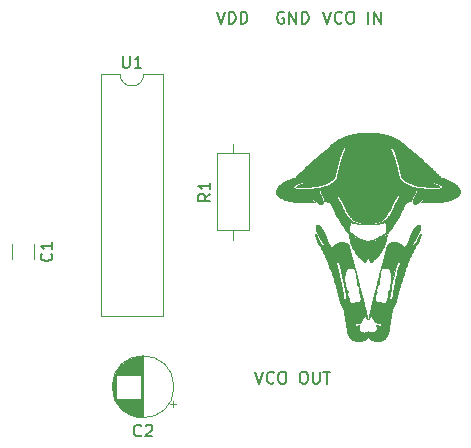
<source format=gto>
%TF.GenerationSoftware,KiCad,Pcbnew,(5.1.6)-1*%
%TF.CreationDate,2020-08-15T20:34:50-04:00*%
%TF.ProjectId,VCO,56434f2e-6b69-4636-9164-5f7063625858,rev?*%
%TF.SameCoordinates,Original*%
%TF.FileFunction,Legend,Top*%
%TF.FilePolarity,Positive*%
%FSLAX46Y46*%
G04 Gerber Fmt 4.6, Leading zero omitted, Abs format (unit mm)*
G04 Created by KiCad (PCBNEW (5.1.6)-1) date 2020-08-15 20:34:50*
%MOMM*%
%LPD*%
G01*
G04 APERTURE LIST*
%ADD10C,0.010000*%
%ADD11C,0.120000*%
%ADD12C,0.150000*%
G04 APERTURE END LIST*
D10*
%TO.C,G\u002A\u002A\u002A*%
G36*
X148665565Y-91509638D02*
G01*
X148753452Y-91511712D01*
X148837033Y-91514420D01*
X148917049Y-91517807D01*
X148994238Y-91521923D01*
X149069342Y-91526813D01*
X149143101Y-91532525D01*
X149216254Y-91539107D01*
X149289541Y-91546605D01*
X149348190Y-91553227D01*
X149498312Y-91572797D01*
X149645947Y-91595943D01*
X149790995Y-91622627D01*
X149933354Y-91652813D01*
X150072922Y-91686461D01*
X150209598Y-91723535D01*
X150343282Y-91763996D01*
X150473871Y-91807807D01*
X150601264Y-91854929D01*
X150725361Y-91905326D01*
X150846059Y-91958960D01*
X150963257Y-92015792D01*
X151076855Y-92075785D01*
X151186751Y-92138900D01*
X151292844Y-92205102D01*
X151395031Y-92274350D01*
X151493213Y-92346609D01*
X151509523Y-92359208D01*
X151567658Y-92405720D01*
X151624093Y-92453416D01*
X151678360Y-92501847D01*
X151729991Y-92550566D01*
X151778517Y-92599123D01*
X151823471Y-92647069D01*
X151864384Y-92693956D01*
X151885029Y-92719174D01*
X151894166Y-92730317D01*
X151902945Y-92740487D01*
X151910559Y-92748786D01*
X151916200Y-92754317D01*
X151917716Y-92755547D01*
X151924183Y-92760336D01*
X151934206Y-92767929D01*
X151947347Y-92777986D01*
X151963171Y-92790167D01*
X151981240Y-92804134D01*
X152001119Y-92819546D01*
X152022372Y-92836066D01*
X152044561Y-92853353D01*
X152067251Y-92871068D01*
X152090005Y-92888871D01*
X152112387Y-92906424D01*
X152133961Y-92923387D01*
X152154290Y-92939421D01*
X152162510Y-92945921D01*
X152324642Y-93075420D01*
X152487948Y-93208158D01*
X152651869Y-93343647D01*
X152815845Y-93481402D01*
X152979319Y-93620936D01*
X153141733Y-93761763D01*
X153302527Y-93903396D01*
X153461144Y-94045349D01*
X153617025Y-94187137D01*
X153769611Y-94328273D01*
X153918345Y-94468269D01*
X153997547Y-94543880D01*
X154058941Y-94603065D01*
X154121360Y-94663768D01*
X154184401Y-94725579D01*
X154247661Y-94788092D01*
X154310736Y-94850898D01*
X154373224Y-94913591D01*
X154434721Y-94975763D01*
X154494825Y-95037007D01*
X154553131Y-95096914D01*
X154609238Y-95155078D01*
X154662742Y-95211091D01*
X154713240Y-95264546D01*
X154759500Y-95314140D01*
X154763597Y-95316559D01*
X154771613Y-95319701D01*
X154782502Y-95323197D01*
X154794025Y-95326373D01*
X154841745Y-95339088D01*
X154893072Y-95353689D01*
X154947030Y-95369869D01*
X155002644Y-95387323D01*
X155058940Y-95405742D01*
X155114941Y-95424821D01*
X155169671Y-95444253D01*
X155173680Y-95445710D01*
X155273912Y-95483582D01*
X155370225Y-95522794D01*
X155462557Y-95563294D01*
X155550846Y-95605037D01*
X155635030Y-95647972D01*
X155715046Y-95692051D01*
X155790833Y-95737226D01*
X155862330Y-95783449D01*
X155929473Y-95830670D01*
X155992201Y-95878842D01*
X156050452Y-95927916D01*
X156104165Y-95977843D01*
X156153276Y-96028575D01*
X156197725Y-96080063D01*
X156237449Y-96132260D01*
X156272387Y-96185116D01*
X156302476Y-96238582D01*
X156327654Y-96292612D01*
X156347859Y-96347155D01*
X156354829Y-96370140D01*
X156363367Y-96403527D01*
X156370296Y-96437417D01*
X156375456Y-96470685D01*
X156378685Y-96502207D01*
X156379822Y-96530858D01*
X156379594Y-96542860D01*
X156377732Y-96562450D01*
X156373591Y-96582740D01*
X156366933Y-96604489D01*
X156357518Y-96628454D01*
X156345108Y-96655392D01*
X156342335Y-96661023D01*
X156316810Y-96707121D01*
X156286414Y-96752619D01*
X156251341Y-96797328D01*
X156211784Y-96841056D01*
X156167937Y-96883611D01*
X156119994Y-96924802D01*
X156068147Y-96964437D01*
X156012589Y-97002325D01*
X155972510Y-97027161D01*
X155902660Y-97066382D01*
X155828218Y-97103557D01*
X155749250Y-97138666D01*
X155665821Y-97171689D01*
X155577997Y-97202609D01*
X155485844Y-97231407D01*
X155389426Y-97258063D01*
X155288809Y-97282560D01*
X155184060Y-97304877D01*
X155075243Y-97324998D01*
X154962424Y-97342901D01*
X154845669Y-97358570D01*
X154796490Y-97364364D01*
X154711341Y-97373392D01*
X154626013Y-97381191D01*
X154539718Y-97387811D01*
X154451665Y-97393300D01*
X154361065Y-97397708D01*
X154267129Y-97401082D01*
X154169068Y-97403471D01*
X154158950Y-97403658D01*
X154145629Y-97403842D01*
X154128167Y-97403991D01*
X154106848Y-97404106D01*
X154081958Y-97404190D01*
X154053782Y-97404242D01*
X154022604Y-97404266D01*
X153988710Y-97404262D01*
X153952384Y-97404231D01*
X153913913Y-97404175D01*
X153873579Y-97404095D01*
X153831670Y-97403992D01*
X153788469Y-97403868D01*
X153744262Y-97403724D01*
X153699333Y-97403562D01*
X153653969Y-97403382D01*
X153608452Y-97403186D01*
X153563070Y-97402976D01*
X153518106Y-97402753D01*
X153473846Y-97402518D01*
X153430574Y-97402272D01*
X153388577Y-97402017D01*
X153348138Y-97401754D01*
X153309542Y-97401484D01*
X153273076Y-97401209D01*
X153239023Y-97400931D01*
X153207669Y-97400650D01*
X153179298Y-97400367D01*
X153154196Y-97400085D01*
X153132648Y-97399804D01*
X153114939Y-97399526D01*
X153101354Y-97399253D01*
X153092177Y-97398984D01*
X153087694Y-97398723D01*
X153087285Y-97398632D01*
X153088876Y-97396843D01*
X153094109Y-97392555D01*
X153102454Y-97386167D01*
X153113381Y-97378079D01*
X153126359Y-97368689D01*
X153139615Y-97359271D01*
X153170470Y-97337351D01*
X153201366Y-97315066D01*
X153231497Y-97293012D01*
X153260058Y-97271782D01*
X153286242Y-97251974D01*
X153309245Y-97234182D01*
X153315670Y-97229118D01*
X153329030Y-97218374D01*
X153342719Y-97207093D01*
X153356193Y-97195750D01*
X153368910Y-97184823D01*
X153380327Y-97174786D01*
X153389903Y-97166117D01*
X153397094Y-97159290D01*
X153401358Y-97154783D01*
X153402267Y-97153120D01*
X153399630Y-97152095D01*
X153392668Y-97149730D01*
X153381909Y-97146196D01*
X153367879Y-97141663D01*
X153351104Y-97136301D01*
X153332112Y-97130279D01*
X153311428Y-97123768D01*
X153305273Y-97121839D01*
X153209602Y-97091880D01*
X153170112Y-97128774D01*
X153134462Y-97161544D01*
X153095361Y-97196490D01*
X153053569Y-97232945D01*
X153009844Y-97270240D01*
X153002454Y-97276464D01*
X152989283Y-97287728D01*
X152973300Y-97301710D01*
X152955374Y-97317627D01*
X152936379Y-97334701D01*
X152917184Y-97352150D01*
X152898660Y-97369194D01*
X152890598Y-97376689D01*
X152867602Y-97397981D01*
X152847633Y-97416059D01*
X152830161Y-97431336D01*
X152814657Y-97444226D01*
X152800591Y-97455143D01*
X152787433Y-97464501D01*
X152774655Y-97472713D01*
X152761728Y-97480193D01*
X152750520Y-97486134D01*
X152722348Y-97499429D01*
X152695929Y-97509307D01*
X152669681Y-97516180D01*
X152642023Y-97520466D01*
X152611756Y-97522565D01*
X152579860Y-97522623D01*
X152551238Y-97520221D01*
X152524634Y-97515192D01*
X152500073Y-97507826D01*
X152489804Y-97504440D01*
X152480722Y-97501872D01*
X152474353Y-97500538D01*
X152473092Y-97500440D01*
X152466307Y-97499038D01*
X152457295Y-97495433D01*
X152447850Y-97490519D01*
X152439769Y-97485194D01*
X152436170Y-97482012D01*
X152424684Y-97466707D01*
X152414515Y-97447013D01*
X152405838Y-97423490D01*
X152398833Y-97396701D01*
X152393678Y-97367206D01*
X152390774Y-97338917D01*
X152389146Y-97315825D01*
X152436535Y-97170007D01*
X152446650Y-97138940D01*
X152455389Y-97112259D01*
X152462915Y-97089509D01*
X152469392Y-97070235D01*
X152474983Y-97053982D01*
X152479854Y-97040296D01*
X152484167Y-97028721D01*
X152488087Y-97018803D01*
X152491776Y-97010086D01*
X152495400Y-97002116D01*
X152499122Y-96994438D01*
X152501411Y-96989900D01*
X152520409Y-96952677D01*
X152537294Y-96919674D01*
X152552235Y-96890569D01*
X152565405Y-96865045D01*
X152576973Y-96842782D01*
X152587111Y-96823462D01*
X152595990Y-96806765D01*
X152603781Y-96792373D01*
X152610654Y-96779966D01*
X152616781Y-96769226D01*
X152622332Y-96759833D01*
X152627478Y-96751470D01*
X152632390Y-96743816D01*
X152636860Y-96737111D01*
X152664081Y-96694833D01*
X152687793Y-96653574D01*
X152707837Y-96613672D01*
X152724057Y-96575467D01*
X152736293Y-96539300D01*
X152744293Y-96506030D01*
X152746776Y-96487417D01*
X152747778Y-96467432D01*
X152747353Y-96447475D01*
X152745557Y-96428949D01*
X152742443Y-96413256D01*
X152740432Y-96406970D01*
X152731795Y-96390996D01*
X152718166Y-96375401D01*
X152699620Y-96360245D01*
X152676235Y-96345589D01*
X152648088Y-96331491D01*
X152638648Y-96327346D01*
X152616504Y-96318740D01*
X152593108Y-96311128D01*
X152569656Y-96304805D01*
X152547340Y-96300068D01*
X152527356Y-96297212D01*
X152513967Y-96296480D01*
X152501600Y-96296480D01*
X152501600Y-96389734D01*
X152522103Y-96391139D01*
X152542044Y-96394046D01*
X152557969Y-96399834D01*
X152570131Y-96408631D01*
X152578310Y-96419670D01*
X152588650Y-96442413D01*
X152594258Y-96463947D01*
X152595163Y-96484835D01*
X152591393Y-96505643D01*
X152583649Y-96525559D01*
X152577301Y-96537822D01*
X152569833Y-96550919D01*
X152562699Y-96562316D01*
X152561646Y-96563870D01*
X152557914Y-96569922D01*
X152552253Y-96579936D01*
X152544980Y-96593316D01*
X152536408Y-96609466D01*
X152526854Y-96627791D01*
X152516633Y-96647694D01*
X152506059Y-96668580D01*
X152502559Y-96675561D01*
X152492038Y-96696476D01*
X152481867Y-96716473D01*
X152472343Y-96734979D01*
X152463766Y-96751423D01*
X152456434Y-96765234D01*
X152450647Y-96775839D01*
X152446704Y-96782668D01*
X152445794Y-96784091D01*
X152435853Y-96799383D01*
X152424336Y-96818116D01*
X152411897Y-96839166D01*
X152399189Y-96861409D01*
X152386864Y-96883722D01*
X152375663Y-96904810D01*
X152344982Y-96968208D01*
X152319081Y-97030853D01*
X152297989Y-97092647D01*
X152281736Y-97153492D01*
X152270353Y-97213292D01*
X152264041Y-97269515D01*
X152262453Y-97291321D01*
X152225181Y-97294333D01*
X152157912Y-97302073D01*
X152092329Y-97314235D01*
X152028669Y-97330722D01*
X151967169Y-97351441D01*
X151908066Y-97376294D01*
X151851598Y-97405188D01*
X151798002Y-97438026D01*
X151747514Y-97474714D01*
X151720028Y-97497476D01*
X151717144Y-97501497D01*
X151712921Y-97509360D01*
X151707806Y-97520149D01*
X151702242Y-97532949D01*
X151699308Y-97540125D01*
X151648838Y-97663031D01*
X151594702Y-97788717D01*
X151537138Y-97916711D01*
X151476384Y-98046543D01*
X151412676Y-98177741D01*
X151346254Y-98309833D01*
X151277354Y-98442348D01*
X151206214Y-98574816D01*
X151133072Y-98706764D01*
X151058165Y-98837722D01*
X150981732Y-98967218D01*
X150969046Y-98988318D01*
X150918534Y-99071246D01*
X150866746Y-99154587D01*
X150813969Y-99237917D01*
X150760492Y-99320812D01*
X150706603Y-99402848D01*
X150652590Y-99483601D01*
X150598742Y-99562648D01*
X150545348Y-99639565D01*
X150492694Y-99713928D01*
X150441070Y-99785313D01*
X150390764Y-99853297D01*
X150342065Y-99917455D01*
X150302299Y-99968474D01*
X150298971Y-99971696D01*
X150293305Y-99975680D01*
X150284860Y-99980674D01*
X150273191Y-99986921D01*
X150257854Y-99994667D01*
X150238408Y-100004158D01*
X150233547Y-100006498D01*
X150215018Y-100015512D01*
X150196160Y-100024889D01*
X150178019Y-100034092D01*
X150161639Y-100042588D01*
X150148067Y-100049843D01*
X150140670Y-100053970D01*
X150072827Y-100092540D01*
X150003020Y-100131523D01*
X149931754Y-100170660D01*
X149859534Y-100209689D01*
X149786869Y-100248350D01*
X149714264Y-100286383D01*
X149642226Y-100323526D01*
X149571261Y-100359520D01*
X149501875Y-100394104D01*
X149434575Y-100427017D01*
X149369867Y-100457999D01*
X149308258Y-100486789D01*
X149250255Y-100513127D01*
X149235160Y-100519836D01*
X149163952Y-100550725D01*
X149096794Y-100578617D01*
X149033645Y-100603525D01*
X148974464Y-100625464D01*
X148919209Y-100644447D01*
X148867839Y-100660489D01*
X148820313Y-100673604D01*
X148776590Y-100683805D01*
X148736629Y-100691108D01*
X148731914Y-100691815D01*
X148718190Y-100693417D01*
X148701868Y-100694543D01*
X148682250Y-100695223D01*
X148658634Y-100695485D01*
X148644284Y-100695465D01*
X148627688Y-100695340D01*
X148613239Y-100695146D01*
X148601557Y-100694899D01*
X148593262Y-100694613D01*
X148588974Y-100694305D01*
X148588730Y-100694074D01*
X148593054Y-100693191D01*
X148601250Y-100691558D01*
X148612202Y-100689397D01*
X148624796Y-100686928D01*
X148626830Y-100686531D01*
X148686515Y-100673578D01*
X148749604Y-100657412D01*
X148815692Y-100638181D01*
X148884373Y-100616033D01*
X148955243Y-100591115D01*
X149027895Y-100563577D01*
X149101926Y-100533565D01*
X149176930Y-100501229D01*
X149252502Y-100466716D01*
X149327870Y-100430355D01*
X149449204Y-100367859D01*
X149568960Y-100301362D01*
X149687454Y-100230665D01*
X149805001Y-100155572D01*
X149921916Y-100075883D01*
X150038515Y-99991402D01*
X150090172Y-99952376D01*
X150141274Y-99913286D01*
X150146810Y-99887328D01*
X150151168Y-99864907D01*
X150155515Y-99838851D01*
X150159636Y-99810598D01*
X150163315Y-99781589D01*
X150165309Y-99763580D01*
X150166611Y-99747138D01*
X150167597Y-99726576D01*
X150168272Y-99702846D01*
X150168641Y-99676898D01*
X150168709Y-99649682D01*
X150168483Y-99622149D01*
X150167967Y-99595249D01*
X150167166Y-99569934D01*
X150166086Y-99547152D01*
X150164732Y-99527856D01*
X150163946Y-99519740D01*
X150153347Y-99442302D01*
X150138750Y-99367322D01*
X150120217Y-99295064D01*
X150097815Y-99225795D01*
X150083234Y-99187487D01*
X150078694Y-99176608D01*
X150072996Y-99163553D01*
X150066468Y-99149015D01*
X150059439Y-99133688D01*
X150052239Y-99118267D01*
X150045196Y-99103445D01*
X150038640Y-99089917D01*
X150032901Y-99078376D01*
X150028307Y-99069516D01*
X150025187Y-99064031D01*
X150023960Y-99062540D01*
X150021240Y-99063615D01*
X150014929Y-99066544D01*
X150005964Y-99070880D01*
X149995284Y-99076176D01*
X149995192Y-99076223D01*
X149968486Y-99088487D01*
X149937094Y-99100909D01*
X149901401Y-99113392D01*
X149861793Y-99125838D01*
X149818658Y-99138150D01*
X149772381Y-99150231D01*
X149723349Y-99161982D01*
X149671948Y-99173308D01*
X149618564Y-99184110D01*
X149563585Y-99194292D01*
X149507396Y-99203755D01*
X149459950Y-99211020D01*
X149351895Y-99225449D01*
X149239653Y-99237797D01*
X149123688Y-99248029D01*
X149004462Y-99256113D01*
X148882439Y-99262014D01*
X148758080Y-99265698D01*
X148699220Y-99266651D01*
X148674784Y-99266928D01*
X148655331Y-99267111D01*
X148640868Y-99267191D01*
X148631407Y-99267158D01*
X148626956Y-99267005D01*
X148627525Y-99266722D01*
X148633123Y-99266301D01*
X148643761Y-99265733D01*
X148659448Y-99265008D01*
X148680194Y-99264120D01*
X148703030Y-99263178D01*
X148795150Y-99258688D01*
X148885578Y-99252811D01*
X148974027Y-99245589D01*
X149060208Y-99237068D01*
X149143834Y-99227289D01*
X149224616Y-99216298D01*
X149302266Y-99204136D01*
X149376496Y-99190849D01*
X149447018Y-99176480D01*
X149513544Y-99161071D01*
X149575787Y-99144667D01*
X149633457Y-99127312D01*
X149660101Y-99118424D01*
X149691953Y-99106879D01*
X149725134Y-99093859D01*
X149758682Y-99079796D01*
X149791635Y-99065127D01*
X149823031Y-99050285D01*
X149851905Y-99035706D01*
X149877297Y-99021823D01*
X149887815Y-99015625D01*
X149943459Y-98979450D01*
X149999263Y-98938359D01*
X150055090Y-98892507D01*
X150110806Y-98842049D01*
X150166273Y-98787141D01*
X150221358Y-98727937D01*
X150275922Y-98664594D01*
X150329832Y-98597267D01*
X150382951Y-98526110D01*
X150435143Y-98451278D01*
X150486273Y-98372928D01*
X150536204Y-98291215D01*
X150565410Y-98240850D01*
X150610983Y-98158185D01*
X150656205Y-98071176D01*
X150700729Y-97980561D01*
X150744204Y-97887074D01*
X150786283Y-97791452D01*
X150826615Y-97694432D01*
X150837945Y-97666113D01*
X150855742Y-97623729D01*
X150875807Y-97580796D01*
X150893634Y-97545654D01*
X150930812Y-97475441D01*
X150967514Y-97407788D01*
X151003628Y-97342877D01*
X151039038Y-97280893D01*
X151073630Y-97222017D01*
X151107291Y-97166433D01*
X151139905Y-97114323D01*
X151171359Y-97065870D01*
X151201538Y-97021257D01*
X151230328Y-96980666D01*
X151257616Y-96944280D01*
X151283286Y-96912283D01*
X151305100Y-96887182D01*
X151323440Y-96867014D01*
X151312445Y-96863757D01*
X151307555Y-96862323D01*
X151298399Y-96859652D01*
X151285588Y-96855923D01*
X151269736Y-96851313D01*
X151251456Y-96846000D01*
X151231358Y-96840163D01*
X151210057Y-96833980D01*
X151207718Y-96833301D01*
X151113987Y-96806102D01*
X151094512Y-96826323D01*
X151073316Y-96849619D01*
X151050276Y-96877359D01*
X151025539Y-96909312D01*
X150999254Y-96945247D01*
X150971569Y-96984934D01*
X150942631Y-97028144D01*
X150912590Y-97074645D01*
X150881592Y-97124209D01*
X150849786Y-97176605D01*
X150817321Y-97231602D01*
X150784343Y-97288971D01*
X150751001Y-97348482D01*
X150717444Y-97409903D01*
X150709050Y-97425510D01*
X150691982Y-97457465D01*
X150677119Y-97485600D01*
X150664169Y-97510517D01*
X150652837Y-97532818D01*
X150642832Y-97553107D01*
X150633861Y-97571985D01*
X150625632Y-97590057D01*
X150617850Y-97607924D01*
X150610224Y-97626189D01*
X150603561Y-97642687D01*
X150561827Y-97744237D01*
X150518564Y-97843387D01*
X150474001Y-97939669D01*
X150428368Y-98032612D01*
X150381892Y-98121746D01*
X150334803Y-98206601D01*
X150301913Y-98262678D01*
X150250524Y-98345598D01*
X150198791Y-98423722D01*
X150146498Y-98497331D01*
X150093431Y-98566708D01*
X150039372Y-98632135D01*
X149984106Y-98693893D01*
X149927416Y-98752265D01*
X149925629Y-98754028D01*
X149896604Y-98782216D01*
X149869911Y-98807209D01*
X149844676Y-98829751D01*
X149820025Y-98850585D01*
X149795083Y-98870458D01*
X149768975Y-98890112D01*
X149747868Y-98905323D01*
X149729054Y-98918392D01*
X149711181Y-98930170D01*
X149693425Y-98941111D01*
X149674966Y-98951670D01*
X149654981Y-98962301D01*
X149632648Y-98973460D01*
X149607144Y-98985601D01*
X149580771Y-98997757D01*
X149526631Y-99020821D01*
X149469051Y-99042203D01*
X149407825Y-99061955D01*
X149342748Y-99080130D01*
X149273616Y-99096781D01*
X149200223Y-99111959D01*
X149122365Y-99125719D01*
X149039837Y-99138111D01*
X149025610Y-99140048D01*
X148994934Y-99143940D01*
X148961400Y-99147795D01*
X148925725Y-99151555D01*
X148888624Y-99155163D01*
X148850815Y-99158562D01*
X148813012Y-99161696D01*
X148775932Y-99164508D01*
X148740290Y-99166941D01*
X148706804Y-99168938D01*
X148676189Y-99170442D01*
X148649161Y-99171397D01*
X148626437Y-99171746D01*
X148625957Y-99171746D01*
X148614774Y-99171847D01*
X148607665Y-99172269D01*
X148603625Y-99173217D01*
X148601649Y-99174896D01*
X148600895Y-99176840D01*
X148597492Y-99181130D01*
X148594148Y-99181894D01*
X148585689Y-99181728D01*
X148572982Y-99181314D01*
X148556853Y-99180691D01*
X148538126Y-99179897D01*
X148517627Y-99178972D01*
X148496180Y-99177955D01*
X148474610Y-99176884D01*
X148453742Y-99175799D01*
X148434400Y-99174738D01*
X148417410Y-99173741D01*
X148405850Y-99173000D01*
X148306107Y-99165176D01*
X148210999Y-99155486D01*
X148120428Y-99143909D01*
X148034294Y-99130426D01*
X147952500Y-99115014D01*
X147874947Y-99097655D01*
X147801537Y-99078326D01*
X147732171Y-99057009D01*
X147666752Y-99033681D01*
X147605180Y-99008323D01*
X147593392Y-99003039D01*
X147579002Y-98996519D01*
X147566249Y-98990778D01*
X147555831Y-98986127D01*
X147548444Y-98982878D01*
X147544785Y-98981341D01*
X147544524Y-98981260D01*
X147541439Y-98980011D01*
X147534834Y-98976577D01*
X147525523Y-98971430D01*
X147514316Y-98965040D01*
X147502026Y-98957878D01*
X147489466Y-98950413D01*
X147477446Y-98943116D01*
X147466779Y-98936459D01*
X147462768Y-98933883D01*
X147418541Y-98903322D01*
X147373073Y-98868392D01*
X147326816Y-98829511D01*
X147280223Y-98787099D01*
X147233746Y-98741573D01*
X147187838Y-98693354D01*
X147142951Y-98642861D01*
X147123041Y-98619310D01*
X147064069Y-98545388D01*
X147006106Y-98466613D01*
X146949230Y-98383124D01*
X146893521Y-98295060D01*
X146839057Y-98202563D01*
X146785917Y-98105771D01*
X146734181Y-98004826D01*
X146683926Y-97899867D01*
X146635231Y-97791033D01*
X146588177Y-97678466D01*
X146575423Y-97646593D01*
X146564127Y-97618864D01*
X146552828Y-97592843D01*
X146540808Y-97566974D01*
X146527347Y-97539705D01*
X146514368Y-97514513D01*
X146472868Y-97436212D01*
X146431858Y-97360891D01*
X146391499Y-97288825D01*
X146351950Y-97220286D01*
X146313370Y-97155548D01*
X146275921Y-97094886D01*
X146239761Y-97038572D01*
X146213198Y-96998790D01*
X146195808Y-96973709D01*
X146177713Y-96948511D01*
X146159391Y-96923804D01*
X146141317Y-96900200D01*
X146123969Y-96878307D01*
X146107824Y-96858735D01*
X146093357Y-96842096D01*
X146081046Y-96828998D01*
X146078745Y-96826721D01*
X146066369Y-96814673D01*
X145964839Y-96844089D01*
X145943009Y-96850446D01*
X145922688Y-96856428D01*
X145904396Y-96861875D01*
X145888657Y-96866629D01*
X145875989Y-96870533D01*
X145866916Y-96873429D01*
X145861957Y-96875158D01*
X145861193Y-96875525D01*
X145861954Y-96878077D01*
X145865619Y-96883485D01*
X145871579Y-96890930D01*
X145878495Y-96898798D01*
X145901013Y-96924738D01*
X145925322Y-96955193D01*
X145951303Y-96989970D01*
X145978833Y-97028879D01*
X146007792Y-97071727D01*
X146038058Y-97118323D01*
X146069510Y-97168475D01*
X146102027Y-97221992D01*
X146135489Y-97278683D01*
X146169773Y-97338354D01*
X146204759Y-97400816D01*
X146240325Y-97465876D01*
X146258886Y-97500440D01*
X146274220Y-97529310D01*
X146287378Y-97554433D01*
X146298684Y-97576480D01*
X146308464Y-97596126D01*
X146317042Y-97614043D01*
X146324745Y-97630905D01*
X146331897Y-97647384D01*
X146338823Y-97664154D01*
X146342924Y-97674430D01*
X146390181Y-97789914D01*
X146439698Y-97902746D01*
X146491255Y-98012477D01*
X146544636Y-98118661D01*
X146599621Y-98220852D01*
X146655992Y-98318603D01*
X146664213Y-98332290D01*
X146712507Y-98409673D01*
X146762112Y-98484078D01*
X146812860Y-98555321D01*
X146864584Y-98623222D01*
X146917116Y-98687597D01*
X146970289Y-98748266D01*
X147023934Y-98805047D01*
X147077885Y-98857758D01*
X147131973Y-98906217D01*
X147186031Y-98950242D01*
X147239892Y-98989651D01*
X147293387Y-99024263D01*
X147312685Y-99035606D01*
X147327489Y-99043628D01*
X147346103Y-99053018D01*
X147367587Y-99063348D01*
X147390998Y-99074188D01*
X147415396Y-99085110D01*
X147439839Y-99095687D01*
X147463385Y-99105488D01*
X147485094Y-99114087D01*
X147485100Y-99114089D01*
X147535773Y-99132156D01*
X147591223Y-99149355D01*
X147651217Y-99165647D01*
X147715520Y-99180998D01*
X147783897Y-99195370D01*
X147856116Y-99208727D01*
X147931941Y-99221032D01*
X148011139Y-99232250D01*
X148093476Y-99242343D01*
X148178718Y-99251275D01*
X148266630Y-99259010D01*
X148356979Y-99265512D01*
X148449530Y-99270743D01*
X148507450Y-99273314D01*
X148520414Y-99273845D01*
X148529760Y-99274271D01*
X148535320Y-99274596D01*
X148536926Y-99274823D01*
X148534411Y-99274957D01*
X148527608Y-99275001D01*
X148516349Y-99274961D01*
X148500466Y-99274840D01*
X148479793Y-99274642D01*
X148461730Y-99274454D01*
X148356913Y-99272416D01*
X148252378Y-99268576D01*
X148148711Y-99262984D01*
X148046501Y-99255694D01*
X147946335Y-99246755D01*
X147848800Y-99236219D01*
X147754484Y-99224139D01*
X147663974Y-99210566D01*
X147591908Y-99198156D01*
X147532263Y-99186672D01*
X147475184Y-99174564D01*
X147420996Y-99161920D01*
X147370028Y-99148834D01*
X147322606Y-99135396D01*
X147279058Y-99121697D01*
X147239709Y-99107828D01*
X147204889Y-99093882D01*
X147183746Y-99084296D01*
X147155442Y-99070721D01*
X147133452Y-99116162D01*
X147103345Y-99182980D01*
X147077725Y-99249924D01*
X147056440Y-99317590D01*
X147039339Y-99386573D01*
X147026269Y-99457469D01*
X147017079Y-99530873D01*
X147012448Y-99591280D01*
X147010804Y-99643449D01*
X147011521Y-99697928D01*
X147014506Y-99752959D01*
X147019663Y-99806784D01*
X147026671Y-99856290D01*
X147030355Y-99877458D01*
X147033596Y-99894097D01*
X147036533Y-99906725D01*
X147039304Y-99915860D01*
X147042047Y-99922019D01*
X147044900Y-99925720D01*
X147045310Y-99926067D01*
X147054315Y-99933110D01*
X147066756Y-99942653D01*
X147081968Y-99954199D01*
X147099286Y-99967251D01*
X147118043Y-99981314D01*
X147137574Y-99995891D01*
X147157215Y-100010484D01*
X147176298Y-100024598D01*
X147194159Y-100037736D01*
X147210131Y-100049401D01*
X147223550Y-100059097D01*
X147225165Y-100060254D01*
X147329265Y-100132634D01*
X147434653Y-100201880D01*
X147540949Y-100267782D01*
X147647775Y-100330133D01*
X147754751Y-100388724D01*
X147861498Y-100443346D01*
X147967635Y-100493792D01*
X148072785Y-100539852D01*
X148167090Y-100577702D01*
X148226938Y-100599955D01*
X148286505Y-100620749D01*
X148345119Y-100639880D01*
X148402109Y-100657145D01*
X148456804Y-100672341D01*
X148508531Y-100685265D01*
X148556620Y-100695713D01*
X148556980Y-100695784D01*
X148570599Y-100698512D01*
X148582507Y-100700950D01*
X148591790Y-100702906D01*
X148597535Y-100704191D01*
X148598890Y-100704554D01*
X148597751Y-100704971D01*
X148592300Y-100705261D01*
X148583300Y-100705433D01*
X148571518Y-100705495D01*
X148557717Y-100705455D01*
X148542663Y-100705322D01*
X148527121Y-100705105D01*
X148511856Y-100704812D01*
X148497632Y-100704452D01*
X148485216Y-100704034D01*
X148475372Y-100703565D01*
X148469350Y-100703107D01*
X148434040Y-100698162D01*
X148394675Y-100690340D01*
X148351360Y-100679680D01*
X148304204Y-100666217D01*
X148253311Y-100649989D01*
X148198789Y-100631032D01*
X148140744Y-100609383D01*
X148079283Y-100585078D01*
X148014513Y-100558155D01*
X147946539Y-100528650D01*
X147892770Y-100504507D01*
X147831441Y-100476156D01*
X147766493Y-100445310D01*
X147698535Y-100412284D01*
X147628179Y-100377395D01*
X147556034Y-100340958D01*
X147482712Y-100303290D01*
X147408823Y-100264707D01*
X147334978Y-100225524D01*
X147261787Y-100186058D01*
X147189862Y-100146625D01*
X147119813Y-100107541D01*
X147058380Y-100072640D01*
X147043292Y-100064225D01*
X147024869Y-100054325D01*
X147004380Y-100043599D01*
X146983096Y-100032706D01*
X146962285Y-100022307D01*
X146949744Y-100016188D01*
X146885558Y-99985221D01*
X146863603Y-99957585D01*
X146853482Y-99944662D01*
X146840841Y-99928224D01*
X146826131Y-99908878D01*
X146809802Y-99887232D01*
X146792307Y-99863889D01*
X146774097Y-99839458D01*
X146755622Y-99814545D01*
X146737333Y-99789755D01*
X146719683Y-99765695D01*
X146703122Y-99742971D01*
X146688101Y-99722189D01*
X146679540Y-99710240D01*
X146560419Y-99539726D01*
X146443949Y-99365961D01*
X146330381Y-99189380D01*
X146219963Y-99010421D01*
X146112948Y-98829518D01*
X146009585Y-98647110D01*
X145910124Y-98463631D01*
X145814818Y-98279519D01*
X145723915Y-98095209D01*
X145637666Y-97911139D01*
X145603653Y-97835720D01*
X145590702Y-97806467D01*
X145576886Y-97774900D01*
X145562561Y-97741853D01*
X145548084Y-97708162D01*
X145533808Y-97674662D01*
X145520091Y-97642189D01*
X145507287Y-97611577D01*
X145495752Y-97583663D01*
X145485841Y-97559282D01*
X145483129Y-97552510D01*
X145477238Y-97538347D01*
X145471516Y-97525705D01*
X145466424Y-97515533D01*
X145462421Y-97508778D01*
X145461155Y-97507167D01*
X145453688Y-97500016D01*
X145442915Y-97490799D01*
X145429767Y-97480248D01*
X145415176Y-97469096D01*
X145400075Y-97458078D01*
X145388330Y-97449902D01*
X145336602Y-97417706D01*
X145281530Y-97388991D01*
X145223654Y-97363965D01*
X145163515Y-97342835D01*
X145101654Y-97325810D01*
X145038611Y-97313098D01*
X145028128Y-97311429D01*
X145013841Y-97309380D01*
X144997546Y-97307274D01*
X144980317Y-97305223D01*
X144963225Y-97303345D01*
X144947341Y-97301753D01*
X144933737Y-97300562D01*
X144923484Y-97299888D01*
X144919561Y-97299780D01*
X144918162Y-97297501D01*
X144917296Y-97291705D01*
X144917160Y-97287699D01*
X144916175Y-97265712D01*
X144913348Y-97239969D01*
X144908871Y-97211369D01*
X144902934Y-97180811D01*
X144895729Y-97149194D01*
X144887446Y-97117417D01*
X144878278Y-97086380D01*
X144868414Y-97056981D01*
X144867676Y-97054935D01*
X144855398Y-97023091D01*
X144840971Y-96989117D01*
X144824901Y-96954016D01*
X144807692Y-96918789D01*
X144789849Y-96884439D01*
X144771877Y-96851967D01*
X144754280Y-96822375D01*
X144737564Y-96796665D01*
X144737519Y-96796599D01*
X144734732Y-96791928D01*
X144729979Y-96783251D01*
X144723544Y-96771116D01*
X144715711Y-96756070D01*
X144706765Y-96738662D01*
X144696989Y-96719439D01*
X144686670Y-96698950D01*
X144682282Y-96690180D01*
X144671489Y-96668760D01*
X144660804Y-96647921D01*
X144650563Y-96628291D01*
X144641103Y-96610504D01*
X144632760Y-96595189D01*
X144625873Y-96582979D01*
X144620777Y-96574505D01*
X144619612Y-96572733D01*
X144605343Y-96550184D01*
X144595014Y-96530019D01*
X144588446Y-96511649D01*
X144585461Y-96494484D01*
X144585879Y-96477933D01*
X144587785Y-96467656D01*
X144591387Y-96455631D01*
X144596312Y-96442521D01*
X144600304Y-96433640D01*
X144607317Y-96421770D01*
X144615411Y-96412951D01*
X144625503Y-96406663D01*
X144638505Y-96402386D01*
X144655333Y-96399600D01*
X144661255Y-96398978D01*
X144678400Y-96397350D01*
X144678400Y-96303503D01*
X144658715Y-96305269D01*
X144633080Y-96308693D01*
X144606755Y-96314271D01*
X144580368Y-96321714D01*
X144554549Y-96330731D01*
X144529926Y-96341032D01*
X144507130Y-96352328D01*
X144486789Y-96364329D01*
X144469533Y-96376745D01*
X144455990Y-96389287D01*
X144446790Y-96401664D01*
X144445924Y-96403289D01*
X144437806Y-96424529D01*
X144433234Y-96448926D01*
X144432255Y-96475951D01*
X144434920Y-96505076D01*
X144435947Y-96511412D01*
X144442348Y-96539418D01*
X144452136Y-96570173D01*
X144464980Y-96602968D01*
X144480547Y-96637091D01*
X144498505Y-96671832D01*
X144518522Y-96706481D01*
X144540266Y-96740327D01*
X144548616Y-96752410D01*
X144556311Y-96764026D01*
X144565249Y-96778633D01*
X144574492Y-96794632D01*
X144583101Y-96810427D01*
X144585943Y-96815910D01*
X144591694Y-96827171D01*
X144599355Y-96842137D01*
X144608509Y-96859998D01*
X144618742Y-96879942D01*
X144629636Y-96901159D01*
X144640775Y-96922837D01*
X144650444Y-96941640D01*
X144695526Y-97029270D01*
X144743158Y-97175320D01*
X144790791Y-97321370D01*
X144789345Y-97348040D01*
X144786526Y-97378635D01*
X144781598Y-97407199D01*
X144774745Y-97433145D01*
X144766153Y-97455886D01*
X144756005Y-97474833D01*
X144745113Y-97488764D01*
X144733824Y-97498384D01*
X144721963Y-97505020D01*
X144710846Y-97507972D01*
X144708855Y-97508060D01*
X144700877Y-97509282D01*
X144693206Y-97512094D01*
X144684139Y-97515769D01*
X144671248Y-97519633D01*
X144655767Y-97523405D01*
X144638930Y-97526806D01*
X144621971Y-97529556D01*
X144609742Y-97531039D01*
X144572946Y-97532269D01*
X144535332Y-97528855D01*
X144497681Y-97520970D01*
X144460777Y-97508793D01*
X144425404Y-97492497D01*
X144416694Y-97487688D01*
X144405134Y-97480837D01*
X144393971Y-97473659D01*
X144382693Y-97465736D01*
X144370789Y-97456653D01*
X144357745Y-97445993D01*
X144343049Y-97433340D01*
X144326188Y-97418277D01*
X144306651Y-97400389D01*
X144288510Y-97383540D01*
X144271189Y-97367491D01*
X144253240Y-97351058D01*
X144235446Y-97334944D01*
X144218592Y-97319855D01*
X144203460Y-97306494D01*
X144190836Y-97295564D01*
X144185640Y-97291173D01*
X144169583Y-97277653D01*
X144152053Y-97262694D01*
X144133455Y-97246657D01*
X144114192Y-97229903D01*
X144094671Y-97212793D01*
X144075293Y-97195689D01*
X144056465Y-97178950D01*
X144038590Y-97162939D01*
X144022073Y-97148015D01*
X144007318Y-97134541D01*
X143994729Y-97122878D01*
X143984711Y-97113386D01*
X143977669Y-97106426D01*
X143974006Y-97102359D01*
X143973756Y-97101993D01*
X143971134Y-97102274D01*
X143964190Y-97103948D01*
X143953441Y-97106865D01*
X143939405Y-97110877D01*
X143922598Y-97115835D01*
X143903539Y-97121589D01*
X143882745Y-97127991D01*
X143874279Y-97130631D01*
X143776088Y-97161350D01*
X143793539Y-97177434D01*
X143809817Y-97191883D01*
X143829890Y-97208768D01*
X143853303Y-97227739D01*
X143879602Y-97248447D01*
X143908332Y-97270544D01*
X143939040Y-97293680D01*
X143971270Y-97317507D01*
X144004569Y-97341675D01*
X144038482Y-97365836D01*
X144043399Y-97369301D01*
X144098009Y-97407730D01*
X143893539Y-97409447D01*
X143865078Y-97409668D01*
X143832083Y-97409894D01*
X143795098Y-97410123D01*
X143754668Y-97410351D01*
X143711339Y-97410576D01*
X143665655Y-97410797D01*
X143618163Y-97411009D01*
X143569406Y-97411212D01*
X143519931Y-97411402D01*
X143470283Y-97411578D01*
X143421006Y-97411736D01*
X143372645Y-97411874D01*
X143327120Y-97411987D01*
X143273804Y-97412101D01*
X143225203Y-97412189D01*
X143180952Y-97412242D01*
X143140684Y-97412256D01*
X143104034Y-97412224D01*
X143070637Y-97412141D01*
X143040128Y-97412000D01*
X143012141Y-97411796D01*
X142986310Y-97411523D01*
X142962271Y-97411174D01*
X142939657Y-97410744D01*
X142918104Y-97410227D01*
X142897246Y-97409618D01*
X142876717Y-97408909D01*
X142856153Y-97408095D01*
X142835187Y-97407170D01*
X142813454Y-97406129D01*
X142790590Y-97404965D01*
X142766228Y-97403672D01*
X142745460Y-97402544D01*
X142615267Y-97394176D01*
X142488957Y-97383535D01*
X142366578Y-97370635D01*
X142248182Y-97355488D01*
X142133818Y-97338107D01*
X142023538Y-97318505D01*
X141917390Y-97296693D01*
X141815426Y-97272685D01*
X141717696Y-97246493D01*
X141624249Y-97218130D01*
X141535137Y-97187608D01*
X141450410Y-97154940D01*
X141370117Y-97120138D01*
X141294310Y-97083216D01*
X141223039Y-97044185D01*
X141160500Y-97005765D01*
X141125636Y-96982059D01*
X141090374Y-96956116D01*
X141055727Y-96928767D01*
X141022710Y-96900839D01*
X140992339Y-96873164D01*
X140965629Y-96846572D01*
X140965066Y-96845980D01*
X140929914Y-96806533D01*
X140897938Y-96765693D01*
X140869494Y-96724018D01*
X140844938Y-96682062D01*
X140824627Y-96640382D01*
X140810794Y-96605090D01*
X140807020Y-96593998D01*
X140804392Y-96585356D01*
X140802710Y-96577789D01*
X140801775Y-96569922D01*
X140801388Y-96560380D01*
X140801349Y-96547787D01*
X140801394Y-96540320D01*
X140804193Y-96489304D01*
X140811822Y-96437447D01*
X140824170Y-96385090D01*
X140841126Y-96332572D01*
X140862579Y-96280233D01*
X140888417Y-96228413D01*
X140918530Y-96177453D01*
X140921207Y-96173290D01*
X140958774Y-96119464D01*
X140975578Y-96098497D01*
X142252755Y-96098497D01*
X142254234Y-96110375D01*
X142258979Y-96122113D01*
X142267312Y-96134119D01*
X142279553Y-96146798D01*
X142296024Y-96160560D01*
X142309531Y-96170549D01*
X142347721Y-96195096D01*
X142390126Y-96217475D01*
X142436305Y-96237553D01*
X142485819Y-96255200D01*
X142538228Y-96270283D01*
X142593093Y-96282672D01*
X142649975Y-96292233D01*
X142708433Y-96298837D01*
X142746730Y-96301463D01*
X142762533Y-96302048D01*
X142782873Y-96302437D01*
X142807211Y-96302634D01*
X142835008Y-96302645D01*
X142865725Y-96302473D01*
X142898823Y-96302124D01*
X142933764Y-96301601D01*
X142970007Y-96300911D01*
X143007015Y-96300056D01*
X143044248Y-96299042D01*
X143050260Y-96298864D01*
X143127902Y-96296239D01*
X143210116Y-96292900D01*
X143296955Y-96288845D01*
X143388468Y-96284068D01*
X143484708Y-96278569D01*
X143585725Y-96272343D01*
X143691572Y-96265388D01*
X143802299Y-96257700D01*
X143917957Y-96249277D01*
X144018000Y-96241705D01*
X144063666Y-96238183D01*
X144104547Y-96235005D01*
X144140926Y-96232147D01*
X144173084Y-96229581D01*
X144201304Y-96227283D01*
X144225866Y-96225225D01*
X144247054Y-96223382D01*
X144265148Y-96221727D01*
X144280431Y-96220235D01*
X144293185Y-96218879D01*
X144303692Y-96217633D01*
X144312233Y-96216471D01*
X144319090Y-96215368D01*
X144324546Y-96214296D01*
X144328882Y-96213231D01*
X144330420Y-96212784D01*
X144338502Y-96210574D01*
X144350337Y-96207670D01*
X144364690Y-96204361D01*
X144380329Y-96200932D01*
X144391380Y-96198614D01*
X144448164Y-96186436D01*
X144508228Y-96172599D01*
X144570182Y-96157445D01*
X144632636Y-96141318D01*
X144694200Y-96124562D01*
X144713960Y-96118988D01*
X144817779Y-96088199D01*
X144917839Y-96056026D01*
X145014027Y-96022520D01*
X145106233Y-95987733D01*
X145194347Y-95951717D01*
X145278256Y-95914525D01*
X145357852Y-95876207D01*
X145433022Y-95836816D01*
X145503657Y-95796404D01*
X145569645Y-95755023D01*
X145630876Y-95712723D01*
X145687239Y-95669559D01*
X145705629Y-95654396D01*
X145722790Y-95639386D01*
X145742014Y-95621591D01*
X145762271Y-95602039D01*
X145782531Y-95581758D01*
X145801764Y-95561775D01*
X145818941Y-95543119D01*
X145830878Y-95529400D01*
X145864470Y-95486276D01*
X145894125Y-95441676D01*
X145919628Y-95396028D01*
X145940765Y-95349757D01*
X145957321Y-95303293D01*
X145969082Y-95257060D01*
X145969972Y-95252540D01*
X145977296Y-95215216D01*
X145985798Y-95173467D01*
X145995367Y-95127783D01*
X146005889Y-95078652D01*
X146017253Y-95026562D01*
X146029345Y-94972003D01*
X146042055Y-94915462D01*
X146055268Y-94857430D01*
X146068874Y-94798394D01*
X146082759Y-94738843D01*
X146096811Y-94679267D01*
X146110919Y-94620153D01*
X146124968Y-94561990D01*
X146138848Y-94505268D01*
X146152446Y-94450474D01*
X146165650Y-94398098D01*
X146173066Y-94369086D01*
X146205621Y-94244335D01*
X146237880Y-94124540D01*
X146269841Y-94009710D01*
X146301500Y-93899853D01*
X146332855Y-93794978D01*
X146363903Y-93695094D01*
X146394641Y-93600209D01*
X146425066Y-93510333D01*
X146455175Y-93425474D01*
X146484965Y-93345641D01*
X146514434Y-93270842D01*
X146543579Y-93201086D01*
X146572396Y-93136382D01*
X146600109Y-93078300D01*
X146619267Y-93040310D01*
X146637184Y-93006372D01*
X146654294Y-92975741D01*
X146671035Y-92947672D01*
X146687843Y-92921422D01*
X146705152Y-92896246D01*
X146713690Y-92884430D01*
X146726408Y-92867091D01*
X146720474Y-92861715D01*
X150457010Y-92861715D01*
X150457151Y-92862342D01*
X150459532Y-92865852D01*
X150464229Y-92872474D01*
X150470544Y-92881233D01*
X150477183Y-92890340D01*
X150493520Y-92913955D01*
X150511131Y-92941854D01*
X150529719Y-92973486D01*
X150548990Y-93008304D01*
X150568645Y-93045760D01*
X150588391Y-93085303D01*
X150607929Y-93126387D01*
X150625284Y-93164660D01*
X150651571Y-93225909D01*
X150678359Y-93292060D01*
X150705600Y-93362964D01*
X150733244Y-93438474D01*
X150761245Y-93518440D01*
X150789555Y-93602715D01*
X150818124Y-93691150D01*
X150846905Y-93783596D01*
X150875850Y-93879905D01*
X150904910Y-93979930D01*
X150934038Y-94083520D01*
X150963185Y-94190529D01*
X150986140Y-94277180D01*
X150999948Y-94330430D01*
X151014209Y-94386354D01*
X151028808Y-94444464D01*
X151043630Y-94504270D01*
X151058561Y-94565284D01*
X151073487Y-94627015D01*
X151088292Y-94688976D01*
X151102863Y-94750676D01*
X151117085Y-94811627D01*
X151130844Y-94871340D01*
X151144024Y-94929325D01*
X151156513Y-94985093D01*
X151168194Y-95038156D01*
X151178954Y-95088025D01*
X151188679Y-95134209D01*
X151197253Y-95176220D01*
X151201049Y-95195390D01*
X151205893Y-95219860D01*
X151210047Y-95240135D01*
X151213707Y-95257023D01*
X151217067Y-95271332D01*
X151220321Y-95283869D01*
X151223666Y-95295442D01*
X151227294Y-95306858D01*
X151229528Y-95313500D01*
X151248756Y-95362153D01*
X151272951Y-95410112D01*
X151302126Y-95457391D01*
X151336294Y-95504009D01*
X151375467Y-95549983D01*
X151419657Y-95595330D01*
X151468879Y-95640066D01*
X151477980Y-95647807D01*
X151531730Y-95690613D01*
X151590426Y-95732647D01*
X151653989Y-95773865D01*
X151722338Y-95814226D01*
X151795391Y-95853687D01*
X151873068Y-95892206D01*
X151955289Y-95929739D01*
X152041973Y-95966246D01*
X152133040Y-96001682D01*
X152189034Y-96022158D01*
X152264442Y-96048162D01*
X152343685Y-96073718D01*
X152425519Y-96098479D01*
X152508700Y-96122096D01*
X152591984Y-96144222D01*
X152674127Y-96164510D01*
X152753884Y-96182614D01*
X152793700Y-96190986D01*
X152809381Y-96194295D01*
X152824517Y-96197682D01*
X152837913Y-96200864D01*
X152848373Y-96203561D01*
X152853390Y-96205036D01*
X152857910Y-96206248D01*
X152864270Y-96207477D01*
X152872842Y-96208763D01*
X152884003Y-96210143D01*
X152898128Y-96211658D01*
X152915592Y-96213345D01*
X152936771Y-96215244D01*
X152962040Y-96217393D01*
X152991773Y-96219831D01*
X153012140Y-96221467D01*
X153132351Y-96230918D01*
X153247704Y-96239687D01*
X153358371Y-96247783D01*
X153464527Y-96255219D01*
X153566344Y-96262004D01*
X153663997Y-96268149D01*
X153757659Y-96273665D01*
X153847503Y-96278563D01*
X153933703Y-96282853D01*
X154016432Y-96286546D01*
X154095865Y-96289653D01*
X154143710Y-96291296D01*
X154159414Y-96291703D01*
X154179362Y-96292060D01*
X154202720Y-96292358D01*
X154228652Y-96292592D01*
X154256323Y-96292756D01*
X154284896Y-96292843D01*
X154313538Y-96292846D01*
X154338020Y-96292776D01*
X154369719Y-96292604D01*
X154396847Y-96292382D01*
X154419913Y-96292092D01*
X154439425Y-96291722D01*
X154455892Y-96291255D01*
X154469822Y-96290678D01*
X154481724Y-96289974D01*
X154492106Y-96289129D01*
X154501479Y-96288128D01*
X154503120Y-96287928D01*
X154562831Y-96279112D01*
X154618610Y-96267953D01*
X154671125Y-96254261D01*
X154721047Y-96237844D01*
X154769046Y-96218512D01*
X154804110Y-96202022D01*
X154827873Y-96189372D01*
X154850245Y-96175957D01*
X154870733Y-96162170D01*
X154888847Y-96148404D01*
X154904095Y-96135052D01*
X154915986Y-96122506D01*
X154924028Y-96111159D01*
X154927274Y-96103546D01*
X154928980Y-96087795D01*
X154925905Y-96071983D01*
X154918319Y-96056575D01*
X154906494Y-96042036D01*
X154890701Y-96028829D01*
X154879574Y-96021818D01*
X154869661Y-96015520D01*
X154858826Y-96007615D01*
X154851321Y-96001453D01*
X154826689Y-95981300D01*
X154797424Y-95960195D01*
X154763849Y-95938303D01*
X154726284Y-95915792D01*
X154685054Y-95892827D01*
X154640479Y-95869575D01*
X154592883Y-95846204D01*
X154542587Y-95822878D01*
X154489913Y-95799766D01*
X154435183Y-95777033D01*
X154378721Y-95754846D01*
X154362150Y-95748568D01*
X154341927Y-95741099D01*
X154319262Y-95732954D01*
X154294613Y-95724282D01*
X154268442Y-95715232D01*
X154241208Y-95705953D01*
X154213372Y-95696595D01*
X154185392Y-95687307D01*
X154157729Y-95678237D01*
X154130844Y-95669535D01*
X154105195Y-95661349D01*
X154081244Y-95653830D01*
X154059449Y-95647127D01*
X154040271Y-95641387D01*
X154024171Y-95636761D01*
X154011607Y-95633398D01*
X154003040Y-95631447D01*
X153999545Y-95631000D01*
X153997204Y-95632799D01*
X153992015Y-95637814D01*
X153984511Y-95645466D01*
X153975223Y-95655178D01*
X153964685Y-95666372D01*
X153953428Y-95678471D01*
X153941984Y-95690898D01*
X153930887Y-95703076D01*
X153920668Y-95714426D01*
X153911860Y-95724371D01*
X153904995Y-95732335D01*
X153900605Y-95737739D01*
X153899245Y-95739796D01*
X153901264Y-95741133D01*
X153907212Y-95743440D01*
X153916114Y-95746366D01*
X153924645Y-95748900D01*
X153960644Y-95759506D01*
X153999797Y-95771676D01*
X154040906Y-95785000D01*
X154082773Y-95799072D01*
X154124201Y-95813483D01*
X154163992Y-95827826D01*
X154200947Y-95841693D01*
X154226260Y-95851606D01*
X154288178Y-95877323D01*
X154345340Y-95903043D01*
X154398067Y-95928950D01*
X154446678Y-95955231D01*
X154491495Y-95982071D01*
X154532839Y-96009655D01*
X154571029Y-96038168D01*
X154606386Y-96067797D01*
X154617998Y-96078324D01*
X154627171Y-96086960D01*
X154634813Y-96094443D01*
X154640231Y-96100072D01*
X154642730Y-96103146D01*
X154642820Y-96103408D01*
X154640305Y-96105295D01*
X154632860Y-96107137D01*
X154620635Y-96108920D01*
X154603780Y-96110630D01*
X154582446Y-96112254D01*
X154556781Y-96113779D01*
X154526937Y-96115191D01*
X154500580Y-96116215D01*
X154461172Y-96117209D01*
X154416769Y-96117564D01*
X154367416Y-96117283D01*
X154313158Y-96116367D01*
X154254039Y-96114820D01*
X154190104Y-96112643D01*
X154121397Y-96109840D01*
X154047964Y-96106411D01*
X153969847Y-96102361D01*
X153887094Y-96097691D01*
X153799747Y-96092404D01*
X153707851Y-96086502D01*
X153611452Y-96079987D01*
X153510593Y-96072862D01*
X153405320Y-96065130D01*
X153295677Y-96056792D01*
X153181709Y-96047851D01*
X153082339Y-96039850D01*
X152958229Y-96029745D01*
X152895649Y-96015877D01*
X152793281Y-95992035D01*
X152691095Y-95965965D01*
X152589811Y-95937889D01*
X152490149Y-95908027D01*
X152392827Y-95876602D01*
X152298567Y-95843835D01*
X152208087Y-95809948D01*
X152144730Y-95784586D01*
X152061561Y-95748949D01*
X151982906Y-95712451D01*
X151908828Y-95675130D01*
X151839391Y-95637025D01*
X151774659Y-95598176D01*
X151714695Y-95558621D01*
X151659565Y-95518400D01*
X151609332Y-95477553D01*
X151564061Y-95436117D01*
X151546526Y-95418533D01*
X151510437Y-95378719D01*
X151478473Y-95338073D01*
X151450840Y-95296916D01*
X151427747Y-95255570D01*
X151409402Y-95214356D01*
X151402993Y-95196660D01*
X151400044Y-95186845D01*
X151396394Y-95173035D01*
X151392281Y-95156227D01*
X151387942Y-95137418D01*
X151383614Y-95117605D01*
X151380006Y-95100140D01*
X151363556Y-95019749D01*
X151345652Y-94935267D01*
X151326462Y-94847413D01*
X151306160Y-94756907D01*
X151284916Y-94664470D01*
X151262901Y-94570822D01*
X151240286Y-94476683D01*
X151217244Y-94382774D01*
X151193945Y-94289814D01*
X151170560Y-94198525D01*
X151147260Y-94109625D01*
X151124218Y-94023837D01*
X151123347Y-94020640D01*
X151092782Y-93910336D01*
X151062275Y-93804032D01*
X151031854Y-93701800D01*
X151001544Y-93603710D01*
X150971373Y-93509834D01*
X150941367Y-93420242D01*
X150911552Y-93335005D01*
X150881956Y-93254195D01*
X150852604Y-93177881D01*
X150823524Y-93106137D01*
X150794742Y-93039031D01*
X150766284Y-92976636D01*
X150738177Y-92919023D01*
X150710448Y-92866261D01*
X150683124Y-92818423D01*
X150658430Y-92778921D01*
X150648464Y-92763982D01*
X150638873Y-92750091D01*
X150630094Y-92737837D01*
X150622562Y-92727811D01*
X150616714Y-92720600D01*
X150612986Y-92716794D01*
X150612102Y-92716350D01*
X150609881Y-92718009D01*
X150604322Y-92722749D01*
X150595826Y-92730211D01*
X150584793Y-92740038D01*
X150571625Y-92751871D01*
X150556722Y-92765352D01*
X150540485Y-92780124D01*
X150532506Y-92787412D01*
X150512637Y-92805639D01*
X150496295Y-92820768D01*
X150483208Y-92833071D01*
X150473102Y-92842820D01*
X150465702Y-92850287D01*
X150460736Y-92855744D01*
X150457930Y-92859462D01*
X150457010Y-92861715D01*
X146720474Y-92861715D01*
X146710149Y-92852362D01*
X146704254Y-92846999D01*
X146695217Y-92838747D01*
X146683638Y-92828154D01*
X146670114Y-92815770D01*
X146655246Y-92802141D01*
X146639631Y-92787818D01*
X146631660Y-92780500D01*
X146612354Y-92762921D01*
X146596339Y-92748649D01*
X146583682Y-92737741D01*
X146574447Y-92730251D01*
X146568699Y-92726235D01*
X146566607Y-92725592D01*
X146563725Y-92728824D01*
X146558601Y-92735511D01*
X146551785Y-92744862D01*
X146543828Y-92756089D01*
X146535281Y-92768402D01*
X146526696Y-92781013D01*
X146518622Y-92793132D01*
X146511611Y-92803971D01*
X146509217Y-92807790D01*
X146481951Y-92853945D01*
X146454266Y-92905072D01*
X146426194Y-92961082D01*
X146397764Y-93021886D01*
X146369007Y-93087396D01*
X146339952Y-93157524D01*
X146310632Y-93232180D01*
X146281075Y-93311277D01*
X146251313Y-93394725D01*
X146221376Y-93482436D01*
X146191293Y-93574322D01*
X146161097Y-93670293D01*
X146130816Y-93770262D01*
X146100482Y-93874140D01*
X146070124Y-93981838D01*
X146039774Y-94093267D01*
X146009461Y-94208340D01*
X145979217Y-94326967D01*
X145957102Y-94416150D01*
X145944993Y-94465918D01*
X145932601Y-94517535D01*
X145920035Y-94570515D01*
X145907406Y-94624372D01*
X145894821Y-94678617D01*
X145882392Y-94732765D01*
X145870226Y-94786329D01*
X145858434Y-94838822D01*
X145847125Y-94889757D01*
X145836409Y-94938647D01*
X145826394Y-94985006D01*
X145817190Y-95028346D01*
X145808907Y-95068182D01*
X145801653Y-95104026D01*
X145795985Y-95133052D01*
X145789217Y-95164788D01*
X145781529Y-95193157D01*
X145772365Y-95219856D01*
X145761175Y-95246585D01*
X145754191Y-95261430D01*
X145730390Y-95304959D01*
X145701560Y-95348008D01*
X145667731Y-95390550D01*
X145628933Y-95432560D01*
X145585196Y-95474012D01*
X145536551Y-95514882D01*
X145483028Y-95555145D01*
X145424657Y-95594774D01*
X145361469Y-95633745D01*
X145293493Y-95672033D01*
X145220760Y-95709612D01*
X145213070Y-95713407D01*
X145133532Y-95750869D01*
X145049360Y-95787403D01*
X144960933Y-95822883D01*
X144868634Y-95857181D01*
X144772843Y-95890168D01*
X144673941Y-95921719D01*
X144572310Y-95951704D01*
X144468332Y-95979997D01*
X144362387Y-96006469D01*
X144282160Y-96024987D01*
X144272662Y-96027090D01*
X144263774Y-96029009D01*
X144255191Y-96030773D01*
X144246604Y-96032413D01*
X144237709Y-96033962D01*
X144228198Y-96035449D01*
X144217765Y-96036906D01*
X144206105Y-96038363D01*
X144192910Y-96039852D01*
X144177874Y-96041403D01*
X144160691Y-96043048D01*
X144141055Y-96044817D01*
X144118659Y-96046741D01*
X144093197Y-96048852D01*
X144064363Y-96051179D01*
X144031850Y-96053755D01*
X143995351Y-96056610D01*
X143954561Y-96059775D01*
X143909173Y-96063281D01*
X143883380Y-96065270D01*
X143771977Y-96073731D01*
X143665562Y-96081550D01*
X143564081Y-96088728D01*
X143467483Y-96095269D01*
X143375714Y-96101173D01*
X143288724Y-96106444D01*
X143206459Y-96111083D01*
X143128867Y-96115093D01*
X143055897Y-96118475D01*
X142987496Y-96121231D01*
X142923611Y-96123365D01*
X142864191Y-96124877D01*
X142809184Y-96125771D01*
X142758537Y-96126047D01*
X142712197Y-96125709D01*
X142670113Y-96124758D01*
X142632233Y-96123196D01*
X142598504Y-96121026D01*
X142569745Y-96118347D01*
X142558473Y-96116976D01*
X142548934Y-96115580D01*
X142542363Y-96114353D01*
X142540208Y-96113709D01*
X142540566Y-96111384D01*
X142544272Y-96106349D01*
X142550770Y-96099139D01*
X142559504Y-96090295D01*
X142569918Y-96080353D01*
X142581456Y-96069853D01*
X142593562Y-96059332D01*
X142605678Y-96049329D01*
X142611377Y-96044836D01*
X142654808Y-96013372D01*
X142703208Y-95982387D01*
X142756488Y-95951925D01*
X142814555Y-95922025D01*
X142877319Y-95892729D01*
X142944690Y-95864077D01*
X143016575Y-95836112D01*
X143092885Y-95808872D01*
X143173527Y-95782401D01*
X143237507Y-95762865D01*
X143283785Y-95749166D01*
X143275386Y-95740248D01*
X143271334Y-95735844D01*
X143264493Y-95728297D01*
X143255452Y-95718260D01*
X143244797Y-95706385D01*
X143233116Y-95693326D01*
X143225512Y-95684805D01*
X143212489Y-95670251D01*
X143202353Y-95659102D01*
X143194652Y-95650935D01*
X143188935Y-95645327D01*
X143184748Y-95641855D01*
X143181639Y-95640095D01*
X143179157Y-95639624D01*
X143177474Y-95639853D01*
X143165527Y-95642961D01*
X143149391Y-95647529D01*
X143129678Y-95653360D01*
X143107001Y-95660260D01*
X143081972Y-95668031D01*
X143055205Y-95676479D01*
X143027313Y-95685407D01*
X142998908Y-95694619D01*
X142970602Y-95703919D01*
X142943010Y-95713111D01*
X142916744Y-95722000D01*
X142892416Y-95730389D01*
X142873730Y-95736977D01*
X142804662Y-95762411D01*
X142738486Y-95788353D01*
X142675439Y-95814686D01*
X142615756Y-95841291D01*
X142559676Y-95868051D01*
X142507434Y-95894849D01*
X142459268Y-95921567D01*
X142415413Y-95948087D01*
X142376108Y-95974293D01*
X142341589Y-96000065D01*
X142338079Y-96002881D01*
X142326661Y-96011851D01*
X142314945Y-96020617D01*
X142304361Y-96028132D01*
X142296801Y-96033073D01*
X142278789Y-96046157D01*
X142265401Y-96060765D01*
X142256748Y-96076734D01*
X142252939Y-96093901D01*
X142252755Y-96098497D01*
X140975578Y-96098497D01*
X141001308Y-96066395D01*
X141048748Y-96014124D01*
X141101030Y-95962696D01*
X141158093Y-95912153D01*
X141219874Y-95862540D01*
X141286311Y-95813901D01*
X141357342Y-95766278D01*
X141432904Y-95719715D01*
X141512935Y-95674256D01*
X141597373Y-95629945D01*
X141686155Y-95586825D01*
X141779219Y-95544939D01*
X141876502Y-95504331D01*
X141880590Y-95502690D01*
X141940521Y-95479255D01*
X142002694Y-95456053D01*
X142066161Y-95433400D01*
X142129976Y-95411611D01*
X142193192Y-95391002D01*
X142254861Y-95371888D01*
X142314037Y-95354586D01*
X142369772Y-95339411D01*
X142372985Y-95338575D01*
X142415801Y-95327470D01*
X142480764Y-95258890D01*
X142549171Y-95187135D01*
X142620887Y-95112784D01*
X142695291Y-95036457D01*
X142771762Y-94958772D01*
X142849677Y-94880352D01*
X142928417Y-94801815D01*
X143007358Y-94723783D01*
X143085879Y-94646876D01*
X143163359Y-94571713D01*
X143239176Y-94498916D01*
X143304296Y-94437049D01*
X143411406Y-94336525D01*
X143521258Y-94234771D01*
X143633480Y-94132106D01*
X143747695Y-94028852D01*
X143863531Y-93925328D01*
X143980612Y-93821855D01*
X144098564Y-93718752D01*
X144217013Y-93616339D01*
X144335585Y-93514937D01*
X144453904Y-93414866D01*
X144571597Y-93316446D01*
X144688290Y-93219998D01*
X144803607Y-93125840D01*
X144917174Y-93034294D01*
X145028618Y-92945680D01*
X145137563Y-92860317D01*
X145243636Y-92778526D01*
X145246090Y-92776650D01*
X145263798Y-92762436D01*
X145277357Y-92749982D01*
X145287208Y-92738877D01*
X145288326Y-92737394D01*
X145306665Y-92713754D01*
X145328653Y-92687574D01*
X145353834Y-92659306D01*
X145381752Y-92629403D01*
X145411951Y-92598317D01*
X145443975Y-92566501D01*
X145477368Y-92534407D01*
X145511675Y-92502488D01*
X145546439Y-92471196D01*
X145581204Y-92440984D01*
X145615515Y-92412305D01*
X145617490Y-92410691D01*
X145712594Y-92336239D01*
X145811719Y-92264793D01*
X145914762Y-92196388D01*
X146021625Y-92131057D01*
X146132207Y-92068833D01*
X146246409Y-92009752D01*
X146364129Y-91953846D01*
X146485269Y-91901149D01*
X146609729Y-91851695D01*
X146737407Y-91805517D01*
X146868205Y-91762650D01*
X147002023Y-91723127D01*
X147138760Y-91686982D01*
X147278316Y-91654249D01*
X147420591Y-91624961D01*
X147565486Y-91599153D01*
X147712900Y-91576857D01*
X147862734Y-91558108D01*
X148014887Y-91542940D01*
X148169259Y-91531386D01*
X148233130Y-91527703D01*
X148283824Y-91525198D01*
X148333525Y-91523067D01*
X148381465Y-91521335D01*
X148426874Y-91520025D01*
X148468984Y-91519163D01*
X148507025Y-91518772D01*
X148516975Y-91518750D01*
X148536420Y-91518737D01*
X148551375Y-91518670D01*
X148562430Y-91518500D01*
X148570172Y-91518175D01*
X148575193Y-91517644D01*
X148578081Y-91516858D01*
X148579426Y-91515766D01*
X148579817Y-91514316D01*
X148579840Y-91513347D01*
X148579840Y-91507955D01*
X148665565Y-91509638D01*
G37*
X148665565Y-91509638D02*
X148753452Y-91511712D01*
X148837033Y-91514420D01*
X148917049Y-91517807D01*
X148994238Y-91521923D01*
X149069342Y-91526813D01*
X149143101Y-91532525D01*
X149216254Y-91539107D01*
X149289541Y-91546605D01*
X149348190Y-91553227D01*
X149498312Y-91572797D01*
X149645947Y-91595943D01*
X149790995Y-91622627D01*
X149933354Y-91652813D01*
X150072922Y-91686461D01*
X150209598Y-91723535D01*
X150343282Y-91763996D01*
X150473871Y-91807807D01*
X150601264Y-91854929D01*
X150725361Y-91905326D01*
X150846059Y-91958960D01*
X150963257Y-92015792D01*
X151076855Y-92075785D01*
X151186751Y-92138900D01*
X151292844Y-92205102D01*
X151395031Y-92274350D01*
X151493213Y-92346609D01*
X151509523Y-92359208D01*
X151567658Y-92405720D01*
X151624093Y-92453416D01*
X151678360Y-92501847D01*
X151729991Y-92550566D01*
X151778517Y-92599123D01*
X151823471Y-92647069D01*
X151864384Y-92693956D01*
X151885029Y-92719174D01*
X151894166Y-92730317D01*
X151902945Y-92740487D01*
X151910559Y-92748786D01*
X151916200Y-92754317D01*
X151917716Y-92755547D01*
X151924183Y-92760336D01*
X151934206Y-92767929D01*
X151947347Y-92777986D01*
X151963171Y-92790167D01*
X151981240Y-92804134D01*
X152001119Y-92819546D01*
X152022372Y-92836066D01*
X152044561Y-92853353D01*
X152067251Y-92871068D01*
X152090005Y-92888871D01*
X152112387Y-92906424D01*
X152133961Y-92923387D01*
X152154290Y-92939421D01*
X152162510Y-92945921D01*
X152324642Y-93075420D01*
X152487948Y-93208158D01*
X152651869Y-93343647D01*
X152815845Y-93481402D01*
X152979319Y-93620936D01*
X153141733Y-93761763D01*
X153302527Y-93903396D01*
X153461144Y-94045349D01*
X153617025Y-94187137D01*
X153769611Y-94328273D01*
X153918345Y-94468269D01*
X153997547Y-94543880D01*
X154058941Y-94603065D01*
X154121360Y-94663768D01*
X154184401Y-94725579D01*
X154247661Y-94788092D01*
X154310736Y-94850898D01*
X154373224Y-94913591D01*
X154434721Y-94975763D01*
X154494825Y-95037007D01*
X154553131Y-95096914D01*
X154609238Y-95155078D01*
X154662742Y-95211091D01*
X154713240Y-95264546D01*
X154759500Y-95314140D01*
X154763597Y-95316559D01*
X154771613Y-95319701D01*
X154782502Y-95323197D01*
X154794025Y-95326373D01*
X154841745Y-95339088D01*
X154893072Y-95353689D01*
X154947030Y-95369869D01*
X155002644Y-95387323D01*
X155058940Y-95405742D01*
X155114941Y-95424821D01*
X155169671Y-95444253D01*
X155173680Y-95445710D01*
X155273912Y-95483582D01*
X155370225Y-95522794D01*
X155462557Y-95563294D01*
X155550846Y-95605037D01*
X155635030Y-95647972D01*
X155715046Y-95692051D01*
X155790833Y-95737226D01*
X155862330Y-95783449D01*
X155929473Y-95830670D01*
X155992201Y-95878842D01*
X156050452Y-95927916D01*
X156104165Y-95977843D01*
X156153276Y-96028575D01*
X156197725Y-96080063D01*
X156237449Y-96132260D01*
X156272387Y-96185116D01*
X156302476Y-96238582D01*
X156327654Y-96292612D01*
X156347859Y-96347155D01*
X156354829Y-96370140D01*
X156363367Y-96403527D01*
X156370296Y-96437417D01*
X156375456Y-96470685D01*
X156378685Y-96502207D01*
X156379822Y-96530858D01*
X156379594Y-96542860D01*
X156377732Y-96562450D01*
X156373591Y-96582740D01*
X156366933Y-96604489D01*
X156357518Y-96628454D01*
X156345108Y-96655392D01*
X156342335Y-96661023D01*
X156316810Y-96707121D01*
X156286414Y-96752619D01*
X156251341Y-96797328D01*
X156211784Y-96841056D01*
X156167937Y-96883611D01*
X156119994Y-96924802D01*
X156068147Y-96964437D01*
X156012589Y-97002325D01*
X155972510Y-97027161D01*
X155902660Y-97066382D01*
X155828218Y-97103557D01*
X155749250Y-97138666D01*
X155665821Y-97171689D01*
X155577997Y-97202609D01*
X155485844Y-97231407D01*
X155389426Y-97258063D01*
X155288809Y-97282560D01*
X155184060Y-97304877D01*
X155075243Y-97324998D01*
X154962424Y-97342901D01*
X154845669Y-97358570D01*
X154796490Y-97364364D01*
X154711341Y-97373392D01*
X154626013Y-97381191D01*
X154539718Y-97387811D01*
X154451665Y-97393300D01*
X154361065Y-97397708D01*
X154267129Y-97401082D01*
X154169068Y-97403471D01*
X154158950Y-97403658D01*
X154145629Y-97403842D01*
X154128167Y-97403991D01*
X154106848Y-97404106D01*
X154081958Y-97404190D01*
X154053782Y-97404242D01*
X154022604Y-97404266D01*
X153988710Y-97404262D01*
X153952384Y-97404231D01*
X153913913Y-97404175D01*
X153873579Y-97404095D01*
X153831670Y-97403992D01*
X153788469Y-97403868D01*
X153744262Y-97403724D01*
X153699333Y-97403562D01*
X153653969Y-97403382D01*
X153608452Y-97403186D01*
X153563070Y-97402976D01*
X153518106Y-97402753D01*
X153473846Y-97402518D01*
X153430574Y-97402272D01*
X153388577Y-97402017D01*
X153348138Y-97401754D01*
X153309542Y-97401484D01*
X153273076Y-97401209D01*
X153239023Y-97400931D01*
X153207669Y-97400650D01*
X153179298Y-97400367D01*
X153154196Y-97400085D01*
X153132648Y-97399804D01*
X153114939Y-97399526D01*
X153101354Y-97399253D01*
X153092177Y-97398984D01*
X153087694Y-97398723D01*
X153087285Y-97398632D01*
X153088876Y-97396843D01*
X153094109Y-97392555D01*
X153102454Y-97386167D01*
X153113381Y-97378079D01*
X153126359Y-97368689D01*
X153139615Y-97359271D01*
X153170470Y-97337351D01*
X153201366Y-97315066D01*
X153231497Y-97293012D01*
X153260058Y-97271782D01*
X153286242Y-97251974D01*
X153309245Y-97234182D01*
X153315670Y-97229118D01*
X153329030Y-97218374D01*
X153342719Y-97207093D01*
X153356193Y-97195750D01*
X153368910Y-97184823D01*
X153380327Y-97174786D01*
X153389903Y-97166117D01*
X153397094Y-97159290D01*
X153401358Y-97154783D01*
X153402267Y-97153120D01*
X153399630Y-97152095D01*
X153392668Y-97149730D01*
X153381909Y-97146196D01*
X153367879Y-97141663D01*
X153351104Y-97136301D01*
X153332112Y-97130279D01*
X153311428Y-97123768D01*
X153305273Y-97121839D01*
X153209602Y-97091880D01*
X153170112Y-97128774D01*
X153134462Y-97161544D01*
X153095361Y-97196490D01*
X153053569Y-97232945D01*
X153009844Y-97270240D01*
X153002454Y-97276464D01*
X152989283Y-97287728D01*
X152973300Y-97301710D01*
X152955374Y-97317627D01*
X152936379Y-97334701D01*
X152917184Y-97352150D01*
X152898660Y-97369194D01*
X152890598Y-97376689D01*
X152867602Y-97397981D01*
X152847633Y-97416059D01*
X152830161Y-97431336D01*
X152814657Y-97444226D01*
X152800591Y-97455143D01*
X152787433Y-97464501D01*
X152774655Y-97472713D01*
X152761728Y-97480193D01*
X152750520Y-97486134D01*
X152722348Y-97499429D01*
X152695929Y-97509307D01*
X152669681Y-97516180D01*
X152642023Y-97520466D01*
X152611756Y-97522565D01*
X152579860Y-97522623D01*
X152551238Y-97520221D01*
X152524634Y-97515192D01*
X152500073Y-97507826D01*
X152489804Y-97504440D01*
X152480722Y-97501872D01*
X152474353Y-97500538D01*
X152473092Y-97500440D01*
X152466307Y-97499038D01*
X152457295Y-97495433D01*
X152447850Y-97490519D01*
X152439769Y-97485194D01*
X152436170Y-97482012D01*
X152424684Y-97466707D01*
X152414515Y-97447013D01*
X152405838Y-97423490D01*
X152398833Y-97396701D01*
X152393678Y-97367206D01*
X152390774Y-97338917D01*
X152389146Y-97315825D01*
X152436535Y-97170007D01*
X152446650Y-97138940D01*
X152455389Y-97112259D01*
X152462915Y-97089509D01*
X152469392Y-97070235D01*
X152474983Y-97053982D01*
X152479854Y-97040296D01*
X152484167Y-97028721D01*
X152488087Y-97018803D01*
X152491776Y-97010086D01*
X152495400Y-97002116D01*
X152499122Y-96994438D01*
X152501411Y-96989900D01*
X152520409Y-96952677D01*
X152537294Y-96919674D01*
X152552235Y-96890569D01*
X152565405Y-96865045D01*
X152576973Y-96842782D01*
X152587111Y-96823462D01*
X152595990Y-96806765D01*
X152603781Y-96792373D01*
X152610654Y-96779966D01*
X152616781Y-96769226D01*
X152622332Y-96759833D01*
X152627478Y-96751470D01*
X152632390Y-96743816D01*
X152636860Y-96737111D01*
X152664081Y-96694833D01*
X152687793Y-96653574D01*
X152707837Y-96613672D01*
X152724057Y-96575467D01*
X152736293Y-96539300D01*
X152744293Y-96506030D01*
X152746776Y-96487417D01*
X152747778Y-96467432D01*
X152747353Y-96447475D01*
X152745557Y-96428949D01*
X152742443Y-96413256D01*
X152740432Y-96406970D01*
X152731795Y-96390996D01*
X152718166Y-96375401D01*
X152699620Y-96360245D01*
X152676235Y-96345589D01*
X152648088Y-96331491D01*
X152638648Y-96327346D01*
X152616504Y-96318740D01*
X152593108Y-96311128D01*
X152569656Y-96304805D01*
X152547340Y-96300068D01*
X152527356Y-96297212D01*
X152513967Y-96296480D01*
X152501600Y-96296480D01*
X152501600Y-96389734D01*
X152522103Y-96391139D01*
X152542044Y-96394046D01*
X152557969Y-96399834D01*
X152570131Y-96408631D01*
X152578310Y-96419670D01*
X152588650Y-96442413D01*
X152594258Y-96463947D01*
X152595163Y-96484835D01*
X152591393Y-96505643D01*
X152583649Y-96525559D01*
X152577301Y-96537822D01*
X152569833Y-96550919D01*
X152562699Y-96562316D01*
X152561646Y-96563870D01*
X152557914Y-96569922D01*
X152552253Y-96579936D01*
X152544980Y-96593316D01*
X152536408Y-96609466D01*
X152526854Y-96627791D01*
X152516633Y-96647694D01*
X152506059Y-96668580D01*
X152502559Y-96675561D01*
X152492038Y-96696476D01*
X152481867Y-96716473D01*
X152472343Y-96734979D01*
X152463766Y-96751423D01*
X152456434Y-96765234D01*
X152450647Y-96775839D01*
X152446704Y-96782668D01*
X152445794Y-96784091D01*
X152435853Y-96799383D01*
X152424336Y-96818116D01*
X152411897Y-96839166D01*
X152399189Y-96861409D01*
X152386864Y-96883722D01*
X152375663Y-96904810D01*
X152344982Y-96968208D01*
X152319081Y-97030853D01*
X152297989Y-97092647D01*
X152281736Y-97153492D01*
X152270353Y-97213292D01*
X152264041Y-97269515D01*
X152262453Y-97291321D01*
X152225181Y-97294333D01*
X152157912Y-97302073D01*
X152092329Y-97314235D01*
X152028669Y-97330722D01*
X151967169Y-97351441D01*
X151908066Y-97376294D01*
X151851598Y-97405188D01*
X151798002Y-97438026D01*
X151747514Y-97474714D01*
X151720028Y-97497476D01*
X151717144Y-97501497D01*
X151712921Y-97509360D01*
X151707806Y-97520149D01*
X151702242Y-97532949D01*
X151699308Y-97540125D01*
X151648838Y-97663031D01*
X151594702Y-97788717D01*
X151537138Y-97916711D01*
X151476384Y-98046543D01*
X151412676Y-98177741D01*
X151346254Y-98309833D01*
X151277354Y-98442348D01*
X151206214Y-98574816D01*
X151133072Y-98706764D01*
X151058165Y-98837722D01*
X150981732Y-98967218D01*
X150969046Y-98988318D01*
X150918534Y-99071246D01*
X150866746Y-99154587D01*
X150813969Y-99237917D01*
X150760492Y-99320812D01*
X150706603Y-99402848D01*
X150652590Y-99483601D01*
X150598742Y-99562648D01*
X150545348Y-99639565D01*
X150492694Y-99713928D01*
X150441070Y-99785313D01*
X150390764Y-99853297D01*
X150342065Y-99917455D01*
X150302299Y-99968474D01*
X150298971Y-99971696D01*
X150293305Y-99975680D01*
X150284860Y-99980674D01*
X150273191Y-99986921D01*
X150257854Y-99994667D01*
X150238408Y-100004158D01*
X150233547Y-100006498D01*
X150215018Y-100015512D01*
X150196160Y-100024889D01*
X150178019Y-100034092D01*
X150161639Y-100042588D01*
X150148067Y-100049843D01*
X150140670Y-100053970D01*
X150072827Y-100092540D01*
X150003020Y-100131523D01*
X149931754Y-100170660D01*
X149859534Y-100209689D01*
X149786869Y-100248350D01*
X149714264Y-100286383D01*
X149642226Y-100323526D01*
X149571261Y-100359520D01*
X149501875Y-100394104D01*
X149434575Y-100427017D01*
X149369867Y-100457999D01*
X149308258Y-100486789D01*
X149250255Y-100513127D01*
X149235160Y-100519836D01*
X149163952Y-100550725D01*
X149096794Y-100578617D01*
X149033645Y-100603525D01*
X148974464Y-100625464D01*
X148919209Y-100644447D01*
X148867839Y-100660489D01*
X148820313Y-100673604D01*
X148776590Y-100683805D01*
X148736629Y-100691108D01*
X148731914Y-100691815D01*
X148718190Y-100693417D01*
X148701868Y-100694543D01*
X148682250Y-100695223D01*
X148658634Y-100695485D01*
X148644284Y-100695465D01*
X148627688Y-100695340D01*
X148613239Y-100695146D01*
X148601557Y-100694899D01*
X148593262Y-100694613D01*
X148588974Y-100694305D01*
X148588730Y-100694074D01*
X148593054Y-100693191D01*
X148601250Y-100691558D01*
X148612202Y-100689397D01*
X148624796Y-100686928D01*
X148626830Y-100686531D01*
X148686515Y-100673578D01*
X148749604Y-100657412D01*
X148815692Y-100638181D01*
X148884373Y-100616033D01*
X148955243Y-100591115D01*
X149027895Y-100563577D01*
X149101926Y-100533565D01*
X149176930Y-100501229D01*
X149252502Y-100466716D01*
X149327870Y-100430355D01*
X149449204Y-100367859D01*
X149568960Y-100301362D01*
X149687454Y-100230665D01*
X149805001Y-100155572D01*
X149921916Y-100075883D01*
X150038515Y-99991402D01*
X150090172Y-99952376D01*
X150141274Y-99913286D01*
X150146810Y-99887328D01*
X150151168Y-99864907D01*
X150155515Y-99838851D01*
X150159636Y-99810598D01*
X150163315Y-99781589D01*
X150165309Y-99763580D01*
X150166611Y-99747138D01*
X150167597Y-99726576D01*
X150168272Y-99702846D01*
X150168641Y-99676898D01*
X150168709Y-99649682D01*
X150168483Y-99622149D01*
X150167967Y-99595249D01*
X150167166Y-99569934D01*
X150166086Y-99547152D01*
X150164732Y-99527856D01*
X150163946Y-99519740D01*
X150153347Y-99442302D01*
X150138750Y-99367322D01*
X150120217Y-99295064D01*
X150097815Y-99225795D01*
X150083234Y-99187487D01*
X150078694Y-99176608D01*
X150072996Y-99163553D01*
X150066468Y-99149015D01*
X150059439Y-99133688D01*
X150052239Y-99118267D01*
X150045196Y-99103445D01*
X150038640Y-99089917D01*
X150032901Y-99078376D01*
X150028307Y-99069516D01*
X150025187Y-99064031D01*
X150023960Y-99062540D01*
X150021240Y-99063615D01*
X150014929Y-99066544D01*
X150005964Y-99070880D01*
X149995284Y-99076176D01*
X149995192Y-99076223D01*
X149968486Y-99088487D01*
X149937094Y-99100909D01*
X149901401Y-99113392D01*
X149861793Y-99125838D01*
X149818658Y-99138150D01*
X149772381Y-99150231D01*
X149723349Y-99161982D01*
X149671948Y-99173308D01*
X149618564Y-99184110D01*
X149563585Y-99194292D01*
X149507396Y-99203755D01*
X149459950Y-99211020D01*
X149351895Y-99225449D01*
X149239653Y-99237797D01*
X149123688Y-99248029D01*
X149004462Y-99256113D01*
X148882439Y-99262014D01*
X148758080Y-99265698D01*
X148699220Y-99266651D01*
X148674784Y-99266928D01*
X148655331Y-99267111D01*
X148640868Y-99267191D01*
X148631407Y-99267158D01*
X148626956Y-99267005D01*
X148627525Y-99266722D01*
X148633123Y-99266301D01*
X148643761Y-99265733D01*
X148659448Y-99265008D01*
X148680194Y-99264120D01*
X148703030Y-99263178D01*
X148795150Y-99258688D01*
X148885578Y-99252811D01*
X148974027Y-99245589D01*
X149060208Y-99237068D01*
X149143834Y-99227289D01*
X149224616Y-99216298D01*
X149302266Y-99204136D01*
X149376496Y-99190849D01*
X149447018Y-99176480D01*
X149513544Y-99161071D01*
X149575787Y-99144667D01*
X149633457Y-99127312D01*
X149660101Y-99118424D01*
X149691953Y-99106879D01*
X149725134Y-99093859D01*
X149758682Y-99079796D01*
X149791635Y-99065127D01*
X149823031Y-99050285D01*
X149851905Y-99035706D01*
X149877297Y-99021823D01*
X149887815Y-99015625D01*
X149943459Y-98979450D01*
X149999263Y-98938359D01*
X150055090Y-98892507D01*
X150110806Y-98842049D01*
X150166273Y-98787141D01*
X150221358Y-98727937D01*
X150275922Y-98664594D01*
X150329832Y-98597267D01*
X150382951Y-98526110D01*
X150435143Y-98451278D01*
X150486273Y-98372928D01*
X150536204Y-98291215D01*
X150565410Y-98240850D01*
X150610983Y-98158185D01*
X150656205Y-98071176D01*
X150700729Y-97980561D01*
X150744204Y-97887074D01*
X150786283Y-97791452D01*
X150826615Y-97694432D01*
X150837945Y-97666113D01*
X150855742Y-97623729D01*
X150875807Y-97580796D01*
X150893634Y-97545654D01*
X150930812Y-97475441D01*
X150967514Y-97407788D01*
X151003628Y-97342877D01*
X151039038Y-97280893D01*
X151073630Y-97222017D01*
X151107291Y-97166433D01*
X151139905Y-97114323D01*
X151171359Y-97065870D01*
X151201538Y-97021257D01*
X151230328Y-96980666D01*
X151257616Y-96944280D01*
X151283286Y-96912283D01*
X151305100Y-96887182D01*
X151323440Y-96867014D01*
X151312445Y-96863757D01*
X151307555Y-96862323D01*
X151298399Y-96859652D01*
X151285588Y-96855923D01*
X151269736Y-96851313D01*
X151251456Y-96846000D01*
X151231358Y-96840163D01*
X151210057Y-96833980D01*
X151207718Y-96833301D01*
X151113987Y-96806102D01*
X151094512Y-96826323D01*
X151073316Y-96849619D01*
X151050276Y-96877359D01*
X151025539Y-96909312D01*
X150999254Y-96945247D01*
X150971569Y-96984934D01*
X150942631Y-97028144D01*
X150912590Y-97074645D01*
X150881592Y-97124209D01*
X150849786Y-97176605D01*
X150817321Y-97231602D01*
X150784343Y-97288971D01*
X150751001Y-97348482D01*
X150717444Y-97409903D01*
X150709050Y-97425510D01*
X150691982Y-97457465D01*
X150677119Y-97485600D01*
X150664169Y-97510517D01*
X150652837Y-97532818D01*
X150642832Y-97553107D01*
X150633861Y-97571985D01*
X150625632Y-97590057D01*
X150617850Y-97607924D01*
X150610224Y-97626189D01*
X150603561Y-97642687D01*
X150561827Y-97744237D01*
X150518564Y-97843387D01*
X150474001Y-97939669D01*
X150428368Y-98032612D01*
X150381892Y-98121746D01*
X150334803Y-98206601D01*
X150301913Y-98262678D01*
X150250524Y-98345598D01*
X150198791Y-98423722D01*
X150146498Y-98497331D01*
X150093431Y-98566708D01*
X150039372Y-98632135D01*
X149984106Y-98693893D01*
X149927416Y-98752265D01*
X149925629Y-98754028D01*
X149896604Y-98782216D01*
X149869911Y-98807209D01*
X149844676Y-98829751D01*
X149820025Y-98850585D01*
X149795083Y-98870458D01*
X149768975Y-98890112D01*
X149747868Y-98905323D01*
X149729054Y-98918392D01*
X149711181Y-98930170D01*
X149693425Y-98941111D01*
X149674966Y-98951670D01*
X149654981Y-98962301D01*
X149632648Y-98973460D01*
X149607144Y-98985601D01*
X149580771Y-98997757D01*
X149526631Y-99020821D01*
X149469051Y-99042203D01*
X149407825Y-99061955D01*
X149342748Y-99080130D01*
X149273616Y-99096781D01*
X149200223Y-99111959D01*
X149122365Y-99125719D01*
X149039837Y-99138111D01*
X149025610Y-99140048D01*
X148994934Y-99143940D01*
X148961400Y-99147795D01*
X148925725Y-99151555D01*
X148888624Y-99155163D01*
X148850815Y-99158562D01*
X148813012Y-99161696D01*
X148775932Y-99164508D01*
X148740290Y-99166941D01*
X148706804Y-99168938D01*
X148676189Y-99170442D01*
X148649161Y-99171397D01*
X148626437Y-99171746D01*
X148625957Y-99171746D01*
X148614774Y-99171847D01*
X148607665Y-99172269D01*
X148603625Y-99173217D01*
X148601649Y-99174896D01*
X148600895Y-99176840D01*
X148597492Y-99181130D01*
X148594148Y-99181894D01*
X148585689Y-99181728D01*
X148572982Y-99181314D01*
X148556853Y-99180691D01*
X148538126Y-99179897D01*
X148517627Y-99178972D01*
X148496180Y-99177955D01*
X148474610Y-99176884D01*
X148453742Y-99175799D01*
X148434400Y-99174738D01*
X148417410Y-99173741D01*
X148405850Y-99173000D01*
X148306107Y-99165176D01*
X148210999Y-99155486D01*
X148120428Y-99143909D01*
X148034294Y-99130426D01*
X147952500Y-99115014D01*
X147874947Y-99097655D01*
X147801537Y-99078326D01*
X147732171Y-99057009D01*
X147666752Y-99033681D01*
X147605180Y-99008323D01*
X147593392Y-99003039D01*
X147579002Y-98996519D01*
X147566249Y-98990778D01*
X147555831Y-98986127D01*
X147548444Y-98982878D01*
X147544785Y-98981341D01*
X147544524Y-98981260D01*
X147541439Y-98980011D01*
X147534834Y-98976577D01*
X147525523Y-98971430D01*
X147514316Y-98965040D01*
X147502026Y-98957878D01*
X147489466Y-98950413D01*
X147477446Y-98943116D01*
X147466779Y-98936459D01*
X147462768Y-98933883D01*
X147418541Y-98903322D01*
X147373073Y-98868392D01*
X147326816Y-98829511D01*
X147280223Y-98787099D01*
X147233746Y-98741573D01*
X147187838Y-98693354D01*
X147142951Y-98642861D01*
X147123041Y-98619310D01*
X147064069Y-98545388D01*
X147006106Y-98466613D01*
X146949230Y-98383124D01*
X146893521Y-98295060D01*
X146839057Y-98202563D01*
X146785917Y-98105771D01*
X146734181Y-98004826D01*
X146683926Y-97899867D01*
X146635231Y-97791033D01*
X146588177Y-97678466D01*
X146575423Y-97646593D01*
X146564127Y-97618864D01*
X146552828Y-97592843D01*
X146540808Y-97566974D01*
X146527347Y-97539705D01*
X146514368Y-97514513D01*
X146472868Y-97436212D01*
X146431858Y-97360891D01*
X146391499Y-97288825D01*
X146351950Y-97220286D01*
X146313370Y-97155548D01*
X146275921Y-97094886D01*
X146239761Y-97038572D01*
X146213198Y-96998790D01*
X146195808Y-96973709D01*
X146177713Y-96948511D01*
X146159391Y-96923804D01*
X146141317Y-96900200D01*
X146123969Y-96878307D01*
X146107824Y-96858735D01*
X146093357Y-96842096D01*
X146081046Y-96828998D01*
X146078745Y-96826721D01*
X146066369Y-96814673D01*
X145964839Y-96844089D01*
X145943009Y-96850446D01*
X145922688Y-96856428D01*
X145904396Y-96861875D01*
X145888657Y-96866629D01*
X145875989Y-96870533D01*
X145866916Y-96873429D01*
X145861957Y-96875158D01*
X145861193Y-96875525D01*
X145861954Y-96878077D01*
X145865619Y-96883485D01*
X145871579Y-96890930D01*
X145878495Y-96898798D01*
X145901013Y-96924738D01*
X145925322Y-96955193D01*
X145951303Y-96989970D01*
X145978833Y-97028879D01*
X146007792Y-97071727D01*
X146038058Y-97118323D01*
X146069510Y-97168475D01*
X146102027Y-97221992D01*
X146135489Y-97278683D01*
X146169773Y-97338354D01*
X146204759Y-97400816D01*
X146240325Y-97465876D01*
X146258886Y-97500440D01*
X146274220Y-97529310D01*
X146287378Y-97554433D01*
X146298684Y-97576480D01*
X146308464Y-97596126D01*
X146317042Y-97614043D01*
X146324745Y-97630905D01*
X146331897Y-97647384D01*
X146338823Y-97664154D01*
X146342924Y-97674430D01*
X146390181Y-97789914D01*
X146439698Y-97902746D01*
X146491255Y-98012477D01*
X146544636Y-98118661D01*
X146599621Y-98220852D01*
X146655992Y-98318603D01*
X146664213Y-98332290D01*
X146712507Y-98409673D01*
X146762112Y-98484078D01*
X146812860Y-98555321D01*
X146864584Y-98623222D01*
X146917116Y-98687597D01*
X146970289Y-98748266D01*
X147023934Y-98805047D01*
X147077885Y-98857758D01*
X147131973Y-98906217D01*
X147186031Y-98950242D01*
X147239892Y-98989651D01*
X147293387Y-99024263D01*
X147312685Y-99035606D01*
X147327489Y-99043628D01*
X147346103Y-99053018D01*
X147367587Y-99063348D01*
X147390998Y-99074188D01*
X147415396Y-99085110D01*
X147439839Y-99095687D01*
X147463385Y-99105488D01*
X147485094Y-99114087D01*
X147485100Y-99114089D01*
X147535773Y-99132156D01*
X147591223Y-99149355D01*
X147651217Y-99165647D01*
X147715520Y-99180998D01*
X147783897Y-99195370D01*
X147856116Y-99208727D01*
X147931941Y-99221032D01*
X148011139Y-99232250D01*
X148093476Y-99242343D01*
X148178718Y-99251275D01*
X148266630Y-99259010D01*
X148356979Y-99265512D01*
X148449530Y-99270743D01*
X148507450Y-99273314D01*
X148520414Y-99273845D01*
X148529760Y-99274271D01*
X148535320Y-99274596D01*
X148536926Y-99274823D01*
X148534411Y-99274957D01*
X148527608Y-99275001D01*
X148516349Y-99274961D01*
X148500466Y-99274840D01*
X148479793Y-99274642D01*
X148461730Y-99274454D01*
X148356913Y-99272416D01*
X148252378Y-99268576D01*
X148148711Y-99262984D01*
X148046501Y-99255694D01*
X147946335Y-99246755D01*
X147848800Y-99236219D01*
X147754484Y-99224139D01*
X147663974Y-99210566D01*
X147591908Y-99198156D01*
X147532263Y-99186672D01*
X147475184Y-99174564D01*
X147420996Y-99161920D01*
X147370028Y-99148834D01*
X147322606Y-99135396D01*
X147279058Y-99121697D01*
X147239709Y-99107828D01*
X147204889Y-99093882D01*
X147183746Y-99084296D01*
X147155442Y-99070721D01*
X147133452Y-99116162D01*
X147103345Y-99182980D01*
X147077725Y-99249924D01*
X147056440Y-99317590D01*
X147039339Y-99386573D01*
X147026269Y-99457469D01*
X147017079Y-99530873D01*
X147012448Y-99591280D01*
X147010804Y-99643449D01*
X147011521Y-99697928D01*
X147014506Y-99752959D01*
X147019663Y-99806784D01*
X147026671Y-99856290D01*
X147030355Y-99877458D01*
X147033596Y-99894097D01*
X147036533Y-99906725D01*
X147039304Y-99915860D01*
X147042047Y-99922019D01*
X147044900Y-99925720D01*
X147045310Y-99926067D01*
X147054315Y-99933110D01*
X147066756Y-99942653D01*
X147081968Y-99954199D01*
X147099286Y-99967251D01*
X147118043Y-99981314D01*
X147137574Y-99995891D01*
X147157215Y-100010484D01*
X147176298Y-100024598D01*
X147194159Y-100037736D01*
X147210131Y-100049401D01*
X147223550Y-100059097D01*
X147225165Y-100060254D01*
X147329265Y-100132634D01*
X147434653Y-100201880D01*
X147540949Y-100267782D01*
X147647775Y-100330133D01*
X147754751Y-100388724D01*
X147861498Y-100443346D01*
X147967635Y-100493792D01*
X148072785Y-100539852D01*
X148167090Y-100577702D01*
X148226938Y-100599955D01*
X148286505Y-100620749D01*
X148345119Y-100639880D01*
X148402109Y-100657145D01*
X148456804Y-100672341D01*
X148508531Y-100685265D01*
X148556620Y-100695713D01*
X148556980Y-100695784D01*
X148570599Y-100698512D01*
X148582507Y-100700950D01*
X148591790Y-100702906D01*
X148597535Y-100704191D01*
X148598890Y-100704554D01*
X148597751Y-100704971D01*
X148592300Y-100705261D01*
X148583300Y-100705433D01*
X148571518Y-100705495D01*
X148557717Y-100705455D01*
X148542663Y-100705322D01*
X148527121Y-100705105D01*
X148511856Y-100704812D01*
X148497632Y-100704452D01*
X148485216Y-100704034D01*
X148475372Y-100703565D01*
X148469350Y-100703107D01*
X148434040Y-100698162D01*
X148394675Y-100690340D01*
X148351360Y-100679680D01*
X148304204Y-100666217D01*
X148253311Y-100649989D01*
X148198789Y-100631032D01*
X148140744Y-100609383D01*
X148079283Y-100585078D01*
X148014513Y-100558155D01*
X147946539Y-100528650D01*
X147892770Y-100504507D01*
X147831441Y-100476156D01*
X147766493Y-100445310D01*
X147698535Y-100412284D01*
X147628179Y-100377395D01*
X147556034Y-100340958D01*
X147482712Y-100303290D01*
X147408823Y-100264707D01*
X147334978Y-100225524D01*
X147261787Y-100186058D01*
X147189862Y-100146625D01*
X147119813Y-100107541D01*
X147058380Y-100072640D01*
X147043292Y-100064225D01*
X147024869Y-100054325D01*
X147004380Y-100043599D01*
X146983096Y-100032706D01*
X146962285Y-100022307D01*
X146949744Y-100016188D01*
X146885558Y-99985221D01*
X146863603Y-99957585D01*
X146853482Y-99944662D01*
X146840841Y-99928224D01*
X146826131Y-99908878D01*
X146809802Y-99887232D01*
X146792307Y-99863889D01*
X146774097Y-99839458D01*
X146755622Y-99814545D01*
X146737333Y-99789755D01*
X146719683Y-99765695D01*
X146703122Y-99742971D01*
X146688101Y-99722189D01*
X146679540Y-99710240D01*
X146560419Y-99539726D01*
X146443949Y-99365961D01*
X146330381Y-99189380D01*
X146219963Y-99010421D01*
X146112948Y-98829518D01*
X146009585Y-98647110D01*
X145910124Y-98463631D01*
X145814818Y-98279519D01*
X145723915Y-98095209D01*
X145637666Y-97911139D01*
X145603653Y-97835720D01*
X145590702Y-97806467D01*
X145576886Y-97774900D01*
X145562561Y-97741853D01*
X145548084Y-97708162D01*
X145533808Y-97674662D01*
X145520091Y-97642189D01*
X145507287Y-97611577D01*
X145495752Y-97583663D01*
X145485841Y-97559282D01*
X145483129Y-97552510D01*
X145477238Y-97538347D01*
X145471516Y-97525705D01*
X145466424Y-97515533D01*
X145462421Y-97508778D01*
X145461155Y-97507167D01*
X145453688Y-97500016D01*
X145442915Y-97490799D01*
X145429767Y-97480248D01*
X145415176Y-97469096D01*
X145400075Y-97458078D01*
X145388330Y-97449902D01*
X145336602Y-97417706D01*
X145281530Y-97388991D01*
X145223654Y-97363965D01*
X145163515Y-97342835D01*
X145101654Y-97325810D01*
X145038611Y-97313098D01*
X145028128Y-97311429D01*
X145013841Y-97309380D01*
X144997546Y-97307274D01*
X144980317Y-97305223D01*
X144963225Y-97303345D01*
X144947341Y-97301753D01*
X144933737Y-97300562D01*
X144923484Y-97299888D01*
X144919561Y-97299780D01*
X144918162Y-97297501D01*
X144917296Y-97291705D01*
X144917160Y-97287699D01*
X144916175Y-97265712D01*
X144913348Y-97239969D01*
X144908871Y-97211369D01*
X144902934Y-97180811D01*
X144895729Y-97149194D01*
X144887446Y-97117417D01*
X144878278Y-97086380D01*
X144868414Y-97056981D01*
X144867676Y-97054935D01*
X144855398Y-97023091D01*
X144840971Y-96989117D01*
X144824901Y-96954016D01*
X144807692Y-96918789D01*
X144789849Y-96884439D01*
X144771877Y-96851967D01*
X144754280Y-96822375D01*
X144737564Y-96796665D01*
X144737519Y-96796599D01*
X144734732Y-96791928D01*
X144729979Y-96783251D01*
X144723544Y-96771116D01*
X144715711Y-96756070D01*
X144706765Y-96738662D01*
X144696989Y-96719439D01*
X144686670Y-96698950D01*
X144682282Y-96690180D01*
X144671489Y-96668760D01*
X144660804Y-96647921D01*
X144650563Y-96628291D01*
X144641103Y-96610504D01*
X144632760Y-96595189D01*
X144625873Y-96582979D01*
X144620777Y-96574505D01*
X144619612Y-96572733D01*
X144605343Y-96550184D01*
X144595014Y-96530019D01*
X144588446Y-96511649D01*
X144585461Y-96494484D01*
X144585879Y-96477933D01*
X144587785Y-96467656D01*
X144591387Y-96455631D01*
X144596312Y-96442521D01*
X144600304Y-96433640D01*
X144607317Y-96421770D01*
X144615411Y-96412951D01*
X144625503Y-96406663D01*
X144638505Y-96402386D01*
X144655333Y-96399600D01*
X144661255Y-96398978D01*
X144678400Y-96397350D01*
X144678400Y-96303503D01*
X144658715Y-96305269D01*
X144633080Y-96308693D01*
X144606755Y-96314271D01*
X144580368Y-96321714D01*
X144554549Y-96330731D01*
X144529926Y-96341032D01*
X144507130Y-96352328D01*
X144486789Y-96364329D01*
X144469533Y-96376745D01*
X144455990Y-96389287D01*
X144446790Y-96401664D01*
X144445924Y-96403289D01*
X144437806Y-96424529D01*
X144433234Y-96448926D01*
X144432255Y-96475951D01*
X144434920Y-96505076D01*
X144435947Y-96511412D01*
X144442348Y-96539418D01*
X144452136Y-96570173D01*
X144464980Y-96602968D01*
X144480547Y-96637091D01*
X144498505Y-96671832D01*
X144518522Y-96706481D01*
X144540266Y-96740327D01*
X144548616Y-96752410D01*
X144556311Y-96764026D01*
X144565249Y-96778633D01*
X144574492Y-96794632D01*
X144583101Y-96810427D01*
X144585943Y-96815910D01*
X144591694Y-96827171D01*
X144599355Y-96842137D01*
X144608509Y-96859998D01*
X144618742Y-96879942D01*
X144629636Y-96901159D01*
X144640775Y-96922837D01*
X144650444Y-96941640D01*
X144695526Y-97029270D01*
X144743158Y-97175320D01*
X144790791Y-97321370D01*
X144789345Y-97348040D01*
X144786526Y-97378635D01*
X144781598Y-97407199D01*
X144774745Y-97433145D01*
X144766153Y-97455886D01*
X144756005Y-97474833D01*
X144745113Y-97488764D01*
X144733824Y-97498384D01*
X144721963Y-97505020D01*
X144710846Y-97507972D01*
X144708855Y-97508060D01*
X144700877Y-97509282D01*
X144693206Y-97512094D01*
X144684139Y-97515769D01*
X144671248Y-97519633D01*
X144655767Y-97523405D01*
X144638930Y-97526806D01*
X144621971Y-97529556D01*
X144609742Y-97531039D01*
X144572946Y-97532269D01*
X144535332Y-97528855D01*
X144497681Y-97520970D01*
X144460777Y-97508793D01*
X144425404Y-97492497D01*
X144416694Y-97487688D01*
X144405134Y-97480837D01*
X144393971Y-97473659D01*
X144382693Y-97465736D01*
X144370789Y-97456653D01*
X144357745Y-97445993D01*
X144343049Y-97433340D01*
X144326188Y-97418277D01*
X144306651Y-97400389D01*
X144288510Y-97383540D01*
X144271189Y-97367491D01*
X144253240Y-97351058D01*
X144235446Y-97334944D01*
X144218592Y-97319855D01*
X144203460Y-97306494D01*
X144190836Y-97295564D01*
X144185640Y-97291173D01*
X144169583Y-97277653D01*
X144152053Y-97262694D01*
X144133455Y-97246657D01*
X144114192Y-97229903D01*
X144094671Y-97212793D01*
X144075293Y-97195689D01*
X144056465Y-97178950D01*
X144038590Y-97162939D01*
X144022073Y-97148015D01*
X144007318Y-97134541D01*
X143994729Y-97122878D01*
X143984711Y-97113386D01*
X143977669Y-97106426D01*
X143974006Y-97102359D01*
X143973756Y-97101993D01*
X143971134Y-97102274D01*
X143964190Y-97103948D01*
X143953441Y-97106865D01*
X143939405Y-97110877D01*
X143922598Y-97115835D01*
X143903539Y-97121589D01*
X143882745Y-97127991D01*
X143874279Y-97130631D01*
X143776088Y-97161350D01*
X143793539Y-97177434D01*
X143809817Y-97191883D01*
X143829890Y-97208768D01*
X143853303Y-97227739D01*
X143879602Y-97248447D01*
X143908332Y-97270544D01*
X143939040Y-97293680D01*
X143971270Y-97317507D01*
X144004569Y-97341675D01*
X144038482Y-97365836D01*
X144043399Y-97369301D01*
X144098009Y-97407730D01*
X143893539Y-97409447D01*
X143865078Y-97409668D01*
X143832083Y-97409894D01*
X143795098Y-97410123D01*
X143754668Y-97410351D01*
X143711339Y-97410576D01*
X143665655Y-97410797D01*
X143618163Y-97411009D01*
X143569406Y-97411212D01*
X143519931Y-97411402D01*
X143470283Y-97411578D01*
X143421006Y-97411736D01*
X143372645Y-97411874D01*
X143327120Y-97411987D01*
X143273804Y-97412101D01*
X143225203Y-97412189D01*
X143180952Y-97412242D01*
X143140684Y-97412256D01*
X143104034Y-97412224D01*
X143070637Y-97412141D01*
X143040128Y-97412000D01*
X143012141Y-97411796D01*
X142986310Y-97411523D01*
X142962271Y-97411174D01*
X142939657Y-97410744D01*
X142918104Y-97410227D01*
X142897246Y-97409618D01*
X142876717Y-97408909D01*
X142856153Y-97408095D01*
X142835187Y-97407170D01*
X142813454Y-97406129D01*
X142790590Y-97404965D01*
X142766228Y-97403672D01*
X142745460Y-97402544D01*
X142615267Y-97394176D01*
X142488957Y-97383535D01*
X142366578Y-97370635D01*
X142248182Y-97355488D01*
X142133818Y-97338107D01*
X142023538Y-97318505D01*
X141917390Y-97296693D01*
X141815426Y-97272685D01*
X141717696Y-97246493D01*
X141624249Y-97218130D01*
X141535137Y-97187608D01*
X141450410Y-97154940D01*
X141370117Y-97120138D01*
X141294310Y-97083216D01*
X141223039Y-97044185D01*
X141160500Y-97005765D01*
X141125636Y-96982059D01*
X141090374Y-96956116D01*
X141055727Y-96928767D01*
X141022710Y-96900839D01*
X140992339Y-96873164D01*
X140965629Y-96846572D01*
X140965066Y-96845980D01*
X140929914Y-96806533D01*
X140897938Y-96765693D01*
X140869494Y-96724018D01*
X140844938Y-96682062D01*
X140824627Y-96640382D01*
X140810794Y-96605090D01*
X140807020Y-96593998D01*
X140804392Y-96585356D01*
X140802710Y-96577789D01*
X140801775Y-96569922D01*
X140801388Y-96560380D01*
X140801349Y-96547787D01*
X140801394Y-96540320D01*
X140804193Y-96489304D01*
X140811822Y-96437447D01*
X140824170Y-96385090D01*
X140841126Y-96332572D01*
X140862579Y-96280233D01*
X140888417Y-96228413D01*
X140918530Y-96177453D01*
X140921207Y-96173290D01*
X140958774Y-96119464D01*
X140975578Y-96098497D01*
X142252755Y-96098497D01*
X142254234Y-96110375D01*
X142258979Y-96122113D01*
X142267312Y-96134119D01*
X142279553Y-96146798D01*
X142296024Y-96160560D01*
X142309531Y-96170549D01*
X142347721Y-96195096D01*
X142390126Y-96217475D01*
X142436305Y-96237553D01*
X142485819Y-96255200D01*
X142538228Y-96270283D01*
X142593093Y-96282672D01*
X142649975Y-96292233D01*
X142708433Y-96298837D01*
X142746730Y-96301463D01*
X142762533Y-96302048D01*
X142782873Y-96302437D01*
X142807211Y-96302634D01*
X142835008Y-96302645D01*
X142865725Y-96302473D01*
X142898823Y-96302124D01*
X142933764Y-96301601D01*
X142970007Y-96300911D01*
X143007015Y-96300056D01*
X143044248Y-96299042D01*
X143050260Y-96298864D01*
X143127902Y-96296239D01*
X143210116Y-96292900D01*
X143296955Y-96288845D01*
X143388468Y-96284068D01*
X143484708Y-96278569D01*
X143585725Y-96272343D01*
X143691572Y-96265388D01*
X143802299Y-96257700D01*
X143917957Y-96249277D01*
X144018000Y-96241705D01*
X144063666Y-96238183D01*
X144104547Y-96235005D01*
X144140926Y-96232147D01*
X144173084Y-96229581D01*
X144201304Y-96227283D01*
X144225866Y-96225225D01*
X144247054Y-96223382D01*
X144265148Y-96221727D01*
X144280431Y-96220235D01*
X144293185Y-96218879D01*
X144303692Y-96217633D01*
X144312233Y-96216471D01*
X144319090Y-96215368D01*
X144324546Y-96214296D01*
X144328882Y-96213231D01*
X144330420Y-96212784D01*
X144338502Y-96210574D01*
X144350337Y-96207670D01*
X144364690Y-96204361D01*
X144380329Y-96200932D01*
X144391380Y-96198614D01*
X144448164Y-96186436D01*
X144508228Y-96172599D01*
X144570182Y-96157445D01*
X144632636Y-96141318D01*
X144694200Y-96124562D01*
X144713960Y-96118988D01*
X144817779Y-96088199D01*
X144917839Y-96056026D01*
X145014027Y-96022520D01*
X145106233Y-95987733D01*
X145194347Y-95951717D01*
X145278256Y-95914525D01*
X145357852Y-95876207D01*
X145433022Y-95836816D01*
X145503657Y-95796404D01*
X145569645Y-95755023D01*
X145630876Y-95712723D01*
X145687239Y-95669559D01*
X145705629Y-95654396D01*
X145722790Y-95639386D01*
X145742014Y-95621591D01*
X145762271Y-95602039D01*
X145782531Y-95581758D01*
X145801764Y-95561775D01*
X145818941Y-95543119D01*
X145830878Y-95529400D01*
X145864470Y-95486276D01*
X145894125Y-95441676D01*
X145919628Y-95396028D01*
X145940765Y-95349757D01*
X145957321Y-95303293D01*
X145969082Y-95257060D01*
X145969972Y-95252540D01*
X145977296Y-95215216D01*
X145985798Y-95173467D01*
X145995367Y-95127783D01*
X146005889Y-95078652D01*
X146017253Y-95026562D01*
X146029345Y-94972003D01*
X146042055Y-94915462D01*
X146055268Y-94857430D01*
X146068874Y-94798394D01*
X146082759Y-94738843D01*
X146096811Y-94679267D01*
X146110919Y-94620153D01*
X146124968Y-94561990D01*
X146138848Y-94505268D01*
X146152446Y-94450474D01*
X146165650Y-94398098D01*
X146173066Y-94369086D01*
X146205621Y-94244335D01*
X146237880Y-94124540D01*
X146269841Y-94009710D01*
X146301500Y-93899853D01*
X146332855Y-93794978D01*
X146363903Y-93695094D01*
X146394641Y-93600209D01*
X146425066Y-93510333D01*
X146455175Y-93425474D01*
X146484965Y-93345641D01*
X146514434Y-93270842D01*
X146543579Y-93201086D01*
X146572396Y-93136382D01*
X146600109Y-93078300D01*
X146619267Y-93040310D01*
X146637184Y-93006372D01*
X146654294Y-92975741D01*
X146671035Y-92947672D01*
X146687843Y-92921422D01*
X146705152Y-92896246D01*
X146713690Y-92884430D01*
X146726408Y-92867091D01*
X146720474Y-92861715D01*
X150457010Y-92861715D01*
X150457151Y-92862342D01*
X150459532Y-92865852D01*
X150464229Y-92872474D01*
X150470544Y-92881233D01*
X150477183Y-92890340D01*
X150493520Y-92913955D01*
X150511131Y-92941854D01*
X150529719Y-92973486D01*
X150548990Y-93008304D01*
X150568645Y-93045760D01*
X150588391Y-93085303D01*
X150607929Y-93126387D01*
X150625284Y-93164660D01*
X150651571Y-93225909D01*
X150678359Y-93292060D01*
X150705600Y-93362964D01*
X150733244Y-93438474D01*
X150761245Y-93518440D01*
X150789555Y-93602715D01*
X150818124Y-93691150D01*
X150846905Y-93783596D01*
X150875850Y-93879905D01*
X150904910Y-93979930D01*
X150934038Y-94083520D01*
X150963185Y-94190529D01*
X150986140Y-94277180D01*
X150999948Y-94330430D01*
X151014209Y-94386354D01*
X151028808Y-94444464D01*
X151043630Y-94504270D01*
X151058561Y-94565284D01*
X151073487Y-94627015D01*
X151088292Y-94688976D01*
X151102863Y-94750676D01*
X151117085Y-94811627D01*
X151130844Y-94871340D01*
X151144024Y-94929325D01*
X151156513Y-94985093D01*
X151168194Y-95038156D01*
X151178954Y-95088025D01*
X151188679Y-95134209D01*
X151197253Y-95176220D01*
X151201049Y-95195390D01*
X151205893Y-95219860D01*
X151210047Y-95240135D01*
X151213707Y-95257023D01*
X151217067Y-95271332D01*
X151220321Y-95283869D01*
X151223666Y-95295442D01*
X151227294Y-95306858D01*
X151229528Y-95313500D01*
X151248756Y-95362153D01*
X151272951Y-95410112D01*
X151302126Y-95457391D01*
X151336294Y-95504009D01*
X151375467Y-95549983D01*
X151419657Y-95595330D01*
X151468879Y-95640066D01*
X151477980Y-95647807D01*
X151531730Y-95690613D01*
X151590426Y-95732647D01*
X151653989Y-95773865D01*
X151722338Y-95814226D01*
X151795391Y-95853687D01*
X151873068Y-95892206D01*
X151955289Y-95929739D01*
X152041973Y-95966246D01*
X152133040Y-96001682D01*
X152189034Y-96022158D01*
X152264442Y-96048162D01*
X152343685Y-96073718D01*
X152425519Y-96098479D01*
X152508700Y-96122096D01*
X152591984Y-96144222D01*
X152674127Y-96164510D01*
X152753884Y-96182614D01*
X152793700Y-96190986D01*
X152809381Y-96194295D01*
X152824517Y-96197682D01*
X152837913Y-96200864D01*
X152848373Y-96203561D01*
X152853390Y-96205036D01*
X152857910Y-96206248D01*
X152864270Y-96207477D01*
X152872842Y-96208763D01*
X152884003Y-96210143D01*
X152898128Y-96211658D01*
X152915592Y-96213345D01*
X152936771Y-96215244D01*
X152962040Y-96217393D01*
X152991773Y-96219831D01*
X153012140Y-96221467D01*
X153132351Y-96230918D01*
X153247704Y-96239687D01*
X153358371Y-96247783D01*
X153464527Y-96255219D01*
X153566344Y-96262004D01*
X153663997Y-96268149D01*
X153757659Y-96273665D01*
X153847503Y-96278563D01*
X153933703Y-96282853D01*
X154016432Y-96286546D01*
X154095865Y-96289653D01*
X154143710Y-96291296D01*
X154159414Y-96291703D01*
X154179362Y-96292060D01*
X154202720Y-96292358D01*
X154228652Y-96292592D01*
X154256323Y-96292756D01*
X154284896Y-96292843D01*
X154313538Y-96292846D01*
X154338020Y-96292776D01*
X154369719Y-96292604D01*
X154396847Y-96292382D01*
X154419913Y-96292092D01*
X154439425Y-96291722D01*
X154455892Y-96291255D01*
X154469822Y-96290678D01*
X154481724Y-96289974D01*
X154492106Y-96289129D01*
X154501479Y-96288128D01*
X154503120Y-96287928D01*
X154562831Y-96279112D01*
X154618610Y-96267953D01*
X154671125Y-96254261D01*
X154721047Y-96237844D01*
X154769046Y-96218512D01*
X154804110Y-96202022D01*
X154827873Y-96189372D01*
X154850245Y-96175957D01*
X154870733Y-96162170D01*
X154888847Y-96148404D01*
X154904095Y-96135052D01*
X154915986Y-96122506D01*
X154924028Y-96111159D01*
X154927274Y-96103546D01*
X154928980Y-96087795D01*
X154925905Y-96071983D01*
X154918319Y-96056575D01*
X154906494Y-96042036D01*
X154890701Y-96028829D01*
X154879574Y-96021818D01*
X154869661Y-96015520D01*
X154858826Y-96007615D01*
X154851321Y-96001453D01*
X154826689Y-95981300D01*
X154797424Y-95960195D01*
X154763849Y-95938303D01*
X154726284Y-95915792D01*
X154685054Y-95892827D01*
X154640479Y-95869575D01*
X154592883Y-95846204D01*
X154542587Y-95822878D01*
X154489913Y-95799766D01*
X154435183Y-95777033D01*
X154378721Y-95754846D01*
X154362150Y-95748568D01*
X154341927Y-95741099D01*
X154319262Y-95732954D01*
X154294613Y-95724282D01*
X154268442Y-95715232D01*
X154241208Y-95705953D01*
X154213372Y-95696595D01*
X154185392Y-95687307D01*
X154157729Y-95678237D01*
X154130844Y-95669535D01*
X154105195Y-95661349D01*
X154081244Y-95653830D01*
X154059449Y-95647127D01*
X154040271Y-95641387D01*
X154024171Y-95636761D01*
X154011607Y-95633398D01*
X154003040Y-95631447D01*
X153999545Y-95631000D01*
X153997204Y-95632799D01*
X153992015Y-95637814D01*
X153984511Y-95645466D01*
X153975223Y-95655178D01*
X153964685Y-95666372D01*
X153953428Y-95678471D01*
X153941984Y-95690898D01*
X153930887Y-95703076D01*
X153920668Y-95714426D01*
X153911860Y-95724371D01*
X153904995Y-95732335D01*
X153900605Y-95737739D01*
X153899245Y-95739796D01*
X153901264Y-95741133D01*
X153907212Y-95743440D01*
X153916114Y-95746366D01*
X153924645Y-95748900D01*
X153960644Y-95759506D01*
X153999797Y-95771676D01*
X154040906Y-95785000D01*
X154082773Y-95799072D01*
X154124201Y-95813483D01*
X154163992Y-95827826D01*
X154200947Y-95841693D01*
X154226260Y-95851606D01*
X154288178Y-95877323D01*
X154345340Y-95903043D01*
X154398067Y-95928950D01*
X154446678Y-95955231D01*
X154491495Y-95982071D01*
X154532839Y-96009655D01*
X154571029Y-96038168D01*
X154606386Y-96067797D01*
X154617998Y-96078324D01*
X154627171Y-96086960D01*
X154634813Y-96094443D01*
X154640231Y-96100072D01*
X154642730Y-96103146D01*
X154642820Y-96103408D01*
X154640305Y-96105295D01*
X154632860Y-96107137D01*
X154620635Y-96108920D01*
X154603780Y-96110630D01*
X154582446Y-96112254D01*
X154556781Y-96113779D01*
X154526937Y-96115191D01*
X154500580Y-96116215D01*
X154461172Y-96117209D01*
X154416769Y-96117564D01*
X154367416Y-96117283D01*
X154313158Y-96116367D01*
X154254039Y-96114820D01*
X154190104Y-96112643D01*
X154121397Y-96109840D01*
X154047964Y-96106411D01*
X153969847Y-96102361D01*
X153887094Y-96097691D01*
X153799747Y-96092404D01*
X153707851Y-96086502D01*
X153611452Y-96079987D01*
X153510593Y-96072862D01*
X153405320Y-96065130D01*
X153295677Y-96056792D01*
X153181709Y-96047851D01*
X153082339Y-96039850D01*
X152958229Y-96029745D01*
X152895649Y-96015877D01*
X152793281Y-95992035D01*
X152691095Y-95965965D01*
X152589811Y-95937889D01*
X152490149Y-95908027D01*
X152392827Y-95876602D01*
X152298567Y-95843835D01*
X152208087Y-95809948D01*
X152144730Y-95784586D01*
X152061561Y-95748949D01*
X151982906Y-95712451D01*
X151908828Y-95675130D01*
X151839391Y-95637025D01*
X151774659Y-95598176D01*
X151714695Y-95558621D01*
X151659565Y-95518400D01*
X151609332Y-95477553D01*
X151564061Y-95436117D01*
X151546526Y-95418533D01*
X151510437Y-95378719D01*
X151478473Y-95338073D01*
X151450840Y-95296916D01*
X151427747Y-95255570D01*
X151409402Y-95214356D01*
X151402993Y-95196660D01*
X151400044Y-95186845D01*
X151396394Y-95173035D01*
X151392281Y-95156227D01*
X151387942Y-95137418D01*
X151383614Y-95117605D01*
X151380006Y-95100140D01*
X151363556Y-95019749D01*
X151345652Y-94935267D01*
X151326462Y-94847413D01*
X151306160Y-94756907D01*
X151284916Y-94664470D01*
X151262901Y-94570822D01*
X151240286Y-94476683D01*
X151217244Y-94382774D01*
X151193945Y-94289814D01*
X151170560Y-94198525D01*
X151147260Y-94109625D01*
X151124218Y-94023837D01*
X151123347Y-94020640D01*
X151092782Y-93910336D01*
X151062275Y-93804032D01*
X151031854Y-93701800D01*
X151001544Y-93603710D01*
X150971373Y-93509834D01*
X150941367Y-93420242D01*
X150911552Y-93335005D01*
X150881956Y-93254195D01*
X150852604Y-93177881D01*
X150823524Y-93106137D01*
X150794742Y-93039031D01*
X150766284Y-92976636D01*
X150738177Y-92919023D01*
X150710448Y-92866261D01*
X150683124Y-92818423D01*
X150658430Y-92778921D01*
X150648464Y-92763982D01*
X150638873Y-92750091D01*
X150630094Y-92737837D01*
X150622562Y-92727811D01*
X150616714Y-92720600D01*
X150612986Y-92716794D01*
X150612102Y-92716350D01*
X150609881Y-92718009D01*
X150604322Y-92722749D01*
X150595826Y-92730211D01*
X150584793Y-92740038D01*
X150571625Y-92751871D01*
X150556722Y-92765352D01*
X150540485Y-92780124D01*
X150532506Y-92787412D01*
X150512637Y-92805639D01*
X150496295Y-92820768D01*
X150483208Y-92833071D01*
X150473102Y-92842820D01*
X150465702Y-92850287D01*
X150460736Y-92855744D01*
X150457930Y-92859462D01*
X150457010Y-92861715D01*
X146720474Y-92861715D01*
X146710149Y-92852362D01*
X146704254Y-92846999D01*
X146695217Y-92838747D01*
X146683638Y-92828154D01*
X146670114Y-92815770D01*
X146655246Y-92802141D01*
X146639631Y-92787818D01*
X146631660Y-92780500D01*
X146612354Y-92762921D01*
X146596339Y-92748649D01*
X146583682Y-92737741D01*
X146574447Y-92730251D01*
X146568699Y-92726235D01*
X146566607Y-92725592D01*
X146563725Y-92728824D01*
X146558601Y-92735511D01*
X146551785Y-92744862D01*
X146543828Y-92756089D01*
X146535281Y-92768402D01*
X146526696Y-92781013D01*
X146518622Y-92793132D01*
X146511611Y-92803971D01*
X146509217Y-92807790D01*
X146481951Y-92853945D01*
X146454266Y-92905072D01*
X146426194Y-92961082D01*
X146397764Y-93021886D01*
X146369007Y-93087396D01*
X146339952Y-93157524D01*
X146310632Y-93232180D01*
X146281075Y-93311277D01*
X146251313Y-93394725D01*
X146221376Y-93482436D01*
X146191293Y-93574322D01*
X146161097Y-93670293D01*
X146130816Y-93770262D01*
X146100482Y-93874140D01*
X146070124Y-93981838D01*
X146039774Y-94093267D01*
X146009461Y-94208340D01*
X145979217Y-94326967D01*
X145957102Y-94416150D01*
X145944993Y-94465918D01*
X145932601Y-94517535D01*
X145920035Y-94570515D01*
X145907406Y-94624372D01*
X145894821Y-94678617D01*
X145882392Y-94732765D01*
X145870226Y-94786329D01*
X145858434Y-94838822D01*
X145847125Y-94889757D01*
X145836409Y-94938647D01*
X145826394Y-94985006D01*
X145817190Y-95028346D01*
X145808907Y-95068182D01*
X145801653Y-95104026D01*
X145795985Y-95133052D01*
X145789217Y-95164788D01*
X145781529Y-95193157D01*
X145772365Y-95219856D01*
X145761175Y-95246585D01*
X145754191Y-95261430D01*
X145730390Y-95304959D01*
X145701560Y-95348008D01*
X145667731Y-95390550D01*
X145628933Y-95432560D01*
X145585196Y-95474012D01*
X145536551Y-95514882D01*
X145483028Y-95555145D01*
X145424657Y-95594774D01*
X145361469Y-95633745D01*
X145293493Y-95672033D01*
X145220760Y-95709612D01*
X145213070Y-95713407D01*
X145133532Y-95750869D01*
X145049360Y-95787403D01*
X144960933Y-95822883D01*
X144868634Y-95857181D01*
X144772843Y-95890168D01*
X144673941Y-95921719D01*
X144572310Y-95951704D01*
X144468332Y-95979997D01*
X144362387Y-96006469D01*
X144282160Y-96024987D01*
X144272662Y-96027090D01*
X144263774Y-96029009D01*
X144255191Y-96030773D01*
X144246604Y-96032413D01*
X144237709Y-96033962D01*
X144228198Y-96035449D01*
X144217765Y-96036906D01*
X144206105Y-96038363D01*
X144192910Y-96039852D01*
X144177874Y-96041403D01*
X144160691Y-96043048D01*
X144141055Y-96044817D01*
X144118659Y-96046741D01*
X144093197Y-96048852D01*
X144064363Y-96051179D01*
X144031850Y-96053755D01*
X143995351Y-96056610D01*
X143954561Y-96059775D01*
X143909173Y-96063281D01*
X143883380Y-96065270D01*
X143771977Y-96073731D01*
X143665562Y-96081550D01*
X143564081Y-96088728D01*
X143467483Y-96095269D01*
X143375714Y-96101173D01*
X143288724Y-96106444D01*
X143206459Y-96111083D01*
X143128867Y-96115093D01*
X143055897Y-96118475D01*
X142987496Y-96121231D01*
X142923611Y-96123365D01*
X142864191Y-96124877D01*
X142809184Y-96125771D01*
X142758537Y-96126047D01*
X142712197Y-96125709D01*
X142670113Y-96124758D01*
X142632233Y-96123196D01*
X142598504Y-96121026D01*
X142569745Y-96118347D01*
X142558473Y-96116976D01*
X142548934Y-96115580D01*
X142542363Y-96114353D01*
X142540208Y-96113709D01*
X142540566Y-96111384D01*
X142544272Y-96106349D01*
X142550770Y-96099139D01*
X142559504Y-96090295D01*
X142569918Y-96080353D01*
X142581456Y-96069853D01*
X142593562Y-96059332D01*
X142605678Y-96049329D01*
X142611377Y-96044836D01*
X142654808Y-96013372D01*
X142703208Y-95982387D01*
X142756488Y-95951925D01*
X142814555Y-95922025D01*
X142877319Y-95892729D01*
X142944690Y-95864077D01*
X143016575Y-95836112D01*
X143092885Y-95808872D01*
X143173527Y-95782401D01*
X143237507Y-95762865D01*
X143283785Y-95749166D01*
X143275386Y-95740248D01*
X143271334Y-95735844D01*
X143264493Y-95728297D01*
X143255452Y-95718260D01*
X143244797Y-95706385D01*
X143233116Y-95693326D01*
X143225512Y-95684805D01*
X143212489Y-95670251D01*
X143202353Y-95659102D01*
X143194652Y-95650935D01*
X143188935Y-95645327D01*
X143184748Y-95641855D01*
X143181639Y-95640095D01*
X143179157Y-95639624D01*
X143177474Y-95639853D01*
X143165527Y-95642961D01*
X143149391Y-95647529D01*
X143129678Y-95653360D01*
X143107001Y-95660260D01*
X143081972Y-95668031D01*
X143055205Y-95676479D01*
X143027313Y-95685407D01*
X142998908Y-95694619D01*
X142970602Y-95703919D01*
X142943010Y-95713111D01*
X142916744Y-95722000D01*
X142892416Y-95730389D01*
X142873730Y-95736977D01*
X142804662Y-95762411D01*
X142738486Y-95788353D01*
X142675439Y-95814686D01*
X142615756Y-95841291D01*
X142559676Y-95868051D01*
X142507434Y-95894849D01*
X142459268Y-95921567D01*
X142415413Y-95948087D01*
X142376108Y-95974293D01*
X142341589Y-96000065D01*
X142338079Y-96002881D01*
X142326661Y-96011851D01*
X142314945Y-96020617D01*
X142304361Y-96028132D01*
X142296801Y-96033073D01*
X142278789Y-96046157D01*
X142265401Y-96060765D01*
X142256748Y-96076734D01*
X142252939Y-96093901D01*
X142252755Y-96098497D01*
X140975578Y-96098497D01*
X141001308Y-96066395D01*
X141048748Y-96014124D01*
X141101030Y-95962696D01*
X141158093Y-95912153D01*
X141219874Y-95862540D01*
X141286311Y-95813901D01*
X141357342Y-95766278D01*
X141432904Y-95719715D01*
X141512935Y-95674256D01*
X141597373Y-95629945D01*
X141686155Y-95586825D01*
X141779219Y-95544939D01*
X141876502Y-95504331D01*
X141880590Y-95502690D01*
X141940521Y-95479255D01*
X142002694Y-95456053D01*
X142066161Y-95433400D01*
X142129976Y-95411611D01*
X142193192Y-95391002D01*
X142254861Y-95371888D01*
X142314037Y-95354586D01*
X142369772Y-95339411D01*
X142372985Y-95338575D01*
X142415801Y-95327470D01*
X142480764Y-95258890D01*
X142549171Y-95187135D01*
X142620887Y-95112784D01*
X142695291Y-95036457D01*
X142771762Y-94958772D01*
X142849677Y-94880352D01*
X142928417Y-94801815D01*
X143007358Y-94723783D01*
X143085879Y-94646876D01*
X143163359Y-94571713D01*
X143239176Y-94498916D01*
X143304296Y-94437049D01*
X143411406Y-94336525D01*
X143521258Y-94234771D01*
X143633480Y-94132106D01*
X143747695Y-94028852D01*
X143863531Y-93925328D01*
X143980612Y-93821855D01*
X144098564Y-93718752D01*
X144217013Y-93616339D01*
X144335585Y-93514937D01*
X144453904Y-93414866D01*
X144571597Y-93316446D01*
X144688290Y-93219998D01*
X144803607Y-93125840D01*
X144917174Y-93034294D01*
X145028618Y-92945680D01*
X145137563Y-92860317D01*
X145243636Y-92778526D01*
X145246090Y-92776650D01*
X145263798Y-92762436D01*
X145277357Y-92749982D01*
X145287208Y-92738877D01*
X145288326Y-92737394D01*
X145306665Y-92713754D01*
X145328653Y-92687574D01*
X145353834Y-92659306D01*
X145381752Y-92629403D01*
X145411951Y-92598317D01*
X145443975Y-92566501D01*
X145477368Y-92534407D01*
X145511675Y-92502488D01*
X145546439Y-92471196D01*
X145581204Y-92440984D01*
X145615515Y-92412305D01*
X145617490Y-92410691D01*
X145712594Y-92336239D01*
X145811719Y-92264793D01*
X145914762Y-92196388D01*
X146021625Y-92131057D01*
X146132207Y-92068833D01*
X146246409Y-92009752D01*
X146364129Y-91953846D01*
X146485269Y-91901149D01*
X146609729Y-91851695D01*
X146737407Y-91805517D01*
X146868205Y-91762650D01*
X147002023Y-91723127D01*
X147138760Y-91686982D01*
X147278316Y-91654249D01*
X147420591Y-91624961D01*
X147565486Y-91599153D01*
X147712900Y-91576857D01*
X147862734Y-91558108D01*
X148014887Y-91542940D01*
X148169259Y-91531386D01*
X148233130Y-91527703D01*
X148283824Y-91525198D01*
X148333525Y-91523067D01*
X148381465Y-91521335D01*
X148426874Y-91520025D01*
X148468984Y-91519163D01*
X148507025Y-91518772D01*
X148516975Y-91518750D01*
X148536420Y-91518737D01*
X148551375Y-91518670D01*
X148562430Y-91518500D01*
X148570172Y-91518175D01*
X148575193Y-91517644D01*
X148578081Y-91516858D01*
X148579426Y-91515766D01*
X148579817Y-91514316D01*
X148579840Y-91513347D01*
X148579840Y-91507955D01*
X148665565Y-91509638D01*
G36*
X150184815Y-100141058D02*
G01*
X150184434Y-100148288D01*
X150183587Y-100159255D01*
X150182339Y-100173304D01*
X150180757Y-100189781D01*
X150178904Y-100208033D01*
X150176845Y-100227405D01*
X150174647Y-100247242D01*
X150172374Y-100266892D01*
X150170090Y-100285699D01*
X150169631Y-100289360D01*
X150151362Y-100413975D01*
X150128218Y-100537198D01*
X150100233Y-100658953D01*
X150067439Y-100779163D01*
X150029867Y-100897752D01*
X149987550Y-101014644D01*
X149940521Y-101129763D01*
X149888812Y-101243033D01*
X149832455Y-101354378D01*
X149771482Y-101463721D01*
X149705926Y-101570987D01*
X149635820Y-101676100D01*
X149561194Y-101778983D01*
X149507314Y-101848346D01*
X149437681Y-101932284D01*
X149363772Y-102015141D01*
X149286384Y-102096108D01*
X149206313Y-102174378D01*
X149124356Y-102249143D01*
X149048864Y-102313404D01*
X149033232Y-102326075D01*
X149016071Y-102339669D01*
X148997840Y-102353847D01*
X148979000Y-102368271D01*
X148960014Y-102382604D01*
X148941342Y-102396505D01*
X148923445Y-102409638D01*
X148906785Y-102421663D01*
X148891822Y-102432242D01*
X148879018Y-102441037D01*
X148868834Y-102447709D01*
X148861731Y-102451920D01*
X148858188Y-102453332D01*
X148854508Y-102452356D01*
X148847770Y-102449933D01*
X148841122Y-102447279D01*
X148816161Y-102434203D01*
X148792311Y-102416208D01*
X148769589Y-102393334D01*
X148748013Y-102365623D01*
X148727601Y-102333115D01*
X148708371Y-102295851D01*
X148690341Y-102253874D01*
X148673530Y-102207224D01*
X148657955Y-102155943D01*
X148643635Y-102100071D01*
X148630587Y-102039651D01*
X148618830Y-101974722D01*
X148610615Y-101921310D01*
X148608696Y-101908074D01*
X148606927Y-101896119D01*
X148605306Y-101885198D01*
X148603832Y-101875067D01*
X148602503Y-101865481D01*
X148601319Y-101856193D01*
X148600279Y-101846959D01*
X148599381Y-101837534D01*
X148598624Y-101827672D01*
X148598007Y-101817129D01*
X148597529Y-101805658D01*
X148597188Y-101793016D01*
X148596985Y-101778955D01*
X148596917Y-101763232D01*
X148596983Y-101745602D01*
X148597182Y-101725818D01*
X148597513Y-101703636D01*
X148597976Y-101678810D01*
X148598568Y-101651096D01*
X148599288Y-101620248D01*
X148600137Y-101586020D01*
X148601111Y-101548168D01*
X148602211Y-101506447D01*
X148603434Y-101460611D01*
X148604781Y-101410414D01*
X148606250Y-101355613D01*
X148607724Y-101300280D01*
X148609052Y-101250455D01*
X148610355Y-101201927D01*
X148611626Y-101154945D01*
X148612858Y-101109758D01*
X148614044Y-101066615D01*
X148615177Y-101025765D01*
X148616250Y-100987458D01*
X148617255Y-100951943D01*
X148618186Y-100919469D01*
X148619035Y-100890284D01*
X148619796Y-100864639D01*
X148620461Y-100842782D01*
X148621023Y-100824963D01*
X148621475Y-100811431D01*
X148621810Y-100802434D01*
X148622020Y-100798223D01*
X148622044Y-100797995D01*
X148623250Y-100789740D01*
X148664957Y-100789740D01*
X148694124Y-100789026D01*
X148723340Y-100786795D01*
X148753403Y-100782912D01*
X148785110Y-100777240D01*
X148819260Y-100769643D01*
X148856651Y-100759987D01*
X148882100Y-100752822D01*
X148935247Y-100736528D01*
X148992300Y-100717271D01*
X149053092Y-100695129D01*
X149117457Y-100670180D01*
X149185231Y-100642500D01*
X149256247Y-100612168D01*
X149330340Y-100579260D01*
X149407346Y-100543854D01*
X149487097Y-100506027D01*
X149569429Y-100465858D01*
X149654176Y-100423422D01*
X149741173Y-100378798D01*
X149830254Y-100332063D01*
X149921254Y-100283294D01*
X150014007Y-100232569D01*
X150108348Y-100179965D01*
X150114000Y-100176782D01*
X150131107Y-100167180D01*
X150146748Y-100158475D01*
X150160389Y-100150958D01*
X150171494Y-100144920D01*
X150179529Y-100140654D01*
X150183961Y-100138451D01*
X150184666Y-100138219D01*
X150184815Y-100141058D01*
G37*
X150184815Y-100141058D02*
X150184434Y-100148288D01*
X150183587Y-100159255D01*
X150182339Y-100173304D01*
X150180757Y-100189781D01*
X150178904Y-100208033D01*
X150176845Y-100227405D01*
X150174647Y-100247242D01*
X150172374Y-100266892D01*
X150170090Y-100285699D01*
X150169631Y-100289360D01*
X150151362Y-100413975D01*
X150128218Y-100537198D01*
X150100233Y-100658953D01*
X150067439Y-100779163D01*
X150029867Y-100897752D01*
X149987550Y-101014644D01*
X149940521Y-101129763D01*
X149888812Y-101243033D01*
X149832455Y-101354378D01*
X149771482Y-101463721D01*
X149705926Y-101570987D01*
X149635820Y-101676100D01*
X149561194Y-101778983D01*
X149507314Y-101848346D01*
X149437681Y-101932284D01*
X149363772Y-102015141D01*
X149286384Y-102096108D01*
X149206313Y-102174378D01*
X149124356Y-102249143D01*
X149048864Y-102313404D01*
X149033232Y-102326075D01*
X149016071Y-102339669D01*
X148997840Y-102353847D01*
X148979000Y-102368271D01*
X148960014Y-102382604D01*
X148941342Y-102396505D01*
X148923445Y-102409638D01*
X148906785Y-102421663D01*
X148891822Y-102432242D01*
X148879018Y-102441037D01*
X148868834Y-102447709D01*
X148861731Y-102451920D01*
X148858188Y-102453332D01*
X148854508Y-102452356D01*
X148847770Y-102449933D01*
X148841122Y-102447279D01*
X148816161Y-102434203D01*
X148792311Y-102416208D01*
X148769589Y-102393334D01*
X148748013Y-102365623D01*
X148727601Y-102333115D01*
X148708371Y-102295851D01*
X148690341Y-102253874D01*
X148673530Y-102207224D01*
X148657955Y-102155943D01*
X148643635Y-102100071D01*
X148630587Y-102039651D01*
X148618830Y-101974722D01*
X148610615Y-101921310D01*
X148608696Y-101908074D01*
X148606927Y-101896119D01*
X148605306Y-101885198D01*
X148603832Y-101875067D01*
X148602503Y-101865481D01*
X148601319Y-101856193D01*
X148600279Y-101846959D01*
X148599381Y-101837534D01*
X148598624Y-101827672D01*
X148598007Y-101817129D01*
X148597529Y-101805658D01*
X148597188Y-101793016D01*
X148596985Y-101778955D01*
X148596917Y-101763232D01*
X148596983Y-101745602D01*
X148597182Y-101725818D01*
X148597513Y-101703636D01*
X148597976Y-101678810D01*
X148598568Y-101651096D01*
X148599288Y-101620248D01*
X148600137Y-101586020D01*
X148601111Y-101548168D01*
X148602211Y-101506447D01*
X148603434Y-101460611D01*
X148604781Y-101410414D01*
X148606250Y-101355613D01*
X148607724Y-101300280D01*
X148609052Y-101250455D01*
X148610355Y-101201927D01*
X148611626Y-101154945D01*
X148612858Y-101109758D01*
X148614044Y-101066615D01*
X148615177Y-101025765D01*
X148616250Y-100987458D01*
X148617255Y-100951943D01*
X148618186Y-100919469D01*
X148619035Y-100890284D01*
X148619796Y-100864639D01*
X148620461Y-100842782D01*
X148621023Y-100824963D01*
X148621475Y-100811431D01*
X148621810Y-100802434D01*
X148622020Y-100798223D01*
X148622044Y-100797995D01*
X148623250Y-100789740D01*
X148664957Y-100789740D01*
X148694124Y-100789026D01*
X148723340Y-100786795D01*
X148753403Y-100782912D01*
X148785110Y-100777240D01*
X148819260Y-100769643D01*
X148856651Y-100759987D01*
X148882100Y-100752822D01*
X148935247Y-100736528D01*
X148992300Y-100717271D01*
X149053092Y-100695129D01*
X149117457Y-100670180D01*
X149185231Y-100642500D01*
X149256247Y-100612168D01*
X149330340Y-100579260D01*
X149407346Y-100543854D01*
X149487097Y-100506027D01*
X149569429Y-100465858D01*
X149654176Y-100423422D01*
X149741173Y-100378798D01*
X149830254Y-100332063D01*
X149921254Y-100283294D01*
X150014007Y-100232569D01*
X150108348Y-100179965D01*
X150114000Y-100176782D01*
X150131107Y-100167180D01*
X150146748Y-100158475D01*
X150160389Y-100150958D01*
X150171494Y-100144920D01*
X150179529Y-100140654D01*
X150183961Y-100138451D01*
X150184666Y-100138219D01*
X150184815Y-100141058D01*
G36*
X146999677Y-100148322D02*
G01*
X147006209Y-100151720D01*
X147016015Y-100157004D01*
X147028522Y-100163860D01*
X147043159Y-100171977D01*
X147059355Y-100181044D01*
X147063696Y-100183488D01*
X147154798Y-100234353D01*
X147244787Y-100283653D01*
X147333453Y-100331286D01*
X147420580Y-100377148D01*
X147505956Y-100421139D01*
X147589367Y-100463157D01*
X147670602Y-100503098D01*
X147749445Y-100540861D01*
X147825685Y-100576345D01*
X147899107Y-100609446D01*
X147969500Y-100640064D01*
X148036648Y-100668095D01*
X148100341Y-100693437D01*
X148160363Y-100715990D01*
X148216502Y-100735650D01*
X148217890Y-100736115D01*
X148265267Y-100751464D01*
X148308828Y-100764431D01*
X148349174Y-100775144D01*
X148386904Y-100783732D01*
X148422618Y-100790323D01*
X148456918Y-100795045D01*
X148490402Y-100798026D01*
X148512779Y-100799116D01*
X148558748Y-100800633D01*
X148560192Y-100847891D01*
X148560415Y-100855477D01*
X148560767Y-100867850D01*
X148561240Y-100884716D01*
X148561826Y-100905785D01*
X148562517Y-100930764D01*
X148563305Y-100959362D01*
X148564182Y-100991285D01*
X148565140Y-101026244D01*
X148566171Y-101063945D01*
X148567267Y-101104096D01*
X148568420Y-101146406D01*
X148569622Y-101190582D01*
X148570865Y-101236333D01*
X148572141Y-101283366D01*
X148573442Y-101331391D01*
X148573839Y-101346058D01*
X148575384Y-101402986D01*
X148576802Y-101455093D01*
X148578091Y-101502636D01*
X148579252Y-101545872D01*
X148580282Y-101585060D01*
X148581182Y-101620455D01*
X148581951Y-101652315D01*
X148582587Y-101680899D01*
X148583090Y-101706462D01*
X148583459Y-101729262D01*
X148583693Y-101749557D01*
X148583791Y-101767604D01*
X148583753Y-101783659D01*
X148583577Y-101797982D01*
X148583263Y-101810828D01*
X148582809Y-101822455D01*
X148582216Y-101833120D01*
X148581482Y-101843081D01*
X148580605Y-101852594D01*
X148579587Y-101861918D01*
X148578425Y-101871310D01*
X148577119Y-101881026D01*
X148575667Y-101891324D01*
X148574070Y-101902461D01*
X148572325Y-101914696D01*
X148571949Y-101917367D01*
X148561800Y-101983868D01*
X148550705Y-102045573D01*
X148538609Y-102102685D01*
X148525461Y-102155407D01*
X148511207Y-102203944D01*
X148495794Y-102248499D01*
X148479170Y-102289276D01*
X148470741Y-102307574D01*
X148451656Y-102343948D01*
X148431537Y-102375629D01*
X148410448Y-102402531D01*
X148388455Y-102424570D01*
X148369190Y-102439356D01*
X148358550Y-102445868D01*
X148347225Y-102451882D01*
X148336487Y-102456808D01*
X148327611Y-102460057D01*
X148322365Y-102461060D01*
X148319185Y-102459690D01*
X148312682Y-102455927D01*
X148303696Y-102450287D01*
X148293069Y-102443288D01*
X148288804Y-102440400D01*
X148228517Y-102397501D01*
X148166940Y-102350287D01*
X148104548Y-102299206D01*
X148041818Y-102244705D01*
X147979225Y-102187233D01*
X147917247Y-102127238D01*
X147856358Y-102065167D01*
X147797036Y-102001468D01*
X147739755Y-101936589D01*
X147689772Y-101876860D01*
X147611881Y-101777300D01*
X147538277Y-101675121D01*
X147469017Y-101570441D01*
X147404154Y-101463380D01*
X147343746Y-101354055D01*
X147287848Y-101242586D01*
X147236515Y-101129091D01*
X147189804Y-101013689D01*
X147147770Y-100896498D01*
X147110469Y-100777638D01*
X147077956Y-100657227D01*
X147050288Y-100535383D01*
X147043006Y-100498910D01*
X147034334Y-100451635D01*
X147026044Y-100401728D01*
X147018355Y-100350712D01*
X147011485Y-100300106D01*
X147005653Y-100251434D01*
X147001363Y-100209350D01*
X146999959Y-100194313D01*
X146998611Y-100180365D01*
X146997428Y-100168584D01*
X146996518Y-100160048D01*
X146996109Y-100156645D01*
X146995789Y-100150559D01*
X146996600Y-100147295D01*
X146996991Y-100147120D01*
X146999677Y-100148322D01*
G37*
X146999677Y-100148322D02*
X147006209Y-100151720D01*
X147016015Y-100157004D01*
X147028522Y-100163860D01*
X147043159Y-100171977D01*
X147059355Y-100181044D01*
X147063696Y-100183488D01*
X147154798Y-100234353D01*
X147244787Y-100283653D01*
X147333453Y-100331286D01*
X147420580Y-100377148D01*
X147505956Y-100421139D01*
X147589367Y-100463157D01*
X147670602Y-100503098D01*
X147749445Y-100540861D01*
X147825685Y-100576345D01*
X147899107Y-100609446D01*
X147969500Y-100640064D01*
X148036648Y-100668095D01*
X148100341Y-100693437D01*
X148160363Y-100715990D01*
X148216502Y-100735650D01*
X148217890Y-100736115D01*
X148265267Y-100751464D01*
X148308828Y-100764431D01*
X148349174Y-100775144D01*
X148386904Y-100783732D01*
X148422618Y-100790323D01*
X148456918Y-100795045D01*
X148490402Y-100798026D01*
X148512779Y-100799116D01*
X148558748Y-100800633D01*
X148560192Y-100847891D01*
X148560415Y-100855477D01*
X148560767Y-100867850D01*
X148561240Y-100884716D01*
X148561826Y-100905785D01*
X148562517Y-100930764D01*
X148563305Y-100959362D01*
X148564182Y-100991285D01*
X148565140Y-101026244D01*
X148566171Y-101063945D01*
X148567267Y-101104096D01*
X148568420Y-101146406D01*
X148569622Y-101190582D01*
X148570865Y-101236333D01*
X148572141Y-101283366D01*
X148573442Y-101331391D01*
X148573839Y-101346058D01*
X148575384Y-101402986D01*
X148576802Y-101455093D01*
X148578091Y-101502636D01*
X148579252Y-101545872D01*
X148580282Y-101585060D01*
X148581182Y-101620455D01*
X148581951Y-101652315D01*
X148582587Y-101680899D01*
X148583090Y-101706462D01*
X148583459Y-101729262D01*
X148583693Y-101749557D01*
X148583791Y-101767604D01*
X148583753Y-101783659D01*
X148583577Y-101797982D01*
X148583263Y-101810828D01*
X148582809Y-101822455D01*
X148582216Y-101833120D01*
X148581482Y-101843081D01*
X148580605Y-101852594D01*
X148579587Y-101861918D01*
X148578425Y-101871310D01*
X148577119Y-101881026D01*
X148575667Y-101891324D01*
X148574070Y-101902461D01*
X148572325Y-101914696D01*
X148571949Y-101917367D01*
X148561800Y-101983868D01*
X148550705Y-102045573D01*
X148538609Y-102102685D01*
X148525461Y-102155407D01*
X148511207Y-102203944D01*
X148495794Y-102248499D01*
X148479170Y-102289276D01*
X148470741Y-102307574D01*
X148451656Y-102343948D01*
X148431537Y-102375629D01*
X148410448Y-102402531D01*
X148388455Y-102424570D01*
X148369190Y-102439356D01*
X148358550Y-102445868D01*
X148347225Y-102451882D01*
X148336487Y-102456808D01*
X148327611Y-102460057D01*
X148322365Y-102461060D01*
X148319185Y-102459690D01*
X148312682Y-102455927D01*
X148303696Y-102450287D01*
X148293069Y-102443288D01*
X148288804Y-102440400D01*
X148228517Y-102397501D01*
X148166940Y-102350287D01*
X148104548Y-102299206D01*
X148041818Y-102244705D01*
X147979225Y-102187233D01*
X147917247Y-102127238D01*
X147856358Y-102065167D01*
X147797036Y-102001468D01*
X147739755Y-101936589D01*
X147689772Y-101876860D01*
X147611881Y-101777300D01*
X147538277Y-101675121D01*
X147469017Y-101570441D01*
X147404154Y-101463380D01*
X147343746Y-101354055D01*
X147287848Y-101242586D01*
X147236515Y-101129091D01*
X147189804Y-101013689D01*
X147147770Y-100896498D01*
X147110469Y-100777638D01*
X147077956Y-100657227D01*
X147050288Y-100535383D01*
X147043006Y-100498910D01*
X147034334Y-100451635D01*
X147026044Y-100401728D01*
X147018355Y-100350712D01*
X147011485Y-100300106D01*
X147005653Y-100251434D01*
X147001363Y-100209350D01*
X146999959Y-100194313D01*
X146998611Y-100180365D01*
X146997428Y-100168584D01*
X146996518Y-100160048D01*
X146996109Y-100156645D01*
X146995789Y-100150559D01*
X146996600Y-100147295D01*
X146996991Y-100147120D01*
X146999677Y-100148322D01*
G36*
X152890880Y-99310775D02*
G01*
X152915350Y-99317070D01*
X152937302Y-99327751D01*
X152956712Y-99342799D01*
X152973556Y-99362190D01*
X152987810Y-99385902D01*
X152999450Y-99413914D01*
X153008450Y-99446205D01*
X153013398Y-99472843D01*
X153017074Y-99505543D01*
X153018858Y-99541841D01*
X153018767Y-99580627D01*
X153016821Y-99620793D01*
X153013038Y-99661230D01*
X153009794Y-99685846D01*
X153005266Y-99716590D01*
X152970289Y-99786440D01*
X152932005Y-99862448D01*
X152893744Y-99937537D01*
X152855666Y-100011409D01*
X152817933Y-100083769D01*
X152780705Y-100154322D01*
X152744142Y-100222772D01*
X152708406Y-100288822D01*
X152673657Y-100352178D01*
X152640055Y-100412544D01*
X152607761Y-100469624D01*
X152576936Y-100523122D01*
X152547740Y-100572743D01*
X152520334Y-100618191D01*
X152504595Y-100643690D01*
X152485508Y-100673833D01*
X152466643Y-100702716D01*
X152448234Y-100730027D01*
X152430515Y-100755458D01*
X152413722Y-100778696D01*
X152398087Y-100799431D01*
X152383846Y-100817354D01*
X152371233Y-100832153D01*
X152360483Y-100843518D01*
X152351829Y-100851138D01*
X152345506Y-100854704D01*
X152345290Y-100854761D01*
X152342503Y-100856161D01*
X152339773Y-100859386D01*
X152336694Y-100865196D01*
X152332862Y-100874349D01*
X152328049Y-100887127D01*
X152319302Y-100911534D01*
X152312293Y-100932478D01*
X152306668Y-100951126D01*
X152302075Y-100968644D01*
X152298225Y-100985895D01*
X152295041Y-101005851D01*
X152293848Y-101024444D01*
X152294631Y-101040716D01*
X152297375Y-101053707D01*
X152299364Y-101058457D01*
X152307240Y-101068666D01*
X152318050Y-101074793D01*
X152331740Y-101076865D01*
X152348256Y-101074909D01*
X152367546Y-101068952D01*
X152389555Y-101059020D01*
X152414229Y-101045141D01*
X152441516Y-101027340D01*
X152471361Y-101005646D01*
X152503711Y-100980084D01*
X152538512Y-100950681D01*
X152568910Y-100923661D01*
X152586671Y-100907450D01*
X152601128Y-100893981D01*
X152612825Y-100882674D01*
X152622301Y-100872952D01*
X152630098Y-100864235D01*
X152636758Y-100855944D01*
X152642822Y-100847502D01*
X152648832Y-100838328D01*
X152649040Y-100838000D01*
X152678832Y-100788540D01*
X152708575Y-100734650D01*
X152737992Y-100676972D01*
X152766806Y-100616150D01*
X152794740Y-100552829D01*
X152821518Y-100487652D01*
X152846864Y-100421262D01*
X152870501Y-100354305D01*
X152892151Y-100287422D01*
X152906915Y-100237715D01*
X152919105Y-100194960D01*
X152943320Y-100166595D01*
X152962854Y-100144481D01*
X152981025Y-100125450D01*
X152997586Y-100109713D01*
X153012289Y-100097483D01*
X153024886Y-100088972D01*
X153035131Y-100084392D01*
X153040080Y-100083620D01*
X153047770Y-100085864D01*
X153053246Y-100092605D01*
X153056506Y-100103849D01*
X153057550Y-100119606D01*
X153056377Y-100139883D01*
X153052987Y-100164690D01*
X153047378Y-100194035D01*
X153039550Y-100227927D01*
X153029502Y-100266373D01*
X153022002Y-100293038D01*
X153011661Y-100327634D01*
X152999423Y-100366293D01*
X152985492Y-100408453D01*
X152970070Y-100453550D01*
X152953360Y-100501021D01*
X152935564Y-100550305D01*
X152916886Y-100600838D01*
X152897528Y-100652057D01*
X152877693Y-100703399D01*
X152857584Y-100754302D01*
X152841236Y-100794820D01*
X152833375Y-100814060D01*
X152826988Y-100829424D01*
X152821641Y-100841741D01*
X152816898Y-100851843D01*
X152812326Y-100860560D01*
X152807489Y-100868723D01*
X152801952Y-100877163D01*
X152795282Y-100886710D01*
X152787407Y-100897690D01*
X152732584Y-100976102D01*
X152677441Y-101059499D01*
X152622011Y-101147797D01*
X152566327Y-101240913D01*
X152510425Y-101338764D01*
X152454336Y-101441267D01*
X152398095Y-101548338D01*
X152341736Y-101659894D01*
X152285292Y-101775853D01*
X152228796Y-101896131D01*
X152172284Y-102020644D01*
X152115787Y-102149310D01*
X152059340Y-102282046D01*
X152002976Y-102418767D01*
X151946730Y-102559392D01*
X151890634Y-102703836D01*
X151834723Y-102852017D01*
X151779029Y-103003852D01*
X151723588Y-103159256D01*
X151668432Y-103318148D01*
X151613594Y-103480444D01*
X151559110Y-103646060D01*
X151505012Y-103814914D01*
X151451334Y-103986922D01*
X151398109Y-104162001D01*
X151345372Y-104340069D01*
X151293156Y-104521041D01*
X151241494Y-104704834D01*
X151229464Y-104748330D01*
X151212580Y-104809901D01*
X151195531Y-104872711D01*
X151178424Y-104936351D01*
X151161364Y-105000408D01*
X151144456Y-105064472D01*
X151127804Y-105128132D01*
X151111513Y-105190977D01*
X151095690Y-105252597D01*
X151080438Y-105312580D01*
X151065863Y-105370516D01*
X151052070Y-105425994D01*
X151039163Y-105478603D01*
X151027249Y-105527932D01*
X151016432Y-105573571D01*
X151006816Y-105615108D01*
X150999261Y-105648714D01*
X150977996Y-105735047D01*
X150952177Y-105822516D01*
X150922044Y-105910577D01*
X150887838Y-105998686D01*
X150849799Y-106086298D01*
X150808168Y-106172870D01*
X150763183Y-106257856D01*
X150715087Y-106340713D01*
X150664118Y-106420896D01*
X150647883Y-106444962D01*
X150623614Y-106480435D01*
X150480759Y-107433022D01*
X150468302Y-107516094D01*
X150456575Y-107594301D01*
X150445552Y-107667801D01*
X150435207Y-107736753D01*
X150425514Y-107801316D01*
X150416449Y-107861648D01*
X150407983Y-107917908D01*
X150400093Y-107970253D01*
X150392752Y-108018844D01*
X150385934Y-108063837D01*
X150379613Y-108105392D01*
X150373763Y-108143667D01*
X150368360Y-108178820D01*
X150363376Y-108211011D01*
X150358786Y-108240397D01*
X150354564Y-108267138D01*
X150350684Y-108291391D01*
X150347121Y-108313315D01*
X150343848Y-108333069D01*
X150340840Y-108350811D01*
X150338071Y-108366700D01*
X150335515Y-108380894D01*
X150333146Y-108393552D01*
X150330938Y-108404831D01*
X150328866Y-108414892D01*
X150326903Y-108423892D01*
X150325024Y-108431989D01*
X150323203Y-108439343D01*
X150321415Y-108446111D01*
X150319632Y-108452453D01*
X150317830Y-108458526D01*
X150315983Y-108464489D01*
X150314064Y-108470502D01*
X150312048Y-108476721D01*
X150309909Y-108483307D01*
X150309095Y-108485826D01*
X150283837Y-108557448D01*
X150255564Y-108625065D01*
X150224294Y-108688658D01*
X150190049Y-108748206D01*
X150152847Y-108803689D01*
X150112709Y-108855086D01*
X150069654Y-108902379D01*
X150023701Y-108945547D01*
X149974872Y-108984569D01*
X149923185Y-109019426D01*
X149868660Y-109050098D01*
X149811317Y-109076565D01*
X149751176Y-109098806D01*
X149688256Y-109116801D01*
X149687252Y-109117048D01*
X149623566Y-109130290D01*
X149557193Y-109139466D01*
X149488467Y-109144591D01*
X149417725Y-109145682D01*
X149345303Y-109142754D01*
X149271537Y-109135822D01*
X149196764Y-109124902D01*
X149121318Y-109110011D01*
X149045536Y-109091163D01*
X149028353Y-109086344D01*
X148996551Y-109076961D01*
X148968859Y-109068120D01*
X148944389Y-109059448D01*
X148922254Y-109050571D01*
X148901567Y-109041117D01*
X148881441Y-109030710D01*
X148860989Y-109018978D01*
X148844919Y-109009096D01*
X148800329Y-108978605D01*
X148760328Y-108946090D01*
X148724750Y-108911316D01*
X148693430Y-108874049D01*
X148666201Y-108834056D01*
X148642900Y-108791103D01*
X148623360Y-108744956D01*
X148607416Y-108695382D01*
X148598926Y-108661315D01*
X148590712Y-108624540D01*
X148587672Y-108642235D01*
X148576191Y-108695751D01*
X148560650Y-108746219D01*
X148541035Y-108793666D01*
X148517330Y-108838119D01*
X148489520Y-108879606D01*
X148457588Y-108918153D01*
X148421519Y-108953787D01*
X148397498Y-108974091D01*
X148379229Y-108987888D01*
X148357878Y-109002758D01*
X148334998Y-109017697D01*
X148312141Y-109031700D01*
X148290861Y-109043761D01*
X148285167Y-109046773D01*
X148261178Y-109058024D01*
X148232705Y-109069322D01*
X148200341Y-109080519D01*
X148164678Y-109091467D01*
X148126308Y-109102018D01*
X148085824Y-109112024D01*
X148043818Y-109121336D01*
X148000882Y-109129807D01*
X147957609Y-109137289D01*
X147914590Y-109143633D01*
X147881340Y-109147725D01*
X147870064Y-109148706D01*
X147854726Y-109149638D01*
X147836175Y-109150502D01*
X147815262Y-109151281D01*
X147792835Y-109151954D01*
X147769746Y-109152505D01*
X147746843Y-109152914D01*
X147724976Y-109153164D01*
X147704996Y-109153236D01*
X147687752Y-109153111D01*
X147674095Y-109152772D01*
X147666710Y-109152365D01*
X147602334Y-109145674D01*
X147541625Y-109135998D01*
X147484036Y-109123191D01*
X147429023Y-109107110D01*
X147376040Y-109087608D01*
X147324542Y-109064541D01*
X147311528Y-109058044D01*
X147257325Y-109027580D01*
X147205880Y-108992869D01*
X147157223Y-108953952D01*
X147111386Y-108910868D01*
X147068402Y-108863659D01*
X147028303Y-108812366D01*
X146991121Y-108757027D01*
X146956887Y-108697685D01*
X146925635Y-108634380D01*
X146897396Y-108567152D01*
X146875905Y-108507313D01*
X146873434Y-108499961D01*
X146871128Y-108493177D01*
X146868961Y-108486802D01*
X146866907Y-108480678D01*
X146864939Y-108474647D01*
X146863032Y-108468550D01*
X146861158Y-108462229D01*
X146859293Y-108455527D01*
X146857410Y-108448284D01*
X146855483Y-108440343D01*
X146853485Y-108431545D01*
X146851392Y-108421732D01*
X146849176Y-108410746D01*
X146846811Y-108398430D01*
X146844272Y-108384623D01*
X146841532Y-108369169D01*
X146838565Y-108351909D01*
X146835346Y-108332685D01*
X146831847Y-108311338D01*
X146828043Y-108287711D01*
X146823908Y-108261645D01*
X146819416Y-108232982D01*
X146814540Y-108201564D01*
X146809255Y-108167233D01*
X146803534Y-108129830D01*
X146797351Y-108089197D01*
X146790681Y-108045176D01*
X146783496Y-107997608D01*
X146775771Y-107946337D01*
X146767481Y-107891202D01*
X146758597Y-107832046D01*
X146749096Y-107768712D01*
X146738950Y-107701040D01*
X146728133Y-107628872D01*
X146716620Y-107552051D01*
X146704383Y-107470417D01*
X146700123Y-107442000D01*
X146557126Y-106488230D01*
X146540298Y-106464100D01*
X146501491Y-106406125D01*
X146462945Y-106344016D01*
X146425157Y-106278712D01*
X146388628Y-106211153D01*
X146353856Y-106142279D01*
X146321340Y-106073028D01*
X146291580Y-106004343D01*
X146277217Y-105968800D01*
X146250982Y-105898655D01*
X146227579Y-105828516D01*
X146206574Y-105756956D01*
X146187530Y-105682546D01*
X146179710Y-105648760D01*
X146166907Y-105592725D01*
X146152668Y-105532241D01*
X146137099Y-105467701D01*
X146120304Y-105399497D01*
X146102388Y-105328020D01*
X146083457Y-105253664D01*
X146063614Y-105176819D01*
X146042965Y-105097879D01*
X146021614Y-105017235D01*
X145999667Y-104935280D01*
X145977228Y-104852406D01*
X145954402Y-104769005D01*
X145931294Y-104685469D01*
X145908009Y-104602190D01*
X145884651Y-104519561D01*
X145861326Y-104437974D01*
X145838138Y-104357821D01*
X145815192Y-104279493D01*
X145799826Y-104227630D01*
X145744217Y-104043292D01*
X145688221Y-103862586D01*
X145631864Y-103685573D01*
X145575173Y-103512315D01*
X145518173Y-103342875D01*
X145460892Y-103177315D01*
X145403356Y-103015696D01*
X145345590Y-102858081D01*
X145287621Y-102704533D01*
X145229475Y-102555113D01*
X145208522Y-102502913D01*
X145874341Y-102502913D01*
X145875456Y-102509291D01*
X145876387Y-102513052D01*
X145878582Y-102521141D01*
X145881886Y-102533010D01*
X145886144Y-102548109D01*
X145891200Y-102565889D01*
X145896900Y-102585802D01*
X145903088Y-102607298D01*
X145905970Y-102617270D01*
X145954267Y-102787707D01*
X146001868Y-102962721D01*
X146048671Y-103141839D01*
X146094574Y-103324593D01*
X146139473Y-103510513D01*
X146183266Y-103699129D01*
X146225851Y-103889971D01*
X146267125Y-104082569D01*
X146306985Y-104276452D01*
X146345329Y-104471152D01*
X146382054Y-104666199D01*
X146417058Y-104861121D01*
X146450238Y-105055451D01*
X146481491Y-105248716D01*
X146484261Y-105266398D01*
X146487143Y-105285054D01*
X146490505Y-105307177D01*
X146494256Y-105332146D01*
X146498305Y-105359339D01*
X146502564Y-105388136D01*
X146506940Y-105417915D01*
X146511345Y-105448054D01*
X146515687Y-105477934D01*
X146519876Y-105506932D01*
X146523822Y-105534428D01*
X146527435Y-105559801D01*
X146530623Y-105582429D01*
X146533298Y-105601691D01*
X146535368Y-105616966D01*
X146536370Y-105624649D01*
X146537987Y-105637369D01*
X146662634Y-105631716D01*
X146687289Y-105630579D01*
X146710367Y-105629475D01*
X146731377Y-105628432D01*
X146749829Y-105627476D01*
X146765234Y-105626633D01*
X146777100Y-105625929D01*
X146784939Y-105625390D01*
X146788258Y-105625043D01*
X146788334Y-105625012D01*
X146788429Y-105622081D01*
X146787785Y-105614490D01*
X146786455Y-105602597D01*
X146784490Y-105586761D01*
X146781943Y-105567340D01*
X146778867Y-105544691D01*
X146775313Y-105519174D01*
X146771334Y-105491146D01*
X146766981Y-105460965D01*
X146762307Y-105428990D01*
X146757365Y-105395578D01*
X146752206Y-105361089D01*
X146746883Y-105325880D01*
X146741448Y-105290309D01*
X146735953Y-105254735D01*
X146730450Y-105219516D01*
X146724992Y-105185009D01*
X146719631Y-105151574D01*
X146716433Y-105131870D01*
X146681510Y-104923579D01*
X146644763Y-104715561D01*
X146606276Y-104508198D01*
X146566136Y-104301875D01*
X146524428Y-104096974D01*
X146481238Y-103893877D01*
X146478593Y-103881956D01*
X146602477Y-103881956D01*
X146602501Y-103913495D01*
X146602845Y-103944057D01*
X146603508Y-103972788D01*
X146604491Y-103998830D01*
X146605793Y-104021326D01*
X146607032Y-104035860D01*
X146614547Y-104099037D01*
X146623802Y-104158882D01*
X146634733Y-104215127D01*
X146647279Y-104267501D01*
X146661375Y-104315736D01*
X146676958Y-104359562D01*
X146690265Y-104390861D01*
X146699945Y-104411852D01*
X146697573Y-104449281D01*
X146696514Y-104487867D01*
X146697874Y-104529484D01*
X146701491Y-104572785D01*
X146707204Y-104616423D01*
X146714852Y-104659053D01*
X146724275Y-104699327D01*
X146729824Y-104718899D01*
X146743140Y-104757297D01*
X146758624Y-104791940D01*
X146776137Y-104822648D01*
X146795537Y-104849241D01*
X146816688Y-104871539D01*
X146839448Y-104889364D01*
X146863679Y-104902535D01*
X146875953Y-104907205D01*
X146884888Y-104910174D01*
X146891732Y-104912500D01*
X146895244Y-104913758D01*
X146895441Y-104913847D01*
X146895276Y-104916379D01*
X146894240Y-104923030D01*
X146892483Y-104932942D01*
X146890153Y-104945258D01*
X146888578Y-104953268D01*
X146880969Y-104994002D01*
X146874949Y-105032363D01*
X146870390Y-105069697D01*
X146867165Y-105107350D01*
X146865144Y-105146670D01*
X146864199Y-105189004D01*
X146864090Y-105210610D01*
X146864235Y-105241293D01*
X146864740Y-105267758D01*
X146865682Y-105290854D01*
X146867141Y-105311436D01*
X146869195Y-105330354D01*
X146871923Y-105348463D01*
X146875403Y-105366613D01*
X146879714Y-105385657D01*
X146880554Y-105389123D01*
X146890559Y-105425103D01*
X146902034Y-105456749D01*
X146915301Y-105484676D01*
X146930680Y-105509498D01*
X146948494Y-105531830D01*
X146962801Y-105546517D01*
X146982156Y-105564902D01*
X146984711Y-105594766D01*
X146990594Y-105648184D01*
X146998744Y-105697753D01*
X147009115Y-105743391D01*
X147021657Y-105785012D01*
X147036324Y-105822533D01*
X147053067Y-105855871D01*
X147071838Y-105884942D01*
X147092589Y-105909663D01*
X147115273Y-105929949D01*
X147139841Y-105945717D01*
X147166246Y-105956883D01*
X147194439Y-105963364D01*
X147195949Y-105963571D01*
X147217835Y-105964806D01*
X147243428Y-105963269D01*
X147268117Y-105959731D01*
X147293424Y-105954312D01*
X147322325Y-105946456D01*
X147354104Y-105936411D01*
X147388042Y-105924430D01*
X147423425Y-105910761D01*
X147459535Y-105895655D01*
X147487640Y-105883084D01*
X147498600Y-105878259D01*
X147506275Y-105875543D01*
X147511840Y-105874621D01*
X147516476Y-105875178D01*
X147516850Y-105875279D01*
X147529132Y-105878242D01*
X147545137Y-105881400D01*
X147563522Y-105884544D01*
X147582945Y-105887464D01*
X147602064Y-105889952D01*
X147619537Y-105891799D01*
X147626668Y-105892376D01*
X147670432Y-105893564D01*
X147711761Y-105890789D01*
X147750479Y-105884114D01*
X147786411Y-105873603D01*
X147819381Y-105859317D01*
X147849214Y-105841320D01*
X147875734Y-105819674D01*
X147898029Y-105795376D01*
X147910785Y-105777295D01*
X147923771Y-105755156D01*
X147936542Y-105729939D01*
X147948652Y-105702620D01*
X147959657Y-105674177D01*
X147969113Y-105645589D01*
X147973945Y-105628440D01*
X147981086Y-105597706D01*
X147985736Y-105568861D01*
X147988200Y-105539552D01*
X147988804Y-105514140D01*
X147988237Y-105487532D01*
X147986243Y-105463431D01*
X147982549Y-105439983D01*
X147976879Y-105415336D01*
X147971150Y-105394897D01*
X147966708Y-105379604D01*
X147963078Y-105366134D01*
X147960037Y-105353374D01*
X147957362Y-105340212D01*
X147954830Y-105325534D01*
X147952219Y-105308230D01*
X147949307Y-105287185D01*
X147948745Y-105283000D01*
X147943107Y-105245380D01*
X147936890Y-105212532D01*
X147930032Y-105184170D01*
X147922472Y-105160013D01*
X147921780Y-105158105D01*
X147909258Y-105128291D01*
X147894683Y-105101213D01*
X147878530Y-105077662D01*
X147862863Y-105059965D01*
X147849128Y-105046481D01*
X147857552Y-105021076D01*
X147868783Y-104979973D01*
X147876191Y-104936499D01*
X147879711Y-104891702D01*
X147879276Y-104846633D01*
X147874821Y-104802339D01*
X147872271Y-104787064D01*
X147868487Y-104768723D01*
X147863726Y-104748817D01*
X147858400Y-104728860D01*
X147852921Y-104710368D01*
X147847699Y-104694855D01*
X147846039Y-104690485D01*
X147840514Y-104672744D01*
X147836122Y-104650268D01*
X147834714Y-104640233D01*
X147827927Y-104599878D01*
X147818146Y-104560876D01*
X147805683Y-104524250D01*
X147790850Y-104491025D01*
X147786855Y-104483456D01*
X147768559Y-104454248D01*
X147746930Y-104427129D01*
X147722685Y-104402793D01*
X147696538Y-104381935D01*
X147669204Y-104365248D01*
X147660924Y-104361180D01*
X147647660Y-104355031D01*
X147647660Y-104233342D01*
X147647687Y-104203593D01*
X147647780Y-104178387D01*
X147647954Y-104157186D01*
X147648224Y-104139453D01*
X147648605Y-104124652D01*
X147649113Y-104112245D01*
X147649763Y-104101695D01*
X147650569Y-104092464D01*
X147651547Y-104084017D01*
X147651990Y-104080741D01*
X147653459Y-104067115D01*
X147654656Y-104049748D01*
X147655575Y-104029572D01*
X147656210Y-104007522D01*
X147656557Y-103984530D01*
X147656610Y-103961530D01*
X147656364Y-103939456D01*
X147655812Y-103919240D01*
X147654949Y-103901816D01*
X147653770Y-103888118D01*
X147653150Y-103883507D01*
X147645732Y-103846436D01*
X147635815Y-103813159D01*
X147623482Y-103783863D01*
X147608817Y-103758735D01*
X147591902Y-103737959D01*
X147584851Y-103731199D01*
X147570597Y-103718495D01*
X147577380Y-103701282D01*
X147584671Y-103680572D01*
X147589532Y-103660905D01*
X147592472Y-103639930D01*
X147593459Y-103626920D01*
X147593396Y-103593784D01*
X147589629Y-103558160D01*
X147582315Y-103520855D01*
X147571614Y-103482680D01*
X147557685Y-103444441D01*
X147557521Y-103444040D01*
X147555065Y-103437132D01*
X147553265Y-103429542D01*
X147551958Y-103420142D01*
X147550984Y-103407805D01*
X147550258Y-103393240D01*
X147546985Y-103344019D01*
X147541438Y-103295785D01*
X147533752Y-103249057D01*
X147524063Y-103204354D01*
X147512507Y-103162193D01*
X147499221Y-103123094D01*
X147484339Y-103087575D01*
X147467997Y-103056155D01*
X147457647Y-103039632D01*
X147436281Y-103011761D01*
X147413001Y-102988551D01*
X147387926Y-102970044D01*
X147361173Y-102956282D01*
X147332859Y-102947305D01*
X147303103Y-102943155D01*
X147272021Y-102943874D01*
X147239731Y-102949502D01*
X147218939Y-102955548D01*
X147205452Y-102960666D01*
X147189214Y-102967763D01*
X147171761Y-102976091D01*
X147154628Y-102984901D01*
X147139349Y-102993446D01*
X147132182Y-102997832D01*
X147118354Y-103006668D01*
X147098949Y-102999514D01*
X147082912Y-102994179D01*
X147063733Y-102988699D01*
X147043124Y-102983492D01*
X147022799Y-102978973D01*
X147004469Y-102975561D01*
X146994946Y-102974194D01*
X146959461Y-102971815D01*
X146925893Y-102973377D01*
X146894578Y-102978788D01*
X146865853Y-102987956D01*
X146840054Y-103000790D01*
X146817516Y-103017198D01*
X146809460Y-103024771D01*
X146800053Y-103036034D01*
X146789553Y-103051709D01*
X146778184Y-103071306D01*
X146766169Y-103094331D01*
X146753733Y-103120290D01*
X146741099Y-103148693D01*
X146728491Y-103179045D01*
X146716134Y-103210854D01*
X146704250Y-103243628D01*
X146693065Y-103276873D01*
X146688781Y-103290370D01*
X146668059Y-103362646D01*
X146650100Y-103437761D01*
X146634839Y-103516059D01*
X146622214Y-103597888D01*
X146612163Y-103683592D01*
X146607133Y-103739606D01*
X146605566Y-103763175D01*
X146604317Y-103790051D01*
X146603385Y-103819378D01*
X146602772Y-103850298D01*
X146602477Y-103881956D01*
X146478593Y-103881956D01*
X146436652Y-103692968D01*
X146390754Y-103494630D01*
X146343632Y-103299245D01*
X146295371Y-103107197D01*
X146246056Y-102918868D01*
X146195773Y-102734642D01*
X146144608Y-102554901D01*
X146123788Y-102483920D01*
X146121151Y-102479200D01*
X146116023Y-102477826D01*
X146114529Y-102477845D01*
X146110540Y-102478166D01*
X146102040Y-102478974D01*
X146089571Y-102480213D01*
X146073674Y-102481830D01*
X146054890Y-102483768D01*
X146033760Y-102485972D01*
X146010826Y-102488386D01*
X145990745Y-102490517D01*
X145874341Y-102502913D01*
X145208522Y-102502913D01*
X145171179Y-102409883D01*
X145112759Y-102268906D01*
X145054241Y-102132244D01*
X144995651Y-101999959D01*
X144937016Y-101872113D01*
X144878362Y-101748769D01*
X144819716Y-101629988D01*
X144761103Y-101515833D01*
X144702550Y-101406366D01*
X144644083Y-101301648D01*
X144585728Y-101201743D01*
X144527512Y-101106712D01*
X144469461Y-101016618D01*
X144411602Y-100931523D01*
X144398426Y-100912808D01*
X144364136Y-100864427D01*
X144333525Y-100788348D01*
X144309594Y-100728198D01*
X144286696Y-100669299D01*
X144264924Y-100611928D01*
X144244369Y-100556359D01*
X144225125Y-100502868D01*
X144207284Y-100451730D01*
X144190938Y-100403220D01*
X144176180Y-100357614D01*
X144163102Y-100315186D01*
X144151797Y-100276213D01*
X144142357Y-100240969D01*
X144134875Y-100209729D01*
X144129444Y-100182769D01*
X144128771Y-100178870D01*
X144125231Y-100155271D01*
X144123335Y-100136044D01*
X144123097Y-100120746D01*
X144124531Y-100108938D01*
X144127653Y-100100178D01*
X144131512Y-100094929D01*
X144137827Y-100092063D01*
X144146661Y-100093360D01*
X144157832Y-100098681D01*
X144171160Y-100107885D01*
X144186462Y-100120834D01*
X144203557Y-100137389D01*
X144222263Y-100157410D01*
X144240598Y-100178602D01*
X144250489Y-100190769D01*
X144257454Y-100200320D01*
X144262135Y-100208255D01*
X144265173Y-100215578D01*
X144265975Y-100218210D01*
X144287376Y-100290751D01*
X144310779Y-100363050D01*
X144335924Y-100434466D01*
X144362552Y-100504356D01*
X144390403Y-100572080D01*
X144419219Y-100636994D01*
X144448740Y-100698459D01*
X144478707Y-100755831D01*
X144494974Y-100784869D01*
X144507973Y-100807303D01*
X144519067Y-100825949D01*
X144528757Y-100841491D01*
X144537547Y-100854614D01*
X144545939Y-100866003D01*
X144554435Y-100876343D01*
X144563538Y-100886318D01*
X144573750Y-100896613D01*
X144584581Y-100906978D01*
X144620508Y-100940023D01*
X144654881Y-100970038D01*
X144687515Y-100996894D01*
X144718226Y-101020461D01*
X144746831Y-101040610D01*
X144773145Y-101057212D01*
X144796984Y-101070138D01*
X144818165Y-101079259D01*
X144836503Y-101084445D01*
X144837538Y-101084633D01*
X144846927Y-101085995D01*
X144853673Y-101085917D01*
X144860062Y-101084194D01*
X144864942Y-101082166D01*
X144872988Y-101077790D01*
X144878212Y-101072261D01*
X144882031Y-101064945D01*
X144884403Y-101058956D01*
X144885841Y-101053123D01*
X144886478Y-101046106D01*
X144886445Y-101036562D01*
X144885957Y-101024841D01*
X144884042Y-101004864D01*
X144880093Y-100982998D01*
X144873956Y-100958625D01*
X144865478Y-100931129D01*
X144854878Y-100900915D01*
X144849821Y-100887472D01*
X144845880Y-100877971D01*
X144842578Y-100871529D01*
X144839437Y-100867265D01*
X144835982Y-100864296D01*
X144834587Y-100863386D01*
X144823518Y-100854921D01*
X144810371Y-100841975D01*
X144795222Y-100824666D01*
X144778146Y-100803113D01*
X144759219Y-100777436D01*
X144738516Y-100747754D01*
X144716112Y-100714186D01*
X144692083Y-100676851D01*
X144666504Y-100635869D01*
X144639450Y-100591358D01*
X144610998Y-100543439D01*
X144581222Y-100492229D01*
X144550198Y-100437849D01*
X144518001Y-100380418D01*
X144484706Y-100320055D01*
X144450389Y-100256878D01*
X144446678Y-100249990D01*
X144432597Y-100223728D01*
X144417573Y-100195504D01*
X144401771Y-100165646D01*
X144385361Y-100134478D01*
X144368508Y-100102328D01*
X144351380Y-100069521D01*
X144334144Y-100036385D01*
X144316968Y-100003244D01*
X144300019Y-99970425D01*
X144283465Y-99938255D01*
X144267472Y-99907059D01*
X144252208Y-99877165D01*
X144237841Y-99848897D01*
X144224537Y-99822583D01*
X144212464Y-99798549D01*
X144201789Y-99777120D01*
X144192680Y-99758624D01*
X144185304Y-99743386D01*
X144179828Y-99731732D01*
X144176419Y-99723990D01*
X144175298Y-99720852D01*
X144171786Y-99702031D01*
X144168701Y-99679279D01*
X144166117Y-99653733D01*
X144164106Y-99626530D01*
X144162741Y-99598806D01*
X144162093Y-99571699D01*
X144162237Y-99546345D01*
X144162977Y-99527980D01*
X144166837Y-99487431D01*
X144173303Y-99451232D01*
X144182384Y-99419365D01*
X144194089Y-99391816D01*
X144208426Y-99368566D01*
X144225403Y-99349601D01*
X144245030Y-99334903D01*
X144267314Y-99324458D01*
X144270099Y-99323511D01*
X144281851Y-99320833D01*
X144296975Y-99319055D01*
X144313840Y-99318218D01*
X144330811Y-99318362D01*
X144346256Y-99319526D01*
X144357090Y-99321378D01*
X144369257Y-99325734D01*
X144384403Y-99333471D01*
X144402062Y-99344235D01*
X144421768Y-99357673D01*
X144443057Y-99373431D01*
X144465461Y-99391157D01*
X144488517Y-99410497D01*
X144511757Y-99431097D01*
X144534718Y-99452604D01*
X144550691Y-99468329D01*
X144601345Y-99522304D01*
X144650846Y-99581093D01*
X144699113Y-99644546D01*
X144746064Y-99712511D01*
X144791617Y-99784836D01*
X144835690Y-99861370D01*
X144878201Y-99941961D01*
X144919070Y-100026459D01*
X144958213Y-100114713D01*
X144995549Y-100206569D01*
X145030997Y-100301879D01*
X145064474Y-100400489D01*
X145078771Y-100445570D01*
X145088484Y-100477099D01*
X145096621Y-100504061D01*
X145103246Y-100526696D01*
X145108423Y-100545244D01*
X145112215Y-100559947D01*
X145114686Y-100571043D01*
X145115899Y-100578775D01*
X145115919Y-100583382D01*
X145115517Y-100584562D01*
X145112551Y-100593822D01*
X145112744Y-100606923D01*
X145116052Y-100623767D01*
X145122428Y-100644257D01*
X145131824Y-100668295D01*
X145144195Y-100695782D01*
X145159494Y-100726620D01*
X145177675Y-100760711D01*
X145198690Y-100797958D01*
X145222495Y-100838261D01*
X145249041Y-100881524D01*
X145278028Y-100927251D01*
X145288453Y-100943316D01*
X145300590Y-100961774D01*
X145314162Y-100982221D01*
X145328893Y-101004254D01*
X145344505Y-101027469D01*
X145360723Y-101051463D01*
X145377270Y-101075832D01*
X145393869Y-101100173D01*
X145410244Y-101124083D01*
X145426118Y-101147158D01*
X145441215Y-101168995D01*
X145455257Y-101189189D01*
X145467970Y-101207339D01*
X145479075Y-101223040D01*
X145488297Y-101235888D01*
X145495359Y-101245481D01*
X145499985Y-101251414D01*
X145501087Y-101252669D01*
X145502833Y-101254103D01*
X145504810Y-101254299D01*
X145507558Y-101252789D01*
X145511615Y-101249109D01*
X145517521Y-101242792D01*
X145525816Y-101233372D01*
X145532861Y-101225229D01*
X145551751Y-101203931D01*
X145573499Y-101180422D01*
X145597070Y-101155760D01*
X145621434Y-101131002D01*
X145645558Y-101107206D01*
X145668410Y-101085429D01*
X145677986Y-101076585D01*
X145736015Y-101025638D01*
X145793347Y-100979372D01*
X145849929Y-100937821D01*
X145905702Y-100901015D01*
X145960614Y-100868987D01*
X146014607Y-100841767D01*
X146067627Y-100819387D01*
X146119617Y-100801880D01*
X146170523Y-100789276D01*
X146187631Y-100786104D01*
X146207337Y-100783335D01*
X146231178Y-100780915D01*
X146258219Y-100778868D01*
X146287526Y-100777224D01*
X146318163Y-100776009D01*
X146349195Y-100775250D01*
X146379688Y-100774974D01*
X146408707Y-100775208D01*
X146435317Y-100775981D01*
X146458583Y-100777318D01*
X146466560Y-100777999D01*
X146529159Y-100785922D01*
X146588296Y-100797414D01*
X146643933Y-100812445D01*
X146696030Y-100830985D01*
X146744549Y-100853004D01*
X146789452Y-100878471D01*
X146830701Y-100907356D01*
X146868256Y-100939630D01*
X146902080Y-100975262D01*
X146932134Y-101014222D01*
X146958380Y-101056481D01*
X146980778Y-101102007D01*
X146999291Y-101150771D01*
X147013881Y-101202742D01*
X147014999Y-101207570D01*
X147016018Y-101211691D01*
X147018289Y-101220616D01*
X147021784Y-101234234D01*
X147026474Y-101252432D01*
X147032329Y-101275098D01*
X147039320Y-101302121D01*
X147047419Y-101333389D01*
X147056596Y-101368791D01*
X147066822Y-101408214D01*
X147078068Y-101451546D01*
X147090305Y-101498677D01*
X147103504Y-101549493D01*
X147117636Y-101603884D01*
X147132671Y-101661738D01*
X147148582Y-101722942D01*
X147165337Y-101787386D01*
X147182910Y-101854957D01*
X147201270Y-101925543D01*
X147220388Y-101999033D01*
X147240236Y-102075315D01*
X147260783Y-102154277D01*
X147282002Y-102235807D01*
X147303864Y-102319795D01*
X147326338Y-102406127D01*
X147349396Y-102494692D01*
X147373009Y-102585378D01*
X147397148Y-102678074D01*
X147421783Y-102772668D01*
X147446887Y-102869048D01*
X147472429Y-102967102D01*
X147498380Y-103066718D01*
X147524712Y-103167785D01*
X147551395Y-103270191D01*
X147578401Y-103373824D01*
X147602326Y-103465630D01*
X147635681Y-103593610D01*
X147667780Y-103716771D01*
X147698649Y-103835208D01*
X147728312Y-103949018D01*
X147756794Y-104058297D01*
X147784120Y-104163140D01*
X147810315Y-104263645D01*
X147835405Y-104359906D01*
X147859413Y-104452021D01*
X147882366Y-104540086D01*
X147904287Y-104624196D01*
X147925203Y-104704448D01*
X147945138Y-104780938D01*
X147964116Y-104853762D01*
X147982164Y-104923017D01*
X147999305Y-104988798D01*
X148015565Y-105051202D01*
X148030969Y-105110325D01*
X148045542Y-105166262D01*
X148059308Y-105219111D01*
X148072293Y-105268967D01*
X148084522Y-105315926D01*
X148096019Y-105360086D01*
X148106810Y-105401540D01*
X148116920Y-105440387D01*
X148126373Y-105476722D01*
X148135194Y-105510642D01*
X148143409Y-105542241D01*
X148151042Y-105571618D01*
X148158119Y-105598867D01*
X148164664Y-105624085D01*
X148170703Y-105647368D01*
X148176259Y-105668812D01*
X148181359Y-105688514D01*
X148186028Y-105706569D01*
X148190289Y-105723074D01*
X148194169Y-105738125D01*
X148197691Y-105751818D01*
X148200882Y-105764250D01*
X148203766Y-105775515D01*
X148206368Y-105785711D01*
X148208712Y-105794934D01*
X148210825Y-105803280D01*
X148212731Y-105810845D01*
X148214454Y-105817725D01*
X148216021Y-105824016D01*
X148217455Y-105829815D01*
X148218782Y-105835217D01*
X148220027Y-105840320D01*
X148221214Y-105845218D01*
X148222370Y-105850008D01*
X148223517Y-105854787D01*
X148224683Y-105859651D01*
X148225891Y-105864695D01*
X148227166Y-105870015D01*
X148228534Y-105875709D01*
X148230020Y-105881872D01*
X148231648Y-105888600D01*
X148233443Y-105895990D01*
X148235405Y-105904030D01*
X148271642Y-106053586D01*
X148306143Y-106198716D01*
X148338981Y-106339739D01*
X148370226Y-106476976D01*
X148399952Y-106610748D01*
X148428230Y-106741375D01*
X148455133Y-106869178D01*
X148480731Y-106994476D01*
X148484649Y-107014010D01*
X148491887Y-107050309D01*
X148498833Y-107085412D01*
X148505427Y-107118988D01*
X148511604Y-107150706D01*
X148517304Y-107180238D01*
X148522463Y-107207254D01*
X148527020Y-107231424D01*
X148530911Y-107252418D01*
X148534075Y-107269906D01*
X148536448Y-107283558D01*
X148537970Y-107293046D01*
X148538576Y-107298038D01*
X148538528Y-107298738D01*
X148537164Y-107297036D01*
X148534362Y-107291657D01*
X148530636Y-107283616D01*
X148529074Y-107280050D01*
X148523154Y-107266839D01*
X148515290Y-107250053D01*
X148505933Y-107230593D01*
X148495532Y-107209365D01*
X148484540Y-107187270D01*
X148473407Y-107165214D01*
X148462583Y-107144099D01*
X148452520Y-107124830D01*
X148443668Y-107108309D01*
X148440699Y-107102910D01*
X148431939Y-107087356D01*
X148422510Y-107071017D01*
X148412772Y-107054478D01*
X148403087Y-107038325D01*
X148393815Y-107023143D01*
X148385317Y-107009517D01*
X148377954Y-106998035D01*
X148372086Y-106989281D01*
X148368075Y-106983841D01*
X148366381Y-106982260D01*
X148364069Y-106984238D01*
X148359112Y-106989874D01*
X148351856Y-106998720D01*
X148342644Y-107010326D01*
X148331824Y-107024244D01*
X148319740Y-107040025D01*
X148306738Y-107057221D01*
X148293163Y-107075383D01*
X148279361Y-107094063D01*
X148265676Y-107112812D01*
X148262731Y-107116880D01*
X148199797Y-107205920D01*
X148140846Y-107293463D01*
X148085347Y-107380341D01*
X148032772Y-107467391D01*
X147982590Y-107555448D01*
X147969449Y-107579383D01*
X147967917Y-107581912D01*
X147965970Y-107583732D01*
X147962780Y-107585005D01*
X147957520Y-107585895D01*
X147949359Y-107586565D01*
X147937471Y-107587177D01*
X147927741Y-107587606D01*
X147875196Y-107590917D01*
X147822382Y-107596237D01*
X147769969Y-107603428D01*
X147718626Y-107612349D01*
X147669025Y-107622859D01*
X147621835Y-107634819D01*
X147577728Y-107648088D01*
X147537373Y-107662527D01*
X147506258Y-107675736D01*
X147485100Y-107685511D01*
X147485100Y-107701801D01*
X147485170Y-107708981D01*
X147485371Y-107719933D01*
X147485682Y-107734014D01*
X147486085Y-107750585D01*
X147486561Y-107769003D01*
X147487093Y-107788628D01*
X147487661Y-107808818D01*
X147488247Y-107828932D01*
X147488831Y-107848329D01*
X147489397Y-107866368D01*
X147489924Y-107882408D01*
X147490394Y-107895807D01*
X147490790Y-107905924D01*
X147491091Y-107912118D01*
X147491252Y-107913819D01*
X147493690Y-107913139D01*
X147499596Y-107910750D01*
X147507844Y-107907115D01*
X147510732Y-107905793D01*
X147539784Y-107893672D01*
X147573169Y-107882039D01*
X147610148Y-107871088D01*
X147649985Y-107861013D01*
X147691939Y-107852009D01*
X147735272Y-107844270D01*
X147756880Y-107840985D01*
X147771776Y-107838963D01*
X147788100Y-107836938D01*
X147805079Y-107834984D01*
X147821944Y-107833175D01*
X147837924Y-107831589D01*
X147852247Y-107830299D01*
X147864142Y-107829381D01*
X147872839Y-107828911D01*
X147877567Y-107828963D01*
X147878168Y-107829141D01*
X147877552Y-107831726D01*
X147875120Y-107838262D01*
X147871153Y-107848070D01*
X147865926Y-107860471D01*
X147859717Y-107874788D01*
X147856555Y-107881951D01*
X147841601Y-107916206D01*
X147828958Y-107946512D01*
X147818475Y-107973364D01*
X147809999Y-107997257D01*
X147803381Y-108018686D01*
X147798467Y-108038145D01*
X147795108Y-108056128D01*
X147793152Y-108073131D01*
X147792447Y-108089649D01*
X147792440Y-108091599D01*
X147793152Y-108109571D01*
X147795507Y-108126328D01*
X147799828Y-108142800D01*
X147806439Y-108159914D01*
X147815664Y-108178599D01*
X147827828Y-108199783D01*
X147833371Y-108208813D01*
X147841761Y-108221676D01*
X147849728Y-108232240D01*
X147858605Y-108242060D01*
X147869725Y-108252693D01*
X147875077Y-108257503D01*
X147919028Y-108294349D01*
X147963690Y-108327529D01*
X148008724Y-108356860D01*
X148053793Y-108382161D01*
X148098556Y-108403250D01*
X148142676Y-108419943D01*
X148185813Y-108432058D01*
X148207730Y-108436487D01*
X148224294Y-108438617D01*
X148244421Y-108440029D01*
X148266642Y-108440708D01*
X148289490Y-108440638D01*
X148311495Y-108439804D01*
X148331191Y-108438192D01*
X148334730Y-108437774D01*
X148376497Y-108430882D01*
X148417370Y-108420920D01*
X148456621Y-108408170D01*
X148493524Y-108392914D01*
X148527354Y-108375432D01*
X148557384Y-108356006D01*
X148569045Y-108347047D01*
X148579840Y-108338279D01*
X148579864Y-108320034D01*
X148579888Y-108301790D01*
X148586569Y-108312939D01*
X148593251Y-108324089D01*
X148596615Y-108318019D01*
X148598926Y-108314136D01*
X148599847Y-108314430D01*
X148600060Y-108319331D01*
X148600069Y-108320185D01*
X148600868Y-108325311D01*
X148603536Y-108330355D01*
X148608656Y-108335909D01*
X148616812Y-108342564D01*
X148628587Y-108350910D01*
X148634037Y-108354584D01*
X148665850Y-108373595D01*
X148701085Y-108390634D01*
X148738260Y-108405055D01*
X148774259Y-108415800D01*
X148795155Y-108420855D01*
X148813619Y-108424698D01*
X148830978Y-108427482D01*
X148848558Y-108429361D01*
X148867686Y-108430489D01*
X148889690Y-108431020D01*
X148906230Y-108431118D01*
X148925633Y-108431077D01*
X148940938Y-108430862D01*
X148953123Y-108430408D01*
X148963168Y-108429647D01*
X148972053Y-108428512D01*
X148980759Y-108426936D01*
X148986996Y-108425597D01*
X149033741Y-108412719D01*
X149081086Y-108394962D01*
X149128793Y-108372458D01*
X149176624Y-108345337D01*
X149224341Y-108313731D01*
X149271705Y-108277770D01*
X149303173Y-108251263D01*
X149320572Y-108234669D01*
X149335772Y-108217048D01*
X149349575Y-108197298D01*
X149362784Y-108174314D01*
X149371115Y-108157772D01*
X149378761Y-108139966D01*
X149384364Y-108122100D01*
X149387859Y-108103765D01*
X149389180Y-108084552D01*
X149388262Y-108064052D01*
X149385038Y-108041857D01*
X149379443Y-108017557D01*
X149371412Y-107990744D01*
X149360877Y-107961009D01*
X149347774Y-107927942D01*
X149332037Y-107891136D01*
X149326036Y-107877610D01*
X149319320Y-107862586D01*
X149313270Y-107849032D01*
X149308205Y-107837668D01*
X149304445Y-107829214D01*
X149302312Y-107824389D01*
X149301986Y-107823635D01*
X149302065Y-107822018D01*
X149304254Y-107821003D01*
X149309077Y-107820595D01*
X149317054Y-107820802D01*
X149328709Y-107821629D01*
X149344563Y-107823082D01*
X149356517Y-107824278D01*
X149408130Y-107830396D01*
X149458207Y-107838003D01*
X149505800Y-107846925D01*
X149549961Y-107856993D01*
X149576790Y-107864187D01*
X149595846Y-107869953D01*
X149615732Y-107876501D01*
X149635274Y-107883404D01*
X149653298Y-107890235D01*
X149668630Y-107896566D01*
X149679053Y-107901430D01*
X149689340Y-107906678D01*
X149690785Y-107880714D01*
X149691271Y-107870171D01*
X149691810Y-107855368D01*
X149692380Y-107837125D01*
X149692962Y-107816260D01*
X149693534Y-107793595D01*
X149694075Y-107769947D01*
X149694565Y-107746137D01*
X149694982Y-107722984D01*
X149695276Y-107703620D01*
X149695638Y-107676950D01*
X149669234Y-107665040D01*
X149628488Y-107648429D01*
X149583322Y-107633281D01*
X149534209Y-107619695D01*
X149481620Y-107607769D01*
X149426029Y-107597602D01*
X149367909Y-107589291D01*
X149307732Y-107582936D01*
X149256766Y-107579228D01*
X149242535Y-107578273D01*
X149230188Y-107577200D01*
X149220568Y-107576102D01*
X149214519Y-107575073D01*
X149212822Y-107574376D01*
X149211168Y-107570938D01*
X149207355Y-107563760D01*
X149201756Y-107553506D01*
X149194743Y-107540838D01*
X149186692Y-107526421D01*
X149177974Y-107510918D01*
X149168964Y-107494993D01*
X149160035Y-107479308D01*
X149151560Y-107464527D01*
X149143913Y-107451314D01*
X149137468Y-107440332D01*
X149135586Y-107437173D01*
X149096268Y-107373017D01*
X149054013Y-107306842D01*
X149009663Y-107239886D01*
X148964063Y-107173391D01*
X148918055Y-107108598D01*
X148872483Y-107046746D01*
X148850567Y-107017887D01*
X148838780Y-107002653D01*
X148829638Y-106991147D01*
X148822801Y-106982990D01*
X148817926Y-106977802D01*
X148814672Y-106975202D01*
X148812699Y-106974809D01*
X148812225Y-106975148D01*
X148809173Y-106979264D01*
X148804001Y-106987080D01*
X148797134Y-106997903D01*
X148788999Y-107011036D01*
X148780023Y-107025785D01*
X148770632Y-107041456D01*
X148761253Y-107057355D01*
X148753247Y-107071160D01*
X148745214Y-107085531D01*
X148735477Y-107103581D01*
X148724502Y-107124396D01*
X148712752Y-107147062D01*
X148700695Y-107170663D01*
X148688794Y-107194286D01*
X148677516Y-107217017D01*
X148667326Y-107237940D01*
X148658689Y-107256142D01*
X148654717Y-107264776D01*
X148649865Y-107275323D01*
X148645796Y-107283857D01*
X148642940Y-107289499D01*
X148641727Y-107291373D01*
X148641976Y-107288727D01*
X148643126Y-107281547D01*
X148645091Y-107270283D01*
X148647785Y-107255386D01*
X148651124Y-107237304D01*
X148655022Y-107216488D01*
X148659392Y-107193388D01*
X148664150Y-107168453D01*
X148669209Y-107142133D01*
X148674486Y-107114878D01*
X148679893Y-107087138D01*
X148685345Y-107059363D01*
X148690757Y-107032002D01*
X148696044Y-107005505D01*
X148696885Y-107001310D01*
X148719372Y-106891014D01*
X148743348Y-106776615D01*
X148768654Y-106658815D01*
X148795131Y-106538314D01*
X148822620Y-106415816D01*
X148850960Y-106292021D01*
X148879994Y-106167631D01*
X148909560Y-106043348D01*
X148939501Y-105919874D01*
X148969656Y-105797910D01*
X148976152Y-105771950D01*
X148978344Y-105763311D01*
X148981788Y-105749877D01*
X148986452Y-105731765D01*
X148992308Y-105709095D01*
X148999322Y-105681986D01*
X149007464Y-105650556D01*
X149016704Y-105614926D01*
X149027010Y-105575213D01*
X149038352Y-105531537D01*
X149048061Y-105494164D01*
X149192506Y-105494164D01*
X149192802Y-105517950D01*
X149194080Y-105544859D01*
X149196310Y-105568447D01*
X149199767Y-105590426D01*
X149204730Y-105612511D01*
X149211474Y-105636415D01*
X149212489Y-105639722D01*
X149219913Y-105661859D01*
X149228957Y-105685898D01*
X149238800Y-105709790D01*
X149248622Y-105731486D01*
X149251867Y-105738111D01*
X149270286Y-105769722D01*
X149291896Y-105797460D01*
X149316780Y-105821388D01*
X149345022Y-105841568D01*
X149376704Y-105858061D01*
X149411909Y-105870931D01*
X149438424Y-105877758D01*
X149447945Y-105879715D01*
X149456772Y-105881181D01*
X149465886Y-105882223D01*
X149476270Y-105882909D01*
X149488906Y-105883306D01*
X149504775Y-105883482D01*
X149522180Y-105883507D01*
X149546472Y-105883303D01*
X149567001Y-105882653D01*
X149585076Y-105881417D01*
X149602005Y-105879455D01*
X149619096Y-105876627D01*
X149637658Y-105872793D01*
X149650910Y-105869747D01*
X149671690Y-105864838D01*
X149702980Y-105879052D01*
X149738442Y-105894539D01*
X149774087Y-105908919D01*
X149809000Y-105921870D01*
X149842269Y-105933065D01*
X149872980Y-105942181D01*
X149897946Y-105948397D01*
X149911489Y-105951331D01*
X149921878Y-105953332D01*
X149930698Y-105954552D01*
X149939538Y-105955143D01*
X149949982Y-105955258D01*
X149963618Y-105955047D01*
X149966680Y-105954983D01*
X149981561Y-105954495D01*
X149992898Y-105953609D01*
X150002220Y-105952105D01*
X150011060Y-105949765D01*
X150017059Y-105947766D01*
X150043716Y-105935721D01*
X150068451Y-105919050D01*
X150091217Y-105897847D01*
X150111969Y-105872207D01*
X150130660Y-105842225D01*
X150147244Y-105807995D01*
X150161675Y-105769612D01*
X150173907Y-105727170D01*
X150183894Y-105680764D01*
X150191589Y-105630489D01*
X150192965Y-105616783D01*
X150391577Y-105616783D01*
X150391594Y-105617245D01*
X150394186Y-105617486D01*
X150401237Y-105617920D01*
X150412134Y-105618519D01*
X150426261Y-105619253D01*
X150443002Y-105620094D01*
X150461744Y-105621012D01*
X150481870Y-105621979D01*
X150502765Y-105622966D01*
X150523815Y-105623944D01*
X150544405Y-105624884D01*
X150563918Y-105625758D01*
X150581741Y-105626535D01*
X150597259Y-105627188D01*
X150609855Y-105627688D01*
X150618916Y-105628005D01*
X150622586Y-105628099D01*
X150632518Y-105628167D01*
X150638495Y-105627754D01*
X150641640Y-105626572D01*
X150643074Y-105624331D01*
X150643500Y-105622725D01*
X150644255Y-105618319D01*
X150645507Y-105609879D01*
X150647114Y-105598408D01*
X150648933Y-105584913D01*
X150650054Y-105576370D01*
X150655375Y-105536500D01*
X150661558Y-105492160D01*
X150668520Y-105443872D01*
X150676178Y-105392157D01*
X150684450Y-105337537D01*
X150693254Y-105280533D01*
X150702506Y-105221666D01*
X150712125Y-105161459D01*
X150722027Y-105100434D01*
X150732131Y-105039110D01*
X150742354Y-104978011D01*
X150752614Y-104917657D01*
X150762827Y-104858570D01*
X150770589Y-104814370D01*
X150817636Y-104556541D01*
X150867128Y-104301053D01*
X150919000Y-104048195D01*
X150973184Y-103798261D01*
X151029614Y-103551542D01*
X151088222Y-103308329D01*
X151148942Y-103068915D01*
X151211706Y-102833591D01*
X151276448Y-102602650D01*
X151284673Y-102574118D01*
X151290168Y-102555056D01*
X151295157Y-102537633D01*
X151299479Y-102522428D01*
X151302969Y-102510018D01*
X151305464Y-102500983D01*
X151306802Y-102495903D01*
X151306981Y-102494993D01*
X151304275Y-102494499D01*
X151297121Y-102493577D01*
X151286112Y-102492287D01*
X151271841Y-102490690D01*
X151254902Y-102488847D01*
X151235889Y-102486819D01*
X151215396Y-102484667D01*
X151194015Y-102482451D01*
X151172340Y-102480232D01*
X151150965Y-102478070D01*
X151130483Y-102476028D01*
X151111488Y-102474164D01*
X151094573Y-102472541D01*
X151080333Y-102471218D01*
X151069359Y-102470258D01*
X151062247Y-102469719D01*
X151059589Y-102469664D01*
X151059588Y-102469665D01*
X151058312Y-102472685D01*
X151055809Y-102480253D01*
X151052178Y-102492012D01*
X151047518Y-102507607D01*
X151041929Y-102526681D01*
X151035511Y-102548879D01*
X151028363Y-102573844D01*
X151020585Y-102601220D01*
X151012277Y-102630652D01*
X151003539Y-102661783D01*
X150994470Y-102694257D01*
X150985169Y-102727719D01*
X150975738Y-102761812D01*
X150966274Y-102796180D01*
X150956878Y-102830467D01*
X150947649Y-102864318D01*
X150938688Y-102897376D01*
X150930094Y-102929286D01*
X150921966Y-102959690D01*
X150914437Y-102988110D01*
X150864677Y-103181070D01*
X150815939Y-103378327D01*
X150768370Y-103579172D01*
X150722114Y-103782900D01*
X150677316Y-103988801D01*
X150634123Y-104196170D01*
X150592680Y-104404297D01*
X150553131Y-104612477D01*
X150515623Y-104820002D01*
X150480301Y-105026164D01*
X150447310Y-105230255D01*
X150428863Y-105350310D01*
X150425847Y-105370512D01*
X150422597Y-105392598D01*
X150419186Y-105416050D01*
X150415685Y-105440354D01*
X150412166Y-105464994D01*
X150408701Y-105489454D01*
X150405363Y-105513218D01*
X150402223Y-105535772D01*
X150399353Y-105556598D01*
X150396825Y-105575182D01*
X150394712Y-105591008D01*
X150393085Y-105603561D01*
X150392016Y-105612324D01*
X150391577Y-105616783D01*
X150192965Y-105616783D01*
X150196733Y-105579262D01*
X150198467Y-105556754D01*
X150218636Y-105537484D01*
X150240219Y-105513855D01*
X150259065Y-105486755D01*
X150275226Y-105456036D01*
X150288752Y-105421550D01*
X150299696Y-105383149D01*
X150308107Y-105340684D01*
X150314037Y-105294007D01*
X150317122Y-105251746D01*
X150318208Y-105210515D01*
X150317498Y-105165748D01*
X150315061Y-105118632D01*
X150310963Y-105070358D01*
X150305275Y-105022115D01*
X150303040Y-105006269D01*
X150301057Y-104993625D01*
X150298510Y-104978614D01*
X150295631Y-104962476D01*
X150292649Y-104946452D01*
X150289796Y-104931783D01*
X150287302Y-104919710D01*
X150285475Y-104911773D01*
X150284851Y-104907092D01*
X150287014Y-104904709D01*
X150292222Y-104903307D01*
X150298117Y-104901473D01*
X150307113Y-104897939D01*
X150317771Y-104893292D01*
X150324513Y-104890142D01*
X150336884Y-104883810D01*
X150346942Y-104877520D01*
X150356427Y-104870020D01*
X150367078Y-104860057D01*
X150369191Y-104857968D01*
X150387502Y-104837947D01*
X150403563Y-104816307D01*
X150417826Y-104792255D01*
X150430745Y-104764998D01*
X150442770Y-104733741D01*
X150446868Y-104721660D01*
X150458105Y-104682995D01*
X150467577Y-104641172D01*
X150475115Y-104597495D01*
X150480550Y-104553265D01*
X150483711Y-104509788D01*
X150484430Y-104468367D01*
X150483369Y-104440990D01*
X150481030Y-104405430D01*
X150491958Y-104380312D01*
X150511148Y-104331476D01*
X150528168Y-104278160D01*
X150543024Y-104220339D01*
X150555723Y-104157984D01*
X150566271Y-104091070D01*
X150572717Y-104038400D01*
X150575049Y-104011712D01*
X150576773Y-103980816D01*
X150577896Y-103946548D01*
X150578425Y-103909743D01*
X150578367Y-103871236D01*
X150577728Y-103831861D01*
X150576517Y-103792454D01*
X150574738Y-103753850D01*
X150572401Y-103716884D01*
X150569790Y-103685340D01*
X150561549Y-103610911D01*
X150550936Y-103537765D01*
X150538061Y-103466307D01*
X150523035Y-103396938D01*
X150505969Y-103330061D01*
X150486973Y-103266079D01*
X150466158Y-103205395D01*
X150443634Y-103148412D01*
X150419512Y-103095533D01*
X150395282Y-103049583D01*
X150382409Y-103029379D01*
X150368642Y-103013165D01*
X150352849Y-102999855D01*
X150333901Y-102988363D01*
X150328801Y-102985776D01*
X150313666Y-102978774D01*
X150299798Y-102973514D01*
X150286035Y-102969771D01*
X150271218Y-102967322D01*
X150254189Y-102965941D01*
X150233786Y-102965406D01*
X150223220Y-102965381D01*
X150205661Y-102965503D01*
X150191937Y-102965832D01*
X150180801Y-102966485D01*
X150171007Y-102967578D01*
X150161310Y-102969227D01*
X150150465Y-102971549D01*
X150146046Y-102972570D01*
X150130981Y-102976359D01*
X150114600Y-102980910D01*
X150099268Y-102985546D01*
X150090907Y-102988313D01*
X150080238Y-102991933D01*
X150071236Y-102994814D01*
X150065053Y-102996597D01*
X150063016Y-102997000D01*
X150059626Y-102995729D01*
X150053173Y-102992346D01*
X150044859Y-102987496D01*
X150041955Y-102985710D01*
X150021191Y-102973779D01*
X149998511Y-102962467D01*
X149975595Y-102952531D01*
X149954125Y-102944729D01*
X149945090Y-102942036D01*
X149920854Y-102937013D01*
X149895857Y-102934695D01*
X149871539Y-102935099D01*
X149849342Y-102938241D01*
X149839769Y-102940757D01*
X149812132Y-102951320D01*
X149787342Y-102965048D01*
X149764813Y-102982398D01*
X149743963Y-103003831D01*
X149724208Y-103029806D01*
X149721632Y-103033626D01*
X149702496Y-103066275D01*
X149685460Y-103103544D01*
X149670526Y-103145424D01*
X149657696Y-103191909D01*
X149646973Y-103242991D01*
X149638357Y-103298664D01*
X149631850Y-103358919D01*
X149629139Y-103394510D01*
X149628035Y-103409199D01*
X149626731Y-103420431D01*
X149624899Y-103429826D01*
X149622208Y-103439004D01*
X149618331Y-103449587D01*
X149617564Y-103451558D01*
X149603088Y-103494394D01*
X149593258Y-103536950D01*
X149588167Y-103578769D01*
X149587429Y-103598980D01*
X149587892Y-103622710D01*
X149589841Y-103643190D01*
X149593547Y-103662099D01*
X149599278Y-103681118D01*
X149601725Y-103687880D01*
X149609823Y-103709470D01*
X149590523Y-103728569D01*
X149580802Y-103738649D01*
X149573339Y-103747766D01*
X149566899Y-103757659D01*
X149560251Y-103770072D01*
X149558158Y-103774289D01*
X149548578Y-103795374D01*
X149540788Y-103816276D01*
X149534647Y-103837780D01*
X149530015Y-103860670D01*
X149526752Y-103885730D01*
X149524718Y-103913745D01*
X149523772Y-103945499D01*
X149523670Y-103967280D01*
X149523904Y-103991596D01*
X149524437Y-104013216D01*
X149525243Y-104031508D01*
X149526295Y-104045836D01*
X149527236Y-104053640D01*
X149528114Y-104061230D01*
X149528885Y-104072234D01*
X149529558Y-104086901D01*
X149530139Y-104105480D01*
X149530635Y-104128223D01*
X149531053Y-104155379D01*
X149531400Y-104187197D01*
X149531596Y-104211149D01*
X149532582Y-104347069D01*
X149517564Y-104354201D01*
X149487127Y-104371443D01*
X149459087Y-104393020D01*
X149433618Y-104418700D01*
X149410894Y-104448249D01*
X149391089Y-104481437D01*
X149374378Y-104518029D01*
X149360934Y-104557794D01*
X149358491Y-104566720D01*
X149354834Y-104581839D01*
X149351402Y-104598209D01*
X149348419Y-104614523D01*
X149346114Y-104629475D01*
X149344713Y-104641755D01*
X149344390Y-104648179D01*
X149343494Y-104654289D01*
X149341080Y-104663684D01*
X149337547Y-104674947D01*
X149334411Y-104683739D01*
X149323039Y-104718002D01*
X149313098Y-104756388D01*
X149307130Y-104785160D01*
X149305517Y-104794998D01*
X149304315Y-104805601D01*
X149303475Y-104817866D01*
X149302949Y-104832687D01*
X149302689Y-104850960D01*
X149302640Y-104868980D01*
X149302696Y-104888561D01*
X149302878Y-104904051D01*
X149303261Y-104916437D01*
X149303918Y-104926708D01*
X149304923Y-104935851D01*
X149306350Y-104944854D01*
X149308273Y-104954706D01*
X149309479Y-104960420D01*
X149312911Y-104975310D01*
X149316945Y-104991036D01*
X149321027Y-105005519D01*
X149323960Y-105014829D01*
X149331651Y-105037488D01*
X149316713Y-105053044D01*
X149296205Y-105077832D01*
X149278269Y-105106665D01*
X149263168Y-105139063D01*
X149251962Y-105171746D01*
X149247408Y-105188305D01*
X149243568Y-105204377D01*
X149240195Y-105221233D01*
X149237043Y-105240147D01*
X149233866Y-105262392D01*
X149232654Y-105271570D01*
X149228599Y-105300605D01*
X149224431Y-105325677D01*
X149219929Y-105347901D01*
X149214870Y-105368391D01*
X149209780Y-105385870D01*
X149202094Y-105413384D01*
X149196795Y-105439501D01*
X149193670Y-105465876D01*
X149192506Y-105494164D01*
X149048061Y-105494164D01*
X149050697Y-105484018D01*
X149064016Y-105432773D01*
X149078277Y-105377922D01*
X149093450Y-105319584D01*
X149109503Y-105257878D01*
X149126405Y-105192923D01*
X149144125Y-105124838D01*
X149162633Y-105053742D01*
X149181897Y-104979754D01*
X149201887Y-104902993D01*
X149222571Y-104823578D01*
X149243919Y-104741629D01*
X149265899Y-104657264D01*
X149288480Y-104570601D01*
X149311632Y-104481761D01*
X149335323Y-104390862D01*
X149359523Y-104298024D01*
X149384200Y-104203365D01*
X149409324Y-104107003D01*
X149434863Y-104009060D01*
X149460787Y-103909652D01*
X149487064Y-103808900D01*
X149513664Y-103706922D01*
X149540555Y-103603838D01*
X149567707Y-103499766D01*
X149580590Y-103450390D01*
X149607703Y-103346473D01*
X149634519Y-103243677D01*
X149661009Y-103142115D01*
X149687145Y-103041900D01*
X149712896Y-102943143D01*
X149738234Y-102845959D01*
X149763128Y-102750460D01*
X149787551Y-102656759D01*
X149811471Y-102564968D01*
X149834861Y-102475200D01*
X149857690Y-102387569D01*
X149879930Y-102302187D01*
X149901550Y-102219167D01*
X149922522Y-102138622D01*
X149942816Y-102060664D01*
X149962403Y-101985407D01*
X149981253Y-101912962D01*
X149999338Y-101843444D01*
X150016627Y-101776965D01*
X150033092Y-101713637D01*
X150048703Y-101653574D01*
X150063431Y-101596888D01*
X150077246Y-101543692D01*
X150090119Y-101494099D01*
X150102020Y-101448223D01*
X150112921Y-101406174D01*
X150122792Y-101368067D01*
X150131604Y-101334015D01*
X150139327Y-101304129D01*
X150145932Y-101278523D01*
X150151389Y-101257311D01*
X150155670Y-101240603D01*
X150158744Y-101228514D01*
X150160583Y-101221157D01*
X150161095Y-101219000D01*
X150166897Y-101193337D01*
X150172418Y-101171369D01*
X150178051Y-101151754D01*
X150184192Y-101133153D01*
X150191237Y-101114225D01*
X150194118Y-101106954D01*
X150215277Y-101060809D01*
X150240388Y-101017826D01*
X150269395Y-100978048D01*
X150302244Y-100941514D01*
X150338879Y-100908266D01*
X150379245Y-100878344D01*
X150423285Y-100851790D01*
X150470946Y-100828645D01*
X150522170Y-100808948D01*
X150576904Y-100792742D01*
X150635091Y-100780068D01*
X150637003Y-100779722D01*
X150673104Y-100774166D01*
X150711919Y-100769859D01*
X150751928Y-100766890D01*
X150791613Y-100765345D01*
X150829453Y-100765313D01*
X150862030Y-100766744D01*
X150880077Y-100768001D01*
X150900326Y-100769385D01*
X150920467Y-100770739D01*
X150938189Y-100771906D01*
X150940428Y-100772051D01*
X150990475Y-100777738D01*
X151041531Y-100788393D01*
X151093581Y-100804008D01*
X151146611Y-100824577D01*
X151200605Y-100850091D01*
X151255550Y-100880543D01*
X151311430Y-100915926D01*
X151368231Y-100956232D01*
X151425938Y-101001453D01*
X151483060Y-101050268D01*
X151501943Y-101067437D01*
X151522374Y-101086696D01*
X151543760Y-101107435D01*
X151565510Y-101129046D01*
X151587031Y-101150920D01*
X151607730Y-101172448D01*
X151627014Y-101193020D01*
X151644291Y-101212027D01*
X151658969Y-101228861D01*
X151670432Y-101242882D01*
X151674332Y-101247404D01*
X151676751Y-101249299D01*
X151676973Y-101249232D01*
X151678583Y-101246971D01*
X151682740Y-101241084D01*
X151689068Y-101232102D01*
X151697195Y-101220557D01*
X151706745Y-101206979D01*
X151717345Y-101191901D01*
X151719722Y-101188520D01*
X151765626Y-101122740D01*
X151808215Y-101060759D01*
X151847508Y-101002542D01*
X151883527Y-100948055D01*
X151916291Y-100897265D01*
X151945819Y-100850138D01*
X151972133Y-100806640D01*
X151995252Y-100766737D01*
X152015196Y-100730395D01*
X152031986Y-100697582D01*
X152045641Y-100668262D01*
X152056182Y-100642403D01*
X152063628Y-100619970D01*
X152067552Y-100603504D01*
X152069053Y-100593942D01*
X152069186Y-100587456D01*
X152067873Y-100582211D01*
X152066504Y-100579187D01*
X152065308Y-100576535D01*
X152064601Y-100573753D01*
X152064507Y-100570204D01*
X152065154Y-100565251D01*
X152066667Y-100558254D01*
X152069173Y-100548575D01*
X152072797Y-100535578D01*
X152077667Y-100518622D01*
X152080228Y-100509771D01*
X152111394Y-100407405D01*
X152144727Y-100307948D01*
X152180128Y-100211604D01*
X152217502Y-100118575D01*
X152256751Y-100029065D01*
X152297778Y-99943276D01*
X152340487Y-99861412D01*
X152384779Y-99783675D01*
X152430558Y-99710269D01*
X152477728Y-99641397D01*
X152525476Y-99578160D01*
X152562241Y-99533655D01*
X152599820Y-99491612D01*
X152637813Y-99452406D01*
X152675821Y-99416413D01*
X152713441Y-99384008D01*
X152750275Y-99355566D01*
X152785922Y-99331463D01*
X152793477Y-99326833D01*
X152805163Y-99320241D01*
X152815023Y-99315937D01*
X152825249Y-99313099D01*
X152834486Y-99311437D01*
X152863918Y-99308890D01*
X152890880Y-99310775D01*
G37*
X152890880Y-99310775D02*
X152915350Y-99317070D01*
X152937302Y-99327751D01*
X152956712Y-99342799D01*
X152973556Y-99362190D01*
X152987810Y-99385902D01*
X152999450Y-99413914D01*
X153008450Y-99446205D01*
X153013398Y-99472843D01*
X153017074Y-99505543D01*
X153018858Y-99541841D01*
X153018767Y-99580627D01*
X153016821Y-99620793D01*
X153013038Y-99661230D01*
X153009794Y-99685846D01*
X153005266Y-99716590D01*
X152970289Y-99786440D01*
X152932005Y-99862448D01*
X152893744Y-99937537D01*
X152855666Y-100011409D01*
X152817933Y-100083769D01*
X152780705Y-100154322D01*
X152744142Y-100222772D01*
X152708406Y-100288822D01*
X152673657Y-100352178D01*
X152640055Y-100412544D01*
X152607761Y-100469624D01*
X152576936Y-100523122D01*
X152547740Y-100572743D01*
X152520334Y-100618191D01*
X152504595Y-100643690D01*
X152485508Y-100673833D01*
X152466643Y-100702716D01*
X152448234Y-100730027D01*
X152430515Y-100755458D01*
X152413722Y-100778696D01*
X152398087Y-100799431D01*
X152383846Y-100817354D01*
X152371233Y-100832153D01*
X152360483Y-100843518D01*
X152351829Y-100851138D01*
X152345506Y-100854704D01*
X152345290Y-100854761D01*
X152342503Y-100856161D01*
X152339773Y-100859386D01*
X152336694Y-100865196D01*
X152332862Y-100874349D01*
X152328049Y-100887127D01*
X152319302Y-100911534D01*
X152312293Y-100932478D01*
X152306668Y-100951126D01*
X152302075Y-100968644D01*
X152298225Y-100985895D01*
X152295041Y-101005851D01*
X152293848Y-101024444D01*
X152294631Y-101040716D01*
X152297375Y-101053707D01*
X152299364Y-101058457D01*
X152307240Y-101068666D01*
X152318050Y-101074793D01*
X152331740Y-101076865D01*
X152348256Y-101074909D01*
X152367546Y-101068952D01*
X152389555Y-101059020D01*
X152414229Y-101045141D01*
X152441516Y-101027340D01*
X152471361Y-101005646D01*
X152503711Y-100980084D01*
X152538512Y-100950681D01*
X152568910Y-100923661D01*
X152586671Y-100907450D01*
X152601128Y-100893981D01*
X152612825Y-100882674D01*
X152622301Y-100872952D01*
X152630098Y-100864235D01*
X152636758Y-100855944D01*
X152642822Y-100847502D01*
X152648832Y-100838328D01*
X152649040Y-100838000D01*
X152678832Y-100788540D01*
X152708575Y-100734650D01*
X152737992Y-100676972D01*
X152766806Y-100616150D01*
X152794740Y-100552829D01*
X152821518Y-100487652D01*
X152846864Y-100421262D01*
X152870501Y-100354305D01*
X152892151Y-100287422D01*
X152906915Y-100237715D01*
X152919105Y-100194960D01*
X152943320Y-100166595D01*
X152962854Y-100144481D01*
X152981025Y-100125450D01*
X152997586Y-100109713D01*
X153012289Y-100097483D01*
X153024886Y-100088972D01*
X153035131Y-100084392D01*
X153040080Y-100083620D01*
X153047770Y-100085864D01*
X153053246Y-100092605D01*
X153056506Y-100103849D01*
X153057550Y-100119606D01*
X153056377Y-100139883D01*
X153052987Y-100164690D01*
X153047378Y-100194035D01*
X153039550Y-100227927D01*
X153029502Y-100266373D01*
X153022002Y-100293038D01*
X153011661Y-100327634D01*
X152999423Y-100366293D01*
X152985492Y-100408453D01*
X152970070Y-100453550D01*
X152953360Y-100501021D01*
X152935564Y-100550305D01*
X152916886Y-100600838D01*
X152897528Y-100652057D01*
X152877693Y-100703399D01*
X152857584Y-100754302D01*
X152841236Y-100794820D01*
X152833375Y-100814060D01*
X152826988Y-100829424D01*
X152821641Y-100841741D01*
X152816898Y-100851843D01*
X152812326Y-100860560D01*
X152807489Y-100868723D01*
X152801952Y-100877163D01*
X152795282Y-100886710D01*
X152787407Y-100897690D01*
X152732584Y-100976102D01*
X152677441Y-101059499D01*
X152622011Y-101147797D01*
X152566327Y-101240913D01*
X152510425Y-101338764D01*
X152454336Y-101441267D01*
X152398095Y-101548338D01*
X152341736Y-101659894D01*
X152285292Y-101775853D01*
X152228796Y-101896131D01*
X152172284Y-102020644D01*
X152115787Y-102149310D01*
X152059340Y-102282046D01*
X152002976Y-102418767D01*
X151946730Y-102559392D01*
X151890634Y-102703836D01*
X151834723Y-102852017D01*
X151779029Y-103003852D01*
X151723588Y-103159256D01*
X151668432Y-103318148D01*
X151613594Y-103480444D01*
X151559110Y-103646060D01*
X151505012Y-103814914D01*
X151451334Y-103986922D01*
X151398109Y-104162001D01*
X151345372Y-104340069D01*
X151293156Y-104521041D01*
X151241494Y-104704834D01*
X151229464Y-104748330D01*
X151212580Y-104809901D01*
X151195531Y-104872711D01*
X151178424Y-104936351D01*
X151161364Y-105000408D01*
X151144456Y-105064472D01*
X151127804Y-105128132D01*
X151111513Y-105190977D01*
X151095690Y-105252597D01*
X151080438Y-105312580D01*
X151065863Y-105370516D01*
X151052070Y-105425994D01*
X151039163Y-105478603D01*
X151027249Y-105527932D01*
X151016432Y-105573571D01*
X151006816Y-105615108D01*
X150999261Y-105648714D01*
X150977996Y-105735047D01*
X150952177Y-105822516D01*
X150922044Y-105910577D01*
X150887838Y-105998686D01*
X150849799Y-106086298D01*
X150808168Y-106172870D01*
X150763183Y-106257856D01*
X150715087Y-106340713D01*
X150664118Y-106420896D01*
X150647883Y-106444962D01*
X150623614Y-106480435D01*
X150480759Y-107433022D01*
X150468302Y-107516094D01*
X150456575Y-107594301D01*
X150445552Y-107667801D01*
X150435207Y-107736753D01*
X150425514Y-107801316D01*
X150416449Y-107861648D01*
X150407983Y-107917908D01*
X150400093Y-107970253D01*
X150392752Y-108018844D01*
X150385934Y-108063837D01*
X150379613Y-108105392D01*
X150373763Y-108143667D01*
X150368360Y-108178820D01*
X150363376Y-108211011D01*
X150358786Y-108240397D01*
X150354564Y-108267138D01*
X150350684Y-108291391D01*
X150347121Y-108313315D01*
X150343848Y-108333069D01*
X150340840Y-108350811D01*
X150338071Y-108366700D01*
X150335515Y-108380894D01*
X150333146Y-108393552D01*
X150330938Y-108404831D01*
X150328866Y-108414892D01*
X150326903Y-108423892D01*
X150325024Y-108431989D01*
X150323203Y-108439343D01*
X150321415Y-108446111D01*
X150319632Y-108452453D01*
X150317830Y-108458526D01*
X150315983Y-108464489D01*
X150314064Y-108470502D01*
X150312048Y-108476721D01*
X150309909Y-108483307D01*
X150309095Y-108485826D01*
X150283837Y-108557448D01*
X150255564Y-108625065D01*
X150224294Y-108688658D01*
X150190049Y-108748206D01*
X150152847Y-108803689D01*
X150112709Y-108855086D01*
X150069654Y-108902379D01*
X150023701Y-108945547D01*
X149974872Y-108984569D01*
X149923185Y-109019426D01*
X149868660Y-109050098D01*
X149811317Y-109076565D01*
X149751176Y-109098806D01*
X149688256Y-109116801D01*
X149687252Y-109117048D01*
X149623566Y-109130290D01*
X149557193Y-109139466D01*
X149488467Y-109144591D01*
X149417725Y-109145682D01*
X149345303Y-109142754D01*
X149271537Y-109135822D01*
X149196764Y-109124902D01*
X149121318Y-109110011D01*
X149045536Y-109091163D01*
X149028353Y-109086344D01*
X148996551Y-109076961D01*
X148968859Y-109068120D01*
X148944389Y-109059448D01*
X148922254Y-109050571D01*
X148901567Y-109041117D01*
X148881441Y-109030710D01*
X148860989Y-109018978D01*
X148844919Y-109009096D01*
X148800329Y-108978605D01*
X148760328Y-108946090D01*
X148724750Y-108911316D01*
X148693430Y-108874049D01*
X148666201Y-108834056D01*
X148642900Y-108791103D01*
X148623360Y-108744956D01*
X148607416Y-108695382D01*
X148598926Y-108661315D01*
X148590712Y-108624540D01*
X148587672Y-108642235D01*
X148576191Y-108695751D01*
X148560650Y-108746219D01*
X148541035Y-108793666D01*
X148517330Y-108838119D01*
X148489520Y-108879606D01*
X148457588Y-108918153D01*
X148421519Y-108953787D01*
X148397498Y-108974091D01*
X148379229Y-108987888D01*
X148357878Y-109002758D01*
X148334998Y-109017697D01*
X148312141Y-109031700D01*
X148290861Y-109043761D01*
X148285167Y-109046773D01*
X148261178Y-109058024D01*
X148232705Y-109069322D01*
X148200341Y-109080519D01*
X148164678Y-109091467D01*
X148126308Y-109102018D01*
X148085824Y-109112024D01*
X148043818Y-109121336D01*
X148000882Y-109129807D01*
X147957609Y-109137289D01*
X147914590Y-109143633D01*
X147881340Y-109147725D01*
X147870064Y-109148706D01*
X147854726Y-109149638D01*
X147836175Y-109150502D01*
X147815262Y-109151281D01*
X147792835Y-109151954D01*
X147769746Y-109152505D01*
X147746843Y-109152914D01*
X147724976Y-109153164D01*
X147704996Y-109153236D01*
X147687752Y-109153111D01*
X147674095Y-109152772D01*
X147666710Y-109152365D01*
X147602334Y-109145674D01*
X147541625Y-109135998D01*
X147484036Y-109123191D01*
X147429023Y-109107110D01*
X147376040Y-109087608D01*
X147324542Y-109064541D01*
X147311528Y-109058044D01*
X147257325Y-109027580D01*
X147205880Y-108992869D01*
X147157223Y-108953952D01*
X147111386Y-108910868D01*
X147068402Y-108863659D01*
X147028303Y-108812366D01*
X146991121Y-108757027D01*
X146956887Y-108697685D01*
X146925635Y-108634380D01*
X146897396Y-108567152D01*
X146875905Y-108507313D01*
X146873434Y-108499961D01*
X146871128Y-108493177D01*
X146868961Y-108486802D01*
X146866907Y-108480678D01*
X146864939Y-108474647D01*
X146863032Y-108468550D01*
X146861158Y-108462229D01*
X146859293Y-108455527D01*
X146857410Y-108448284D01*
X146855483Y-108440343D01*
X146853485Y-108431545D01*
X146851392Y-108421732D01*
X146849176Y-108410746D01*
X146846811Y-108398430D01*
X146844272Y-108384623D01*
X146841532Y-108369169D01*
X146838565Y-108351909D01*
X146835346Y-108332685D01*
X146831847Y-108311338D01*
X146828043Y-108287711D01*
X146823908Y-108261645D01*
X146819416Y-108232982D01*
X146814540Y-108201564D01*
X146809255Y-108167233D01*
X146803534Y-108129830D01*
X146797351Y-108089197D01*
X146790681Y-108045176D01*
X146783496Y-107997608D01*
X146775771Y-107946337D01*
X146767481Y-107891202D01*
X146758597Y-107832046D01*
X146749096Y-107768712D01*
X146738950Y-107701040D01*
X146728133Y-107628872D01*
X146716620Y-107552051D01*
X146704383Y-107470417D01*
X146700123Y-107442000D01*
X146557126Y-106488230D01*
X146540298Y-106464100D01*
X146501491Y-106406125D01*
X146462945Y-106344016D01*
X146425157Y-106278712D01*
X146388628Y-106211153D01*
X146353856Y-106142279D01*
X146321340Y-106073028D01*
X146291580Y-106004343D01*
X146277217Y-105968800D01*
X146250982Y-105898655D01*
X146227579Y-105828516D01*
X146206574Y-105756956D01*
X146187530Y-105682546D01*
X146179710Y-105648760D01*
X146166907Y-105592725D01*
X146152668Y-105532241D01*
X146137099Y-105467701D01*
X146120304Y-105399497D01*
X146102388Y-105328020D01*
X146083457Y-105253664D01*
X146063614Y-105176819D01*
X146042965Y-105097879D01*
X146021614Y-105017235D01*
X145999667Y-104935280D01*
X145977228Y-104852406D01*
X145954402Y-104769005D01*
X145931294Y-104685469D01*
X145908009Y-104602190D01*
X145884651Y-104519561D01*
X145861326Y-104437974D01*
X145838138Y-104357821D01*
X145815192Y-104279493D01*
X145799826Y-104227630D01*
X145744217Y-104043292D01*
X145688221Y-103862586D01*
X145631864Y-103685573D01*
X145575173Y-103512315D01*
X145518173Y-103342875D01*
X145460892Y-103177315D01*
X145403356Y-103015696D01*
X145345590Y-102858081D01*
X145287621Y-102704533D01*
X145229475Y-102555113D01*
X145208522Y-102502913D01*
X145874341Y-102502913D01*
X145875456Y-102509291D01*
X145876387Y-102513052D01*
X145878582Y-102521141D01*
X145881886Y-102533010D01*
X145886144Y-102548109D01*
X145891200Y-102565889D01*
X145896900Y-102585802D01*
X145903088Y-102607298D01*
X145905970Y-102617270D01*
X145954267Y-102787707D01*
X146001868Y-102962721D01*
X146048671Y-103141839D01*
X146094574Y-103324593D01*
X146139473Y-103510513D01*
X146183266Y-103699129D01*
X146225851Y-103889971D01*
X146267125Y-104082569D01*
X146306985Y-104276452D01*
X146345329Y-104471152D01*
X146382054Y-104666199D01*
X146417058Y-104861121D01*
X146450238Y-105055451D01*
X146481491Y-105248716D01*
X146484261Y-105266398D01*
X146487143Y-105285054D01*
X146490505Y-105307177D01*
X146494256Y-105332146D01*
X146498305Y-105359339D01*
X146502564Y-105388136D01*
X146506940Y-105417915D01*
X146511345Y-105448054D01*
X146515687Y-105477934D01*
X146519876Y-105506932D01*
X146523822Y-105534428D01*
X146527435Y-105559801D01*
X146530623Y-105582429D01*
X146533298Y-105601691D01*
X146535368Y-105616966D01*
X146536370Y-105624649D01*
X146537987Y-105637369D01*
X146662634Y-105631716D01*
X146687289Y-105630579D01*
X146710367Y-105629475D01*
X146731377Y-105628432D01*
X146749829Y-105627476D01*
X146765234Y-105626633D01*
X146777100Y-105625929D01*
X146784939Y-105625390D01*
X146788258Y-105625043D01*
X146788334Y-105625012D01*
X146788429Y-105622081D01*
X146787785Y-105614490D01*
X146786455Y-105602597D01*
X146784490Y-105586761D01*
X146781943Y-105567340D01*
X146778867Y-105544691D01*
X146775313Y-105519174D01*
X146771334Y-105491146D01*
X146766981Y-105460965D01*
X146762307Y-105428990D01*
X146757365Y-105395578D01*
X146752206Y-105361089D01*
X146746883Y-105325880D01*
X146741448Y-105290309D01*
X146735953Y-105254735D01*
X146730450Y-105219516D01*
X146724992Y-105185009D01*
X146719631Y-105151574D01*
X146716433Y-105131870D01*
X146681510Y-104923579D01*
X146644763Y-104715561D01*
X146606276Y-104508198D01*
X146566136Y-104301875D01*
X146524428Y-104096974D01*
X146481238Y-103893877D01*
X146478593Y-103881956D01*
X146602477Y-103881956D01*
X146602501Y-103913495D01*
X146602845Y-103944057D01*
X146603508Y-103972788D01*
X146604491Y-103998830D01*
X146605793Y-104021326D01*
X146607032Y-104035860D01*
X146614547Y-104099037D01*
X146623802Y-104158882D01*
X146634733Y-104215127D01*
X146647279Y-104267501D01*
X146661375Y-104315736D01*
X146676958Y-104359562D01*
X146690265Y-104390861D01*
X146699945Y-104411852D01*
X146697573Y-104449281D01*
X146696514Y-104487867D01*
X146697874Y-104529484D01*
X146701491Y-104572785D01*
X146707204Y-104616423D01*
X146714852Y-104659053D01*
X146724275Y-104699327D01*
X146729824Y-104718899D01*
X146743140Y-104757297D01*
X146758624Y-104791940D01*
X146776137Y-104822648D01*
X146795537Y-104849241D01*
X146816688Y-104871539D01*
X146839448Y-104889364D01*
X146863679Y-104902535D01*
X146875953Y-104907205D01*
X146884888Y-104910174D01*
X146891732Y-104912500D01*
X146895244Y-104913758D01*
X146895441Y-104913847D01*
X146895276Y-104916379D01*
X146894240Y-104923030D01*
X146892483Y-104932942D01*
X146890153Y-104945258D01*
X146888578Y-104953268D01*
X146880969Y-104994002D01*
X146874949Y-105032363D01*
X146870390Y-105069697D01*
X146867165Y-105107350D01*
X146865144Y-105146670D01*
X146864199Y-105189004D01*
X146864090Y-105210610D01*
X146864235Y-105241293D01*
X146864740Y-105267758D01*
X146865682Y-105290854D01*
X146867141Y-105311436D01*
X146869195Y-105330354D01*
X146871923Y-105348463D01*
X146875403Y-105366613D01*
X146879714Y-105385657D01*
X146880554Y-105389123D01*
X146890559Y-105425103D01*
X146902034Y-105456749D01*
X146915301Y-105484676D01*
X146930680Y-105509498D01*
X146948494Y-105531830D01*
X146962801Y-105546517D01*
X146982156Y-105564902D01*
X146984711Y-105594766D01*
X146990594Y-105648184D01*
X146998744Y-105697753D01*
X147009115Y-105743391D01*
X147021657Y-105785012D01*
X147036324Y-105822533D01*
X147053067Y-105855871D01*
X147071838Y-105884942D01*
X147092589Y-105909663D01*
X147115273Y-105929949D01*
X147139841Y-105945717D01*
X147166246Y-105956883D01*
X147194439Y-105963364D01*
X147195949Y-105963571D01*
X147217835Y-105964806D01*
X147243428Y-105963269D01*
X147268117Y-105959731D01*
X147293424Y-105954312D01*
X147322325Y-105946456D01*
X147354104Y-105936411D01*
X147388042Y-105924430D01*
X147423425Y-105910761D01*
X147459535Y-105895655D01*
X147487640Y-105883084D01*
X147498600Y-105878259D01*
X147506275Y-105875543D01*
X147511840Y-105874621D01*
X147516476Y-105875178D01*
X147516850Y-105875279D01*
X147529132Y-105878242D01*
X147545137Y-105881400D01*
X147563522Y-105884544D01*
X147582945Y-105887464D01*
X147602064Y-105889952D01*
X147619537Y-105891799D01*
X147626668Y-105892376D01*
X147670432Y-105893564D01*
X147711761Y-105890789D01*
X147750479Y-105884114D01*
X147786411Y-105873603D01*
X147819381Y-105859317D01*
X147849214Y-105841320D01*
X147875734Y-105819674D01*
X147898029Y-105795376D01*
X147910785Y-105777295D01*
X147923771Y-105755156D01*
X147936542Y-105729939D01*
X147948652Y-105702620D01*
X147959657Y-105674177D01*
X147969113Y-105645589D01*
X147973945Y-105628440D01*
X147981086Y-105597706D01*
X147985736Y-105568861D01*
X147988200Y-105539552D01*
X147988804Y-105514140D01*
X147988237Y-105487532D01*
X147986243Y-105463431D01*
X147982549Y-105439983D01*
X147976879Y-105415336D01*
X147971150Y-105394897D01*
X147966708Y-105379604D01*
X147963078Y-105366134D01*
X147960037Y-105353374D01*
X147957362Y-105340212D01*
X147954830Y-105325534D01*
X147952219Y-105308230D01*
X147949307Y-105287185D01*
X147948745Y-105283000D01*
X147943107Y-105245380D01*
X147936890Y-105212532D01*
X147930032Y-105184170D01*
X147922472Y-105160013D01*
X147921780Y-105158105D01*
X147909258Y-105128291D01*
X147894683Y-105101213D01*
X147878530Y-105077662D01*
X147862863Y-105059965D01*
X147849128Y-105046481D01*
X147857552Y-105021076D01*
X147868783Y-104979973D01*
X147876191Y-104936499D01*
X147879711Y-104891702D01*
X147879276Y-104846633D01*
X147874821Y-104802339D01*
X147872271Y-104787064D01*
X147868487Y-104768723D01*
X147863726Y-104748817D01*
X147858400Y-104728860D01*
X147852921Y-104710368D01*
X147847699Y-104694855D01*
X147846039Y-104690485D01*
X147840514Y-104672744D01*
X147836122Y-104650268D01*
X147834714Y-104640233D01*
X147827927Y-104599878D01*
X147818146Y-104560876D01*
X147805683Y-104524250D01*
X147790850Y-104491025D01*
X147786855Y-104483456D01*
X147768559Y-104454248D01*
X147746930Y-104427129D01*
X147722685Y-104402793D01*
X147696538Y-104381935D01*
X147669204Y-104365248D01*
X147660924Y-104361180D01*
X147647660Y-104355031D01*
X147647660Y-104233342D01*
X147647687Y-104203593D01*
X147647780Y-104178387D01*
X147647954Y-104157186D01*
X147648224Y-104139453D01*
X147648605Y-104124652D01*
X147649113Y-104112245D01*
X147649763Y-104101695D01*
X147650569Y-104092464D01*
X147651547Y-104084017D01*
X147651990Y-104080741D01*
X147653459Y-104067115D01*
X147654656Y-104049748D01*
X147655575Y-104029572D01*
X147656210Y-104007522D01*
X147656557Y-103984530D01*
X147656610Y-103961530D01*
X147656364Y-103939456D01*
X147655812Y-103919240D01*
X147654949Y-103901816D01*
X147653770Y-103888118D01*
X147653150Y-103883507D01*
X147645732Y-103846436D01*
X147635815Y-103813159D01*
X147623482Y-103783863D01*
X147608817Y-103758735D01*
X147591902Y-103737959D01*
X147584851Y-103731199D01*
X147570597Y-103718495D01*
X147577380Y-103701282D01*
X147584671Y-103680572D01*
X147589532Y-103660905D01*
X147592472Y-103639930D01*
X147593459Y-103626920D01*
X147593396Y-103593784D01*
X147589629Y-103558160D01*
X147582315Y-103520855D01*
X147571614Y-103482680D01*
X147557685Y-103444441D01*
X147557521Y-103444040D01*
X147555065Y-103437132D01*
X147553265Y-103429542D01*
X147551958Y-103420142D01*
X147550984Y-103407805D01*
X147550258Y-103393240D01*
X147546985Y-103344019D01*
X147541438Y-103295785D01*
X147533752Y-103249057D01*
X147524063Y-103204354D01*
X147512507Y-103162193D01*
X147499221Y-103123094D01*
X147484339Y-103087575D01*
X147467997Y-103056155D01*
X147457647Y-103039632D01*
X147436281Y-103011761D01*
X147413001Y-102988551D01*
X147387926Y-102970044D01*
X147361173Y-102956282D01*
X147332859Y-102947305D01*
X147303103Y-102943155D01*
X147272021Y-102943874D01*
X147239731Y-102949502D01*
X147218939Y-102955548D01*
X147205452Y-102960666D01*
X147189214Y-102967763D01*
X147171761Y-102976091D01*
X147154628Y-102984901D01*
X147139349Y-102993446D01*
X147132182Y-102997832D01*
X147118354Y-103006668D01*
X147098949Y-102999514D01*
X147082912Y-102994179D01*
X147063733Y-102988699D01*
X147043124Y-102983492D01*
X147022799Y-102978973D01*
X147004469Y-102975561D01*
X146994946Y-102974194D01*
X146959461Y-102971815D01*
X146925893Y-102973377D01*
X146894578Y-102978788D01*
X146865853Y-102987956D01*
X146840054Y-103000790D01*
X146817516Y-103017198D01*
X146809460Y-103024771D01*
X146800053Y-103036034D01*
X146789553Y-103051709D01*
X146778184Y-103071306D01*
X146766169Y-103094331D01*
X146753733Y-103120290D01*
X146741099Y-103148693D01*
X146728491Y-103179045D01*
X146716134Y-103210854D01*
X146704250Y-103243628D01*
X146693065Y-103276873D01*
X146688781Y-103290370D01*
X146668059Y-103362646D01*
X146650100Y-103437761D01*
X146634839Y-103516059D01*
X146622214Y-103597888D01*
X146612163Y-103683592D01*
X146607133Y-103739606D01*
X146605566Y-103763175D01*
X146604317Y-103790051D01*
X146603385Y-103819378D01*
X146602772Y-103850298D01*
X146602477Y-103881956D01*
X146478593Y-103881956D01*
X146436652Y-103692968D01*
X146390754Y-103494630D01*
X146343632Y-103299245D01*
X146295371Y-103107197D01*
X146246056Y-102918868D01*
X146195773Y-102734642D01*
X146144608Y-102554901D01*
X146123788Y-102483920D01*
X146121151Y-102479200D01*
X146116023Y-102477826D01*
X146114529Y-102477845D01*
X146110540Y-102478166D01*
X146102040Y-102478974D01*
X146089571Y-102480213D01*
X146073674Y-102481830D01*
X146054890Y-102483768D01*
X146033760Y-102485972D01*
X146010826Y-102488386D01*
X145990745Y-102490517D01*
X145874341Y-102502913D01*
X145208522Y-102502913D01*
X145171179Y-102409883D01*
X145112759Y-102268906D01*
X145054241Y-102132244D01*
X144995651Y-101999959D01*
X144937016Y-101872113D01*
X144878362Y-101748769D01*
X144819716Y-101629988D01*
X144761103Y-101515833D01*
X144702550Y-101406366D01*
X144644083Y-101301648D01*
X144585728Y-101201743D01*
X144527512Y-101106712D01*
X144469461Y-101016618D01*
X144411602Y-100931523D01*
X144398426Y-100912808D01*
X144364136Y-100864427D01*
X144333525Y-100788348D01*
X144309594Y-100728198D01*
X144286696Y-100669299D01*
X144264924Y-100611928D01*
X144244369Y-100556359D01*
X144225125Y-100502868D01*
X144207284Y-100451730D01*
X144190938Y-100403220D01*
X144176180Y-100357614D01*
X144163102Y-100315186D01*
X144151797Y-100276213D01*
X144142357Y-100240969D01*
X144134875Y-100209729D01*
X144129444Y-100182769D01*
X144128771Y-100178870D01*
X144125231Y-100155271D01*
X144123335Y-100136044D01*
X144123097Y-100120746D01*
X144124531Y-100108938D01*
X144127653Y-100100178D01*
X144131512Y-100094929D01*
X144137827Y-100092063D01*
X144146661Y-100093360D01*
X144157832Y-100098681D01*
X144171160Y-100107885D01*
X144186462Y-100120834D01*
X144203557Y-100137389D01*
X144222263Y-100157410D01*
X144240598Y-100178602D01*
X144250489Y-100190769D01*
X144257454Y-100200320D01*
X144262135Y-100208255D01*
X144265173Y-100215578D01*
X144265975Y-100218210D01*
X144287376Y-100290751D01*
X144310779Y-100363050D01*
X144335924Y-100434466D01*
X144362552Y-100504356D01*
X144390403Y-100572080D01*
X144419219Y-100636994D01*
X144448740Y-100698459D01*
X144478707Y-100755831D01*
X144494974Y-100784869D01*
X144507973Y-100807303D01*
X144519067Y-100825949D01*
X144528757Y-100841491D01*
X144537547Y-100854614D01*
X144545939Y-100866003D01*
X144554435Y-100876343D01*
X144563538Y-100886318D01*
X144573750Y-100896613D01*
X144584581Y-100906978D01*
X144620508Y-100940023D01*
X144654881Y-100970038D01*
X144687515Y-100996894D01*
X144718226Y-101020461D01*
X144746831Y-101040610D01*
X144773145Y-101057212D01*
X144796984Y-101070138D01*
X144818165Y-101079259D01*
X144836503Y-101084445D01*
X144837538Y-101084633D01*
X144846927Y-101085995D01*
X144853673Y-101085917D01*
X144860062Y-101084194D01*
X144864942Y-101082166D01*
X144872988Y-101077790D01*
X144878212Y-101072261D01*
X144882031Y-101064945D01*
X144884403Y-101058956D01*
X144885841Y-101053123D01*
X144886478Y-101046106D01*
X144886445Y-101036562D01*
X144885957Y-101024841D01*
X144884042Y-101004864D01*
X144880093Y-100982998D01*
X144873956Y-100958625D01*
X144865478Y-100931129D01*
X144854878Y-100900915D01*
X144849821Y-100887472D01*
X144845880Y-100877971D01*
X144842578Y-100871529D01*
X144839437Y-100867265D01*
X144835982Y-100864296D01*
X144834587Y-100863386D01*
X144823518Y-100854921D01*
X144810371Y-100841975D01*
X144795222Y-100824666D01*
X144778146Y-100803113D01*
X144759219Y-100777436D01*
X144738516Y-100747754D01*
X144716112Y-100714186D01*
X144692083Y-100676851D01*
X144666504Y-100635869D01*
X144639450Y-100591358D01*
X144610998Y-100543439D01*
X144581222Y-100492229D01*
X144550198Y-100437849D01*
X144518001Y-100380418D01*
X144484706Y-100320055D01*
X144450389Y-100256878D01*
X144446678Y-100249990D01*
X144432597Y-100223728D01*
X144417573Y-100195504D01*
X144401771Y-100165646D01*
X144385361Y-100134478D01*
X144368508Y-100102328D01*
X144351380Y-100069521D01*
X144334144Y-100036385D01*
X144316968Y-100003244D01*
X144300019Y-99970425D01*
X144283465Y-99938255D01*
X144267472Y-99907059D01*
X144252208Y-99877165D01*
X144237841Y-99848897D01*
X144224537Y-99822583D01*
X144212464Y-99798549D01*
X144201789Y-99777120D01*
X144192680Y-99758624D01*
X144185304Y-99743386D01*
X144179828Y-99731732D01*
X144176419Y-99723990D01*
X144175298Y-99720852D01*
X144171786Y-99702031D01*
X144168701Y-99679279D01*
X144166117Y-99653733D01*
X144164106Y-99626530D01*
X144162741Y-99598806D01*
X144162093Y-99571699D01*
X144162237Y-99546345D01*
X144162977Y-99527980D01*
X144166837Y-99487431D01*
X144173303Y-99451232D01*
X144182384Y-99419365D01*
X144194089Y-99391816D01*
X144208426Y-99368566D01*
X144225403Y-99349601D01*
X144245030Y-99334903D01*
X144267314Y-99324458D01*
X144270099Y-99323511D01*
X144281851Y-99320833D01*
X144296975Y-99319055D01*
X144313840Y-99318218D01*
X144330811Y-99318362D01*
X144346256Y-99319526D01*
X144357090Y-99321378D01*
X144369257Y-99325734D01*
X144384403Y-99333471D01*
X144402062Y-99344235D01*
X144421768Y-99357673D01*
X144443057Y-99373431D01*
X144465461Y-99391157D01*
X144488517Y-99410497D01*
X144511757Y-99431097D01*
X144534718Y-99452604D01*
X144550691Y-99468329D01*
X144601345Y-99522304D01*
X144650846Y-99581093D01*
X144699113Y-99644546D01*
X144746064Y-99712511D01*
X144791617Y-99784836D01*
X144835690Y-99861370D01*
X144878201Y-99941961D01*
X144919070Y-100026459D01*
X144958213Y-100114713D01*
X144995549Y-100206569D01*
X145030997Y-100301879D01*
X145064474Y-100400489D01*
X145078771Y-100445570D01*
X145088484Y-100477099D01*
X145096621Y-100504061D01*
X145103246Y-100526696D01*
X145108423Y-100545244D01*
X145112215Y-100559947D01*
X145114686Y-100571043D01*
X145115899Y-100578775D01*
X145115919Y-100583382D01*
X145115517Y-100584562D01*
X145112551Y-100593822D01*
X145112744Y-100606923D01*
X145116052Y-100623767D01*
X145122428Y-100644257D01*
X145131824Y-100668295D01*
X145144195Y-100695782D01*
X145159494Y-100726620D01*
X145177675Y-100760711D01*
X145198690Y-100797958D01*
X145222495Y-100838261D01*
X145249041Y-100881524D01*
X145278028Y-100927251D01*
X145288453Y-100943316D01*
X145300590Y-100961774D01*
X145314162Y-100982221D01*
X145328893Y-101004254D01*
X145344505Y-101027469D01*
X145360723Y-101051463D01*
X145377270Y-101075832D01*
X145393869Y-101100173D01*
X145410244Y-101124083D01*
X145426118Y-101147158D01*
X145441215Y-101168995D01*
X145455257Y-101189189D01*
X145467970Y-101207339D01*
X145479075Y-101223040D01*
X145488297Y-101235888D01*
X145495359Y-101245481D01*
X145499985Y-101251414D01*
X145501087Y-101252669D01*
X145502833Y-101254103D01*
X145504810Y-101254299D01*
X145507558Y-101252789D01*
X145511615Y-101249109D01*
X145517521Y-101242792D01*
X145525816Y-101233372D01*
X145532861Y-101225229D01*
X145551751Y-101203931D01*
X145573499Y-101180422D01*
X145597070Y-101155760D01*
X145621434Y-101131002D01*
X145645558Y-101107206D01*
X145668410Y-101085429D01*
X145677986Y-101076585D01*
X145736015Y-101025638D01*
X145793347Y-100979372D01*
X145849929Y-100937821D01*
X145905702Y-100901015D01*
X145960614Y-100868987D01*
X146014607Y-100841767D01*
X146067627Y-100819387D01*
X146119617Y-100801880D01*
X146170523Y-100789276D01*
X146187631Y-100786104D01*
X146207337Y-100783335D01*
X146231178Y-100780915D01*
X146258219Y-100778868D01*
X146287526Y-100777224D01*
X146318163Y-100776009D01*
X146349195Y-100775250D01*
X146379688Y-100774974D01*
X146408707Y-100775208D01*
X146435317Y-100775981D01*
X146458583Y-100777318D01*
X146466560Y-100777999D01*
X146529159Y-100785922D01*
X146588296Y-100797414D01*
X146643933Y-100812445D01*
X146696030Y-100830985D01*
X146744549Y-100853004D01*
X146789452Y-100878471D01*
X146830701Y-100907356D01*
X146868256Y-100939630D01*
X146902080Y-100975262D01*
X146932134Y-101014222D01*
X146958380Y-101056481D01*
X146980778Y-101102007D01*
X146999291Y-101150771D01*
X147013881Y-101202742D01*
X147014999Y-101207570D01*
X147016018Y-101211691D01*
X147018289Y-101220616D01*
X147021784Y-101234234D01*
X147026474Y-101252432D01*
X147032329Y-101275098D01*
X147039320Y-101302121D01*
X147047419Y-101333389D01*
X147056596Y-101368791D01*
X147066822Y-101408214D01*
X147078068Y-101451546D01*
X147090305Y-101498677D01*
X147103504Y-101549493D01*
X147117636Y-101603884D01*
X147132671Y-101661738D01*
X147148582Y-101722942D01*
X147165337Y-101787386D01*
X147182910Y-101854957D01*
X147201270Y-101925543D01*
X147220388Y-101999033D01*
X147240236Y-102075315D01*
X147260783Y-102154277D01*
X147282002Y-102235807D01*
X147303864Y-102319795D01*
X147326338Y-102406127D01*
X147349396Y-102494692D01*
X147373009Y-102585378D01*
X147397148Y-102678074D01*
X147421783Y-102772668D
... [40443 chars truncated]
</source>
